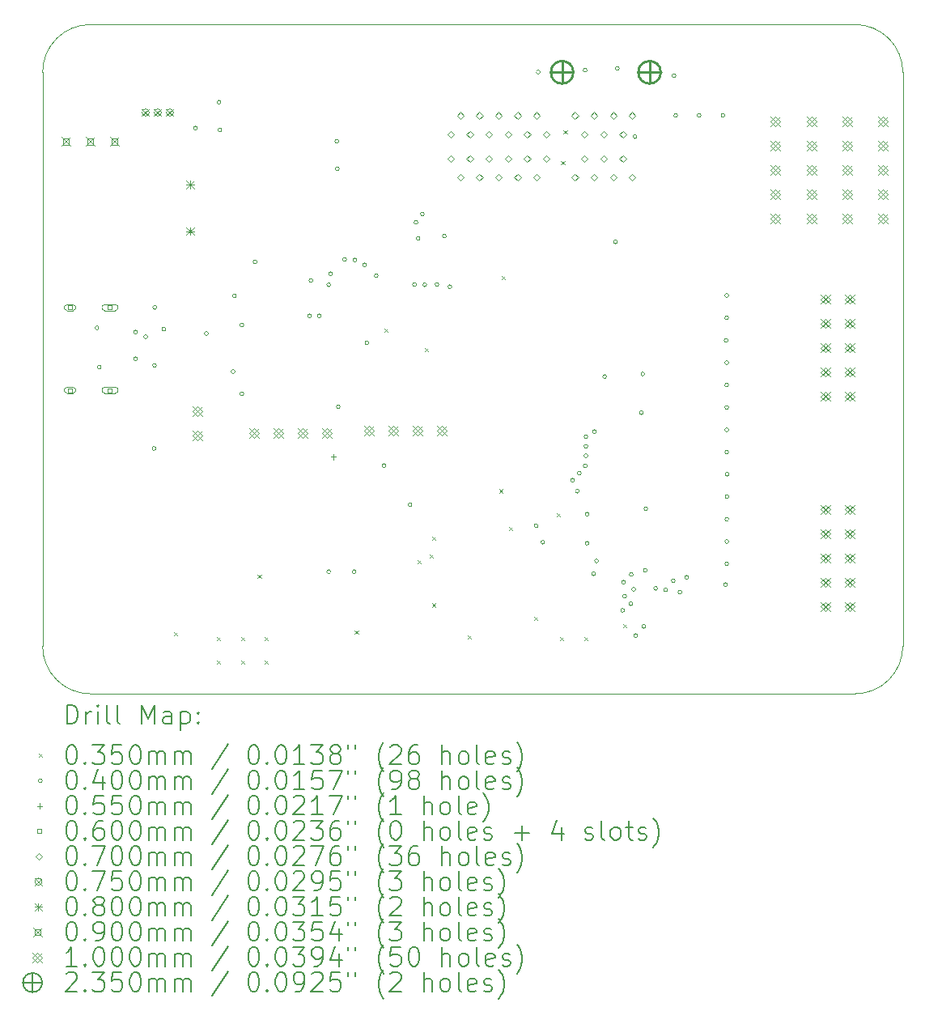
<source format=gbr>
%TF.GenerationSoftware,KiCad,Pcbnew,7.0.11-7.0.11~ubuntu22.04.1*%
%TF.CreationDate,2024-09-03T01:32:48+02:00*%
%TF.ProjectId,JTAGFinder,4a544147-4669-46e6-9465-722e6b696361,rev?*%
%TF.SameCoordinates,Original*%
%TF.FileFunction,Drillmap*%
%TF.FilePolarity,Positive*%
%FSLAX45Y45*%
G04 Gerber Fmt 4.5, Leading zero omitted, Abs format (unit mm)*
G04 Created by KiCad (PCBNEW 7.0.11-7.0.11~ubuntu22.04.1) date 2024-09-03 01:32:48*
%MOMM*%
%LPD*%
G01*
G04 APERTURE LIST*
%ADD10C,0.100000*%
%ADD11C,0.200000*%
%ADD12C,0.235000*%
G04 APERTURE END LIST*
D10*
X10406500Y-12327500D02*
X10406500Y-6327500D01*
X18906500Y-12827500D02*
G75*
G03*
X19406500Y-12327500I0J500000D01*
G01*
X19406500Y-6327500D02*
G75*
G03*
X18906500Y-5827500I-500000J0D01*
G01*
X10906500Y-5827500D02*
G75*
G03*
X10406500Y-6327500I0J-500000D01*
G01*
X10906500Y-5827500D02*
X18906500Y-5827500D01*
X19406500Y-6327500D02*
X19406500Y-12327500D01*
X18906500Y-12827500D02*
X10906500Y-12827500D01*
X10406500Y-12327500D02*
G75*
G03*
X10906500Y-12827500I500000J0D01*
G01*
D11*
D10*
X11782500Y-12182500D02*
X11817500Y-12217500D01*
X11817500Y-12182500D02*
X11782500Y-12217500D01*
X12232500Y-12232500D02*
X12267500Y-12267500D01*
X12267500Y-12232500D02*
X12232500Y-12267500D01*
X12232500Y-12482500D02*
X12267500Y-12517500D01*
X12267500Y-12482500D02*
X12232500Y-12517500D01*
X12482500Y-12232500D02*
X12517500Y-12267500D01*
X12517500Y-12232500D02*
X12482500Y-12267500D01*
X12482500Y-12482500D02*
X12517500Y-12517500D01*
X12517500Y-12482500D02*
X12482500Y-12517500D01*
X12657500Y-11582500D02*
X12692500Y-11617500D01*
X12692500Y-11582500D02*
X12657500Y-11617500D01*
X12732500Y-12232500D02*
X12767500Y-12267500D01*
X12767500Y-12232500D02*
X12732500Y-12267500D01*
X12732500Y-12482500D02*
X12767500Y-12517500D01*
X12767500Y-12482500D02*
X12732500Y-12517500D01*
X13672500Y-12167500D02*
X13707500Y-12202500D01*
X13707500Y-12167500D02*
X13672500Y-12202500D01*
X13982500Y-9007500D02*
X14017500Y-9042500D01*
X14017500Y-9007500D02*
X13982500Y-9042500D01*
X14332500Y-11432500D02*
X14367500Y-11467500D01*
X14367500Y-11432500D02*
X14332500Y-11467500D01*
X14407500Y-9207500D02*
X14442500Y-9242500D01*
X14442500Y-9207500D02*
X14407500Y-9242500D01*
X14455500Y-11372500D02*
X14490500Y-11407500D01*
X14490500Y-11372500D02*
X14455500Y-11407500D01*
X14482500Y-11182500D02*
X14517500Y-11217500D01*
X14517500Y-11182500D02*
X14482500Y-11217500D01*
X14482500Y-11882500D02*
X14517500Y-11917500D01*
X14517500Y-11882500D02*
X14482500Y-11917500D01*
X14856500Y-12214500D02*
X14891500Y-12249500D01*
X14891500Y-12214500D02*
X14856500Y-12249500D01*
X15183500Y-10688500D02*
X15218500Y-10723500D01*
X15218500Y-10688500D02*
X15183500Y-10723500D01*
X15207500Y-8457500D02*
X15242500Y-8492500D01*
X15242500Y-8457500D02*
X15207500Y-8492500D01*
X15282500Y-11082500D02*
X15317500Y-11117500D01*
X15317500Y-11082500D02*
X15282500Y-11117500D01*
X15549500Y-12024500D02*
X15584500Y-12059500D01*
X15584500Y-12024500D02*
X15549500Y-12059500D01*
X15782500Y-10935000D02*
X15817500Y-10970000D01*
X15817500Y-10935000D02*
X15782500Y-10970000D01*
X15819500Y-12236500D02*
X15854500Y-12271500D01*
X15854500Y-12236500D02*
X15819500Y-12271500D01*
X15832500Y-7257500D02*
X15867500Y-7292500D01*
X15867500Y-7257500D02*
X15832500Y-7292500D01*
X15857500Y-6932500D02*
X15892500Y-6967500D01*
X15892500Y-6932500D02*
X15857500Y-6967500D01*
X16075500Y-12232500D02*
X16110500Y-12267500D01*
X16110500Y-12232500D02*
X16075500Y-12267500D01*
X16476500Y-12101500D02*
X16511500Y-12136500D01*
X16511500Y-12101500D02*
X16476500Y-12136500D01*
X10995000Y-9000000D02*
G75*
G03*
X10955000Y-9000000I-20000J0D01*
G01*
X10955000Y-9000000D02*
G75*
G03*
X10995000Y-9000000I20000J0D01*
G01*
X11020000Y-9412269D02*
G75*
G03*
X10980000Y-9412269I-20000J0D01*
G01*
X10980000Y-9412269D02*
G75*
G03*
X11020000Y-9412269I20000J0D01*
G01*
X11399200Y-9042400D02*
G75*
G03*
X11359200Y-9042400I-20000J0D01*
G01*
X11359200Y-9042400D02*
G75*
G03*
X11399200Y-9042400I20000J0D01*
G01*
X11399200Y-9321800D02*
G75*
G03*
X11359200Y-9321800I-20000J0D01*
G01*
X11359200Y-9321800D02*
G75*
G03*
X11399200Y-9321800I20000J0D01*
G01*
X11505000Y-9093200D02*
G75*
G03*
X11465000Y-9093200I-20000J0D01*
G01*
X11465000Y-9093200D02*
G75*
G03*
X11505000Y-9093200I20000J0D01*
G01*
X11592240Y-10261960D02*
G75*
G03*
X11552240Y-10261960I-20000J0D01*
G01*
X11552240Y-10261960D02*
G75*
G03*
X11592240Y-10261960I20000J0D01*
G01*
X11597500Y-9392500D02*
G75*
G03*
X11557500Y-9392500I-20000J0D01*
G01*
X11557500Y-9392500D02*
G75*
G03*
X11597500Y-9392500I20000J0D01*
G01*
X11600000Y-8786250D02*
G75*
G03*
X11560000Y-8786250I-20000J0D01*
G01*
X11560000Y-8786250D02*
G75*
G03*
X11600000Y-8786250I20000J0D01*
G01*
X11695000Y-9013750D02*
G75*
G03*
X11655000Y-9013750I-20000J0D01*
G01*
X11655000Y-9013750D02*
G75*
G03*
X11695000Y-9013750I20000J0D01*
G01*
X12025000Y-6910000D02*
G75*
G03*
X11985000Y-6910000I-20000J0D01*
G01*
X11985000Y-6910000D02*
G75*
G03*
X12025000Y-6910000I20000J0D01*
G01*
X12140000Y-9060000D02*
G75*
G03*
X12100000Y-9060000I-20000J0D01*
G01*
X12100000Y-9060000D02*
G75*
G03*
X12140000Y-9060000I20000J0D01*
G01*
X12272960Y-6639560D02*
G75*
G03*
X12232960Y-6639560I-20000J0D01*
G01*
X12232960Y-6639560D02*
G75*
G03*
X12272960Y-6639560I20000J0D01*
G01*
X12280000Y-6930000D02*
G75*
G03*
X12240000Y-6930000I-20000J0D01*
G01*
X12240000Y-6930000D02*
G75*
G03*
X12280000Y-6930000I20000J0D01*
G01*
X12420000Y-9457500D02*
G75*
G03*
X12380000Y-9457500I-20000J0D01*
G01*
X12380000Y-9457500D02*
G75*
G03*
X12420000Y-9457500I20000J0D01*
G01*
X12432500Y-8665000D02*
G75*
G03*
X12392500Y-8665000I-20000J0D01*
G01*
X12392500Y-8665000D02*
G75*
G03*
X12432500Y-8665000I20000J0D01*
G01*
X12510000Y-8970000D02*
G75*
G03*
X12470000Y-8970000I-20000J0D01*
G01*
X12470000Y-8970000D02*
G75*
G03*
X12510000Y-8970000I20000J0D01*
G01*
X12510000Y-9690000D02*
G75*
G03*
X12470000Y-9690000I-20000J0D01*
G01*
X12470000Y-9690000D02*
G75*
G03*
X12510000Y-9690000I20000J0D01*
G01*
X12650000Y-8310000D02*
G75*
G03*
X12610000Y-8310000I-20000J0D01*
G01*
X12610000Y-8310000D02*
G75*
G03*
X12650000Y-8310000I20000J0D01*
G01*
X13220000Y-8875000D02*
G75*
G03*
X13180000Y-8875000I-20000J0D01*
G01*
X13180000Y-8875000D02*
G75*
G03*
X13220000Y-8875000I20000J0D01*
G01*
X13235000Y-8505000D02*
G75*
G03*
X13195000Y-8505000I-20000J0D01*
G01*
X13195000Y-8505000D02*
G75*
G03*
X13235000Y-8505000I20000J0D01*
G01*
X13320000Y-8875000D02*
G75*
G03*
X13280000Y-8875000I-20000J0D01*
G01*
X13280000Y-8875000D02*
G75*
G03*
X13320000Y-8875000I20000J0D01*
G01*
X13420000Y-8550000D02*
G75*
G03*
X13380000Y-8550000I-20000J0D01*
G01*
X13380000Y-8550000D02*
G75*
G03*
X13420000Y-8550000I20000J0D01*
G01*
X13420000Y-11550000D02*
G75*
G03*
X13380000Y-11550000I-20000J0D01*
G01*
X13380000Y-11550000D02*
G75*
G03*
X13420000Y-11550000I20000J0D01*
G01*
X13440000Y-8435000D02*
G75*
G03*
X13400000Y-8435000I-20000J0D01*
G01*
X13400000Y-8435000D02*
G75*
G03*
X13440000Y-8435000I20000J0D01*
G01*
X13505000Y-7047500D02*
G75*
G03*
X13465000Y-7047500I-20000J0D01*
G01*
X13465000Y-7047500D02*
G75*
G03*
X13505000Y-7047500I20000J0D01*
G01*
X13510000Y-7335000D02*
G75*
G03*
X13470000Y-7335000I-20000J0D01*
G01*
X13470000Y-7335000D02*
G75*
G03*
X13510000Y-7335000I20000J0D01*
G01*
X13520000Y-9825000D02*
G75*
G03*
X13480000Y-9825000I-20000J0D01*
G01*
X13480000Y-9825000D02*
G75*
G03*
X13520000Y-9825000I20000J0D01*
G01*
X13585000Y-8285000D02*
G75*
G03*
X13545000Y-8285000I-20000J0D01*
G01*
X13545000Y-8285000D02*
G75*
G03*
X13585000Y-8285000I20000J0D01*
G01*
X13686700Y-11550000D02*
G75*
G03*
X13646700Y-11550000I-20000J0D01*
G01*
X13646700Y-11550000D02*
G75*
G03*
X13686700Y-11550000I20000J0D01*
G01*
X13695000Y-8290000D02*
G75*
G03*
X13655000Y-8290000I-20000J0D01*
G01*
X13655000Y-8290000D02*
G75*
G03*
X13695000Y-8290000I20000J0D01*
G01*
X13795000Y-8340000D02*
G75*
G03*
X13755000Y-8340000I-20000J0D01*
G01*
X13755000Y-8340000D02*
G75*
G03*
X13795000Y-8340000I20000J0D01*
G01*
X13820000Y-9157500D02*
G75*
G03*
X13780000Y-9157500I-20000J0D01*
G01*
X13780000Y-9157500D02*
G75*
G03*
X13820000Y-9157500I20000J0D01*
G01*
X13917500Y-8455000D02*
G75*
G03*
X13877500Y-8455000I-20000J0D01*
G01*
X13877500Y-8455000D02*
G75*
G03*
X13917500Y-8455000I20000J0D01*
G01*
X14000000Y-10440000D02*
G75*
G03*
X13960000Y-10440000I-20000J0D01*
G01*
X13960000Y-10440000D02*
G75*
G03*
X14000000Y-10440000I20000J0D01*
G01*
X14270000Y-10850000D02*
G75*
G03*
X14230000Y-10850000I-20000J0D01*
G01*
X14230000Y-10850000D02*
G75*
G03*
X14270000Y-10850000I20000J0D01*
G01*
X14317500Y-8547500D02*
G75*
G03*
X14277500Y-8547500I-20000J0D01*
G01*
X14277500Y-8547500D02*
G75*
G03*
X14317500Y-8547500I20000J0D01*
G01*
X14332500Y-7897500D02*
G75*
G03*
X14292500Y-7897500I-20000J0D01*
G01*
X14292500Y-7897500D02*
G75*
G03*
X14332500Y-7897500I20000J0D01*
G01*
X14355000Y-8065000D02*
G75*
G03*
X14315000Y-8065000I-20000J0D01*
G01*
X14315000Y-8065000D02*
G75*
G03*
X14355000Y-8065000I20000J0D01*
G01*
X14400000Y-7810000D02*
G75*
G03*
X14360000Y-7810000I-20000J0D01*
G01*
X14360000Y-7810000D02*
G75*
G03*
X14400000Y-7810000I20000J0D01*
G01*
X14425000Y-8550000D02*
G75*
G03*
X14385000Y-8550000I-20000J0D01*
G01*
X14385000Y-8550000D02*
G75*
G03*
X14425000Y-8550000I20000J0D01*
G01*
X14552500Y-8545000D02*
G75*
G03*
X14512500Y-8545000I-20000J0D01*
G01*
X14512500Y-8545000D02*
G75*
G03*
X14552500Y-8545000I20000J0D01*
G01*
X14630000Y-8040000D02*
G75*
G03*
X14590000Y-8040000I-20000J0D01*
G01*
X14590000Y-8040000D02*
G75*
G03*
X14630000Y-8040000I20000J0D01*
G01*
X14687500Y-8570000D02*
G75*
G03*
X14647500Y-8570000I-20000J0D01*
G01*
X14647500Y-8570000D02*
G75*
G03*
X14687500Y-8570000I20000J0D01*
G01*
X15590200Y-11070200D02*
G75*
G03*
X15550200Y-11070200I-20000J0D01*
G01*
X15550200Y-11070200D02*
G75*
G03*
X15590200Y-11070200I20000J0D01*
G01*
X15612500Y-6325000D02*
G75*
G03*
X15572500Y-6325000I-20000J0D01*
G01*
X15572500Y-6325000D02*
G75*
G03*
X15612500Y-6325000I20000J0D01*
G01*
X15659700Y-11243000D02*
G75*
G03*
X15619700Y-11243000I-20000J0D01*
G01*
X15619700Y-11243000D02*
G75*
G03*
X15659700Y-11243000I20000J0D01*
G01*
X15971200Y-10591800D02*
G75*
G03*
X15931200Y-10591800I-20000J0D01*
G01*
X15931200Y-10591800D02*
G75*
G03*
X15971200Y-10591800I20000J0D01*
G01*
X16019691Y-10708860D02*
G75*
G03*
X15979691Y-10708860I-20000J0D01*
G01*
X15979691Y-10708860D02*
G75*
G03*
X16019691Y-10708860I20000J0D01*
G01*
X16041875Y-10521125D02*
G75*
G03*
X16001875Y-10521125I-20000J0D01*
G01*
X16001875Y-10521125D02*
G75*
G03*
X16041875Y-10521125I20000J0D01*
G01*
X16102500Y-6305000D02*
G75*
G03*
X16062500Y-6305000I-20000J0D01*
G01*
X16062500Y-6305000D02*
G75*
G03*
X16102500Y-6305000I20000J0D01*
G01*
X16105067Y-10443685D02*
G75*
G03*
X16065067Y-10443685I-20000J0D01*
G01*
X16065067Y-10443685D02*
G75*
G03*
X16105067Y-10443685I20000J0D01*
G01*
X16110900Y-10137899D02*
G75*
G03*
X16070900Y-10137899I-20000J0D01*
G01*
X16070900Y-10137899D02*
G75*
G03*
X16110900Y-10137899I20000J0D01*
G01*
X16110900Y-10237850D02*
G75*
G03*
X16070900Y-10237850I-20000J0D01*
G01*
X16070900Y-10237850D02*
G75*
G03*
X16110900Y-10237850I20000J0D01*
G01*
X16110900Y-10337800D02*
G75*
G03*
X16070900Y-10337800I-20000J0D01*
G01*
X16070900Y-10337800D02*
G75*
G03*
X16110900Y-10337800I20000J0D01*
G01*
X16122500Y-11252500D02*
G75*
G03*
X16082500Y-11252500I-20000J0D01*
G01*
X16082500Y-11252500D02*
G75*
G03*
X16122500Y-11252500I20000J0D01*
G01*
X16123600Y-10947400D02*
G75*
G03*
X16083600Y-10947400I-20000J0D01*
G01*
X16083600Y-10947400D02*
G75*
G03*
X16123600Y-10947400I20000J0D01*
G01*
X16192500Y-11572500D02*
G75*
G03*
X16152500Y-11572500I-20000J0D01*
G01*
X16152500Y-11572500D02*
G75*
G03*
X16192500Y-11572500I20000J0D01*
G01*
X16199800Y-10083800D02*
G75*
G03*
X16159800Y-10083800I-20000J0D01*
G01*
X16159800Y-10083800D02*
G75*
G03*
X16199800Y-10083800I20000J0D01*
G01*
X16222500Y-11437500D02*
G75*
G03*
X16182500Y-11437500I-20000J0D01*
G01*
X16182500Y-11437500D02*
G75*
G03*
X16222500Y-11437500I20000J0D01*
G01*
X16306480Y-9509760D02*
G75*
G03*
X16266480Y-9509760I-20000J0D01*
G01*
X16266480Y-9509760D02*
G75*
G03*
X16306480Y-9509760I20000J0D01*
G01*
X16420000Y-8100000D02*
G75*
G03*
X16380000Y-8100000I-20000J0D01*
G01*
X16380000Y-8100000D02*
G75*
G03*
X16420000Y-8100000I20000J0D01*
G01*
X16440000Y-6285000D02*
G75*
G03*
X16400000Y-6285000I-20000J0D01*
G01*
X16400000Y-6285000D02*
G75*
G03*
X16440000Y-6285000I20000J0D01*
G01*
X16495000Y-11955000D02*
G75*
G03*
X16455000Y-11955000I-20000J0D01*
G01*
X16455000Y-11955000D02*
G75*
G03*
X16495000Y-11955000I20000J0D01*
G01*
X16505000Y-11660000D02*
G75*
G03*
X16465000Y-11660000I-20000J0D01*
G01*
X16465000Y-11660000D02*
G75*
G03*
X16505000Y-11660000I20000J0D01*
G01*
X16515000Y-11805000D02*
G75*
G03*
X16475000Y-11805000I-20000J0D01*
G01*
X16475000Y-11805000D02*
G75*
G03*
X16515000Y-11805000I20000J0D01*
G01*
X16580000Y-11885000D02*
G75*
G03*
X16540000Y-11885000I-20000J0D01*
G01*
X16540000Y-11885000D02*
G75*
G03*
X16580000Y-11885000I20000J0D01*
G01*
X16585000Y-11580000D02*
G75*
G03*
X16545000Y-11580000I-20000J0D01*
G01*
X16545000Y-11580000D02*
G75*
G03*
X16585000Y-11580000I20000J0D01*
G01*
X16610000Y-11735000D02*
G75*
G03*
X16570000Y-11735000I-20000J0D01*
G01*
X16570000Y-11735000D02*
G75*
G03*
X16610000Y-11735000I20000J0D01*
G01*
X16624800Y-7000000D02*
G75*
G03*
X16584800Y-7000000I-20000J0D01*
G01*
X16584800Y-7000000D02*
G75*
G03*
X16624800Y-7000000I20000J0D01*
G01*
X16631600Y-12217400D02*
G75*
G03*
X16591600Y-12217400I-20000J0D01*
G01*
X16591600Y-12217400D02*
G75*
G03*
X16631600Y-12217400I20000J0D01*
G01*
X16690000Y-9887500D02*
G75*
G03*
X16650000Y-9887500I-20000J0D01*
G01*
X16650000Y-9887500D02*
G75*
G03*
X16690000Y-9887500I20000J0D01*
G01*
X16705000Y-9482500D02*
G75*
G03*
X16665000Y-9482500I-20000J0D01*
G01*
X16665000Y-9482500D02*
G75*
G03*
X16705000Y-9482500I20000J0D01*
G01*
X16717500Y-12122500D02*
G75*
G03*
X16677500Y-12122500I-20000J0D01*
G01*
X16677500Y-12122500D02*
G75*
G03*
X16717500Y-12122500I20000J0D01*
G01*
X16732500Y-11535000D02*
G75*
G03*
X16692500Y-11535000I-20000J0D01*
G01*
X16692500Y-11535000D02*
G75*
G03*
X16732500Y-11535000I20000J0D01*
G01*
X16737500Y-10892500D02*
G75*
G03*
X16697500Y-10892500I-20000J0D01*
G01*
X16697500Y-10892500D02*
G75*
G03*
X16737500Y-10892500I20000J0D01*
G01*
X16840000Y-11725000D02*
G75*
G03*
X16800000Y-11725000I-20000J0D01*
G01*
X16800000Y-11725000D02*
G75*
G03*
X16840000Y-11725000I20000J0D01*
G01*
X16945000Y-11740000D02*
G75*
G03*
X16905000Y-11740000I-20000J0D01*
G01*
X16905000Y-11740000D02*
G75*
G03*
X16945000Y-11740000I20000J0D01*
G01*
X17025000Y-11645000D02*
G75*
G03*
X16985000Y-11645000I-20000J0D01*
G01*
X16985000Y-11645000D02*
G75*
G03*
X17025000Y-11645000I20000J0D01*
G01*
X17032500Y-6362500D02*
G75*
G03*
X16992500Y-6362500I-20000J0D01*
G01*
X16992500Y-6362500D02*
G75*
G03*
X17032500Y-6362500I20000J0D01*
G01*
X17050155Y-6778750D02*
G75*
G03*
X17010155Y-6778750I-20000J0D01*
G01*
X17010155Y-6778750D02*
G75*
G03*
X17050155Y-6778750I20000J0D01*
G01*
X17095000Y-11765000D02*
G75*
G03*
X17055000Y-11765000I-20000J0D01*
G01*
X17055000Y-11765000D02*
G75*
G03*
X17095000Y-11765000I20000J0D01*
G01*
X17165000Y-11610000D02*
G75*
G03*
X17125000Y-11610000I-20000J0D01*
G01*
X17125000Y-11610000D02*
G75*
G03*
X17165000Y-11610000I20000J0D01*
G01*
X17295000Y-6778750D02*
G75*
G03*
X17255000Y-6778750I-20000J0D01*
G01*
X17255000Y-6778750D02*
G75*
G03*
X17295000Y-6778750I20000J0D01*
G01*
X17545000Y-6778750D02*
G75*
G03*
X17505000Y-6778750I-20000J0D01*
G01*
X17505000Y-6778750D02*
G75*
G03*
X17545000Y-6778750I20000J0D01*
G01*
X17571400Y-11684000D02*
G75*
G03*
X17531400Y-11684000I-20000J0D01*
G01*
X17531400Y-11684000D02*
G75*
G03*
X17571400Y-11684000I20000J0D01*
G01*
X17577550Y-9129486D02*
G75*
G03*
X17537550Y-9129486I-20000J0D01*
G01*
X17537550Y-9129486D02*
G75*
G03*
X17577550Y-9129486I20000J0D01*
G01*
X17583700Y-8895443D02*
G75*
G03*
X17543700Y-8895443I-20000J0D01*
G01*
X17543700Y-8895443D02*
G75*
G03*
X17583700Y-8895443I20000J0D01*
G01*
X17583700Y-9363528D02*
G75*
G03*
X17543700Y-9363528I-20000J0D01*
G01*
X17543700Y-9363528D02*
G75*
G03*
X17583700Y-9363528I20000J0D01*
G01*
X17583700Y-9597571D02*
G75*
G03*
X17543700Y-9597571I-20000J0D01*
G01*
X17543700Y-9597571D02*
G75*
G03*
X17583700Y-9597571I20000J0D01*
G01*
X17583700Y-9831614D02*
G75*
G03*
X17543700Y-9831614I-20000J0D01*
G01*
X17543700Y-9831614D02*
G75*
G03*
X17583700Y-9831614I20000J0D01*
G01*
X17583700Y-10065657D02*
G75*
G03*
X17543700Y-10065657I-20000J0D01*
G01*
X17543700Y-10065657D02*
G75*
G03*
X17583700Y-10065657I20000J0D01*
G01*
X17583700Y-10299700D02*
G75*
G03*
X17543700Y-10299700I-20000J0D01*
G01*
X17543700Y-10299700D02*
G75*
G03*
X17583700Y-10299700I20000J0D01*
G01*
X17583700Y-11468100D02*
G75*
G03*
X17543700Y-11468100I-20000J0D01*
G01*
X17543700Y-11468100D02*
G75*
G03*
X17583700Y-11468100I20000J0D01*
G01*
X17584100Y-8661400D02*
G75*
G03*
X17544100Y-8661400I-20000J0D01*
G01*
X17544100Y-8661400D02*
G75*
G03*
X17584100Y-8661400I20000J0D01*
G01*
X17585170Y-11000740D02*
G75*
G03*
X17545170Y-11000740I-20000J0D01*
G01*
X17545170Y-11000740D02*
G75*
G03*
X17585170Y-11000740I20000J0D01*
G01*
X17585170Y-11234420D02*
G75*
G03*
X17545170Y-11234420I-20000J0D01*
G01*
X17545170Y-11234420D02*
G75*
G03*
X17585170Y-11234420I20000J0D01*
G01*
X17587710Y-10764520D02*
G75*
G03*
X17547710Y-10764520I-20000J0D01*
G01*
X17547710Y-10764520D02*
G75*
G03*
X17587710Y-10764520I20000J0D01*
G01*
X17588780Y-10530840D02*
G75*
G03*
X17548780Y-10530840I-20000J0D01*
G01*
X17548780Y-10530840D02*
G75*
G03*
X17588780Y-10530840I20000J0D01*
G01*
X13450000Y-10322500D02*
X13450000Y-10377500D01*
X13422500Y-10350000D02*
X13477500Y-10350000D01*
X10714613Y-8809213D02*
X10714613Y-8766787D01*
X10672187Y-8766787D01*
X10672187Y-8809213D01*
X10714613Y-8809213D01*
X10723400Y-8758000D02*
X10663400Y-8758000D01*
X10663400Y-8758000D02*
G75*
G03*
X10663400Y-8818000I0J-30000D01*
G01*
X10663400Y-8818000D02*
X10723400Y-8818000D01*
X10723400Y-8818000D02*
G75*
G03*
X10723400Y-8758000I0J30000D01*
G01*
X10714613Y-9673213D02*
X10714613Y-9630787D01*
X10672187Y-9630787D01*
X10672187Y-9673213D01*
X10714613Y-9673213D01*
X10723400Y-9622000D02*
X10663400Y-9622000D01*
X10663400Y-9622000D02*
G75*
G03*
X10663400Y-9682000I0J-30000D01*
G01*
X10663400Y-9682000D02*
X10723400Y-9682000D01*
X10723400Y-9682000D02*
G75*
G03*
X10723400Y-9622000I0J30000D01*
G01*
X11132613Y-8809213D02*
X11132613Y-8766787D01*
X11090187Y-8766787D01*
X11090187Y-8809213D01*
X11132613Y-8809213D01*
X11166400Y-8758000D02*
X11056400Y-8758000D01*
X11056400Y-8758000D02*
G75*
G03*
X11056400Y-8818000I0J-30000D01*
G01*
X11056400Y-8818000D02*
X11166400Y-8818000D01*
X11166400Y-8818000D02*
G75*
G03*
X11166400Y-8758000I0J30000D01*
G01*
X11132613Y-9673213D02*
X11132613Y-9630787D01*
X11090187Y-9630787D01*
X11090187Y-9673213D01*
X11132613Y-9673213D01*
X11166400Y-9622000D02*
X11056400Y-9622000D01*
X11056400Y-9622000D02*
G75*
G03*
X11056400Y-9682000I0J-30000D01*
G01*
X11056400Y-9682000D02*
X11166400Y-9682000D01*
X11166400Y-9682000D02*
G75*
G03*
X11166400Y-9622000I0J30000D01*
G01*
X14676500Y-7012500D02*
X14711500Y-6977500D01*
X14676500Y-6942500D01*
X14641500Y-6977500D01*
X14676500Y-7012500D01*
X14676500Y-7262500D02*
X14711500Y-7227500D01*
X14676500Y-7192500D01*
X14641500Y-7227500D01*
X14676500Y-7262500D01*
X14776500Y-6812500D02*
X14811500Y-6777500D01*
X14776500Y-6742500D01*
X14741500Y-6777500D01*
X14776500Y-6812500D01*
X14776500Y-7462500D02*
X14811500Y-7427500D01*
X14776500Y-7392500D01*
X14741500Y-7427500D01*
X14776500Y-7462500D01*
X14876500Y-7012500D02*
X14911500Y-6977500D01*
X14876500Y-6942500D01*
X14841500Y-6977500D01*
X14876500Y-7012500D01*
X14876500Y-7262500D02*
X14911500Y-7227500D01*
X14876500Y-7192500D01*
X14841500Y-7227500D01*
X14876500Y-7262500D01*
X14976500Y-6812500D02*
X15011500Y-6777500D01*
X14976500Y-6742500D01*
X14941500Y-6777500D01*
X14976500Y-6812500D01*
X14976500Y-7462500D02*
X15011500Y-7427500D01*
X14976500Y-7392500D01*
X14941500Y-7427500D01*
X14976500Y-7462500D01*
X15076500Y-7012500D02*
X15111500Y-6977500D01*
X15076500Y-6942500D01*
X15041500Y-6977500D01*
X15076500Y-7012500D01*
X15076500Y-7262500D02*
X15111500Y-7227500D01*
X15076500Y-7192500D01*
X15041500Y-7227500D01*
X15076500Y-7262500D01*
X15176500Y-6812500D02*
X15211500Y-6777500D01*
X15176500Y-6742500D01*
X15141500Y-6777500D01*
X15176500Y-6812500D01*
X15176500Y-7462500D02*
X15211500Y-7427500D01*
X15176500Y-7392500D01*
X15141500Y-7427500D01*
X15176500Y-7462500D01*
X15276500Y-7012500D02*
X15311500Y-6977500D01*
X15276500Y-6942500D01*
X15241500Y-6977500D01*
X15276500Y-7012500D01*
X15276500Y-7262500D02*
X15311500Y-7227500D01*
X15276500Y-7192500D01*
X15241500Y-7227500D01*
X15276500Y-7262500D01*
X15376500Y-6812500D02*
X15411500Y-6777500D01*
X15376500Y-6742500D01*
X15341500Y-6777500D01*
X15376500Y-6812500D01*
X15376500Y-7462500D02*
X15411500Y-7427500D01*
X15376500Y-7392500D01*
X15341500Y-7427500D01*
X15376500Y-7462500D01*
X15476500Y-7012500D02*
X15511500Y-6977500D01*
X15476500Y-6942500D01*
X15441500Y-6977500D01*
X15476500Y-7012500D01*
X15476500Y-7262500D02*
X15511500Y-7227500D01*
X15476500Y-7192500D01*
X15441500Y-7227500D01*
X15476500Y-7262500D01*
X15576500Y-6812500D02*
X15611500Y-6777500D01*
X15576500Y-6742500D01*
X15541500Y-6777500D01*
X15576500Y-6812500D01*
X15576500Y-7462500D02*
X15611500Y-7427500D01*
X15576500Y-7392500D01*
X15541500Y-7427500D01*
X15576500Y-7462500D01*
X15676500Y-7012500D02*
X15711500Y-6977500D01*
X15676500Y-6942500D01*
X15641500Y-6977500D01*
X15676500Y-7012500D01*
X15676500Y-7262500D02*
X15711500Y-7227500D01*
X15676500Y-7192500D01*
X15641500Y-7227500D01*
X15676500Y-7262500D01*
X15976500Y-6812500D02*
X16011500Y-6777500D01*
X15976500Y-6742500D01*
X15941500Y-6777500D01*
X15976500Y-6812500D01*
X15976500Y-7462500D02*
X16011500Y-7427500D01*
X15976500Y-7392500D01*
X15941500Y-7427500D01*
X15976500Y-7462500D01*
X16076500Y-7012500D02*
X16111500Y-6977500D01*
X16076500Y-6942500D01*
X16041500Y-6977500D01*
X16076500Y-7012500D01*
X16076500Y-7262500D02*
X16111500Y-7227500D01*
X16076500Y-7192500D01*
X16041500Y-7227500D01*
X16076500Y-7262500D01*
X16176500Y-6812500D02*
X16211500Y-6777500D01*
X16176500Y-6742500D01*
X16141500Y-6777500D01*
X16176500Y-6812500D01*
X16176500Y-7462500D02*
X16211500Y-7427500D01*
X16176500Y-7392500D01*
X16141500Y-7427500D01*
X16176500Y-7462500D01*
X16276500Y-7012500D02*
X16311500Y-6977500D01*
X16276500Y-6942500D01*
X16241500Y-6977500D01*
X16276500Y-7012500D01*
X16276500Y-7262500D02*
X16311500Y-7227500D01*
X16276500Y-7192500D01*
X16241500Y-7227500D01*
X16276500Y-7262500D01*
X16376500Y-6812500D02*
X16411500Y-6777500D01*
X16376500Y-6742500D01*
X16341500Y-6777500D01*
X16376500Y-6812500D01*
X16376500Y-7462500D02*
X16411500Y-7427500D01*
X16376500Y-7392500D01*
X16341500Y-7427500D01*
X16376500Y-7462500D01*
X16476500Y-7012500D02*
X16511500Y-6977500D01*
X16476500Y-6942500D01*
X16441500Y-6977500D01*
X16476500Y-7012500D01*
X16476500Y-7262500D02*
X16511500Y-7227500D01*
X16476500Y-7192500D01*
X16441500Y-7227500D01*
X16476500Y-7262500D01*
X16576500Y-6812500D02*
X16611500Y-6777500D01*
X16576500Y-6742500D01*
X16541500Y-6777500D01*
X16576500Y-6812500D01*
X16576500Y-7462500D02*
X16611500Y-7427500D01*
X16576500Y-7392500D01*
X16541500Y-7427500D01*
X16576500Y-7462500D01*
X11446000Y-6710000D02*
X11521000Y-6785000D01*
X11521000Y-6710000D02*
X11446000Y-6785000D01*
X11521000Y-6747500D02*
G75*
G03*
X11446000Y-6747500I-37500J0D01*
G01*
X11446000Y-6747500D02*
G75*
G03*
X11521000Y-6747500I37500J0D01*
G01*
X11573000Y-6710000D02*
X11648000Y-6785000D01*
X11648000Y-6710000D02*
X11573000Y-6785000D01*
X11648000Y-6747500D02*
G75*
G03*
X11573000Y-6747500I-37500J0D01*
G01*
X11573000Y-6747500D02*
G75*
G03*
X11648000Y-6747500I37500J0D01*
G01*
X11700000Y-6710000D02*
X11775000Y-6785000D01*
X11775000Y-6710000D02*
X11700000Y-6785000D01*
X11775000Y-6747500D02*
G75*
G03*
X11700000Y-6747500I-37500J0D01*
G01*
X11700000Y-6747500D02*
G75*
G03*
X11775000Y-6747500I37500J0D01*
G01*
X11912200Y-7461500D02*
X11992200Y-7541500D01*
X11992200Y-7461500D02*
X11912200Y-7541500D01*
X11952200Y-7461500D02*
X11952200Y-7541500D01*
X11912200Y-7501500D02*
X11992200Y-7501500D01*
X11912200Y-7949500D02*
X11992200Y-8029500D01*
X11992200Y-7949500D02*
X11912200Y-8029500D01*
X11952200Y-7949500D02*
X11952200Y-8029500D01*
X11912200Y-7989500D02*
X11992200Y-7989500D01*
X10607760Y-7006040D02*
X10697760Y-7096040D01*
X10697760Y-7006040D02*
X10607760Y-7096040D01*
X10684580Y-7082860D02*
X10684580Y-7019220D01*
X10620940Y-7019220D01*
X10620940Y-7082860D01*
X10684580Y-7082860D01*
X10861760Y-7006040D02*
X10951760Y-7096040D01*
X10951760Y-7006040D02*
X10861760Y-7096040D01*
X10938580Y-7082860D02*
X10938580Y-7019220D01*
X10874940Y-7019220D01*
X10874940Y-7082860D01*
X10938580Y-7082860D01*
X11115760Y-7006040D02*
X11205760Y-7096040D01*
X11205760Y-7006040D02*
X11115760Y-7096040D01*
X11192580Y-7082860D02*
X11192580Y-7019220D01*
X11128940Y-7019220D01*
X11128940Y-7082860D01*
X11192580Y-7082860D01*
X11975000Y-9821000D02*
X12075000Y-9921000D01*
X12075000Y-9821000D02*
X11975000Y-9921000D01*
X12025000Y-9921000D02*
X12075000Y-9871000D01*
X12025000Y-9821000D01*
X11975000Y-9871000D01*
X12025000Y-9921000D01*
X11975000Y-10075000D02*
X12075000Y-10175000D01*
X12075000Y-10075000D02*
X11975000Y-10175000D01*
X12025000Y-10175000D02*
X12075000Y-10125000D01*
X12025000Y-10075000D01*
X11975000Y-10125000D01*
X12025000Y-10175000D01*
X12567000Y-10050000D02*
X12667000Y-10150000D01*
X12667000Y-10050000D02*
X12567000Y-10150000D01*
X12617000Y-10150000D02*
X12667000Y-10100000D01*
X12617000Y-10050000D01*
X12567000Y-10100000D01*
X12617000Y-10150000D01*
X12821000Y-10050000D02*
X12921000Y-10150000D01*
X12921000Y-10050000D02*
X12821000Y-10150000D01*
X12871000Y-10150000D02*
X12921000Y-10100000D01*
X12871000Y-10050000D01*
X12821000Y-10100000D01*
X12871000Y-10150000D01*
X13075000Y-10050000D02*
X13175000Y-10150000D01*
X13175000Y-10050000D02*
X13075000Y-10150000D01*
X13125000Y-10150000D02*
X13175000Y-10100000D01*
X13125000Y-10050000D01*
X13075000Y-10100000D01*
X13125000Y-10150000D01*
X13329000Y-10050000D02*
X13429000Y-10150000D01*
X13429000Y-10050000D02*
X13329000Y-10150000D01*
X13379000Y-10150000D02*
X13429000Y-10100000D01*
X13379000Y-10050000D01*
X13329000Y-10100000D01*
X13379000Y-10150000D01*
X13770000Y-10025000D02*
X13870000Y-10125000D01*
X13870000Y-10025000D02*
X13770000Y-10125000D01*
X13820000Y-10125000D02*
X13870000Y-10075000D01*
X13820000Y-10025000D01*
X13770000Y-10075000D01*
X13820000Y-10125000D01*
X14024000Y-10025000D02*
X14124000Y-10125000D01*
X14124000Y-10025000D02*
X14024000Y-10125000D01*
X14074000Y-10125000D02*
X14124000Y-10075000D01*
X14074000Y-10025000D01*
X14024000Y-10075000D01*
X14074000Y-10125000D01*
X14278000Y-10025000D02*
X14378000Y-10125000D01*
X14378000Y-10025000D02*
X14278000Y-10125000D01*
X14328000Y-10125000D02*
X14378000Y-10075000D01*
X14328000Y-10025000D01*
X14278000Y-10075000D01*
X14328000Y-10125000D01*
X14532000Y-10025000D02*
X14632000Y-10125000D01*
X14632000Y-10025000D02*
X14532000Y-10125000D01*
X14582000Y-10125000D02*
X14632000Y-10075000D01*
X14582000Y-10025000D01*
X14532000Y-10075000D01*
X14582000Y-10125000D01*
X18025000Y-6788000D02*
X18125000Y-6888000D01*
X18125000Y-6788000D02*
X18025000Y-6888000D01*
X18075000Y-6888000D02*
X18125000Y-6838000D01*
X18075000Y-6788000D01*
X18025000Y-6838000D01*
X18075000Y-6888000D01*
X18025000Y-7042000D02*
X18125000Y-7142000D01*
X18125000Y-7042000D02*
X18025000Y-7142000D01*
X18075000Y-7142000D02*
X18125000Y-7092000D01*
X18075000Y-7042000D01*
X18025000Y-7092000D01*
X18075000Y-7142000D01*
X18025000Y-7296000D02*
X18125000Y-7396000D01*
X18125000Y-7296000D02*
X18025000Y-7396000D01*
X18075000Y-7396000D02*
X18125000Y-7346000D01*
X18075000Y-7296000D01*
X18025000Y-7346000D01*
X18075000Y-7396000D01*
X18025000Y-7550000D02*
X18125000Y-7650000D01*
X18125000Y-7550000D02*
X18025000Y-7650000D01*
X18075000Y-7650000D02*
X18125000Y-7600000D01*
X18075000Y-7550000D01*
X18025000Y-7600000D01*
X18075000Y-7650000D01*
X18025000Y-7804000D02*
X18125000Y-7904000D01*
X18125000Y-7804000D02*
X18025000Y-7904000D01*
X18075000Y-7904000D02*
X18125000Y-7854000D01*
X18075000Y-7804000D01*
X18025000Y-7854000D01*
X18075000Y-7904000D01*
X18400000Y-6788000D02*
X18500000Y-6888000D01*
X18500000Y-6788000D02*
X18400000Y-6888000D01*
X18450000Y-6888000D02*
X18500000Y-6838000D01*
X18450000Y-6788000D01*
X18400000Y-6838000D01*
X18450000Y-6888000D01*
X18400000Y-7042000D02*
X18500000Y-7142000D01*
X18500000Y-7042000D02*
X18400000Y-7142000D01*
X18450000Y-7142000D02*
X18500000Y-7092000D01*
X18450000Y-7042000D01*
X18400000Y-7092000D01*
X18450000Y-7142000D01*
X18400000Y-7296000D02*
X18500000Y-7396000D01*
X18500000Y-7296000D02*
X18400000Y-7396000D01*
X18450000Y-7396000D02*
X18500000Y-7346000D01*
X18450000Y-7296000D01*
X18400000Y-7346000D01*
X18450000Y-7396000D01*
X18400000Y-7550000D02*
X18500000Y-7650000D01*
X18500000Y-7550000D02*
X18400000Y-7650000D01*
X18450000Y-7650000D02*
X18500000Y-7600000D01*
X18450000Y-7550000D01*
X18400000Y-7600000D01*
X18450000Y-7650000D01*
X18400000Y-7804000D02*
X18500000Y-7904000D01*
X18500000Y-7804000D02*
X18400000Y-7904000D01*
X18450000Y-7904000D02*
X18500000Y-7854000D01*
X18450000Y-7804000D01*
X18400000Y-7854000D01*
X18450000Y-7904000D01*
X18550000Y-8650000D02*
X18650000Y-8750000D01*
X18650000Y-8650000D02*
X18550000Y-8750000D01*
X18600000Y-8750000D02*
X18650000Y-8700000D01*
X18600000Y-8650000D01*
X18550000Y-8700000D01*
X18600000Y-8750000D01*
X18550000Y-8904000D02*
X18650000Y-9004000D01*
X18650000Y-8904000D02*
X18550000Y-9004000D01*
X18600000Y-9004000D02*
X18650000Y-8954000D01*
X18600000Y-8904000D01*
X18550000Y-8954000D01*
X18600000Y-9004000D01*
X18550000Y-9158000D02*
X18650000Y-9258000D01*
X18650000Y-9158000D02*
X18550000Y-9258000D01*
X18600000Y-9258000D02*
X18650000Y-9208000D01*
X18600000Y-9158000D01*
X18550000Y-9208000D01*
X18600000Y-9258000D01*
X18550000Y-9412000D02*
X18650000Y-9512000D01*
X18650000Y-9412000D02*
X18550000Y-9512000D01*
X18600000Y-9512000D02*
X18650000Y-9462000D01*
X18600000Y-9412000D01*
X18550000Y-9462000D01*
X18600000Y-9512000D01*
X18550000Y-9666000D02*
X18650000Y-9766000D01*
X18650000Y-9666000D02*
X18550000Y-9766000D01*
X18600000Y-9766000D02*
X18650000Y-9716000D01*
X18600000Y-9666000D01*
X18550000Y-9716000D01*
X18600000Y-9766000D01*
X18550000Y-10850000D02*
X18650000Y-10950000D01*
X18650000Y-10850000D02*
X18550000Y-10950000D01*
X18600000Y-10950000D02*
X18650000Y-10900000D01*
X18600000Y-10850000D01*
X18550000Y-10900000D01*
X18600000Y-10950000D01*
X18550000Y-11104000D02*
X18650000Y-11204000D01*
X18650000Y-11104000D02*
X18550000Y-11204000D01*
X18600000Y-11204000D02*
X18650000Y-11154000D01*
X18600000Y-11104000D01*
X18550000Y-11154000D01*
X18600000Y-11204000D01*
X18550000Y-11358000D02*
X18650000Y-11458000D01*
X18650000Y-11358000D02*
X18550000Y-11458000D01*
X18600000Y-11458000D02*
X18650000Y-11408000D01*
X18600000Y-11358000D01*
X18550000Y-11408000D01*
X18600000Y-11458000D01*
X18550000Y-11612000D02*
X18650000Y-11712000D01*
X18650000Y-11612000D02*
X18550000Y-11712000D01*
X18600000Y-11712000D02*
X18650000Y-11662000D01*
X18600000Y-11612000D01*
X18550000Y-11662000D01*
X18600000Y-11712000D01*
X18550000Y-11866000D02*
X18650000Y-11966000D01*
X18650000Y-11866000D02*
X18550000Y-11966000D01*
X18600000Y-11966000D02*
X18650000Y-11916000D01*
X18600000Y-11866000D01*
X18550000Y-11916000D01*
X18600000Y-11966000D01*
X18775000Y-6788000D02*
X18875000Y-6888000D01*
X18875000Y-6788000D02*
X18775000Y-6888000D01*
X18825000Y-6888000D02*
X18875000Y-6838000D01*
X18825000Y-6788000D01*
X18775000Y-6838000D01*
X18825000Y-6888000D01*
X18775000Y-7042000D02*
X18875000Y-7142000D01*
X18875000Y-7042000D02*
X18775000Y-7142000D01*
X18825000Y-7142000D02*
X18875000Y-7092000D01*
X18825000Y-7042000D01*
X18775000Y-7092000D01*
X18825000Y-7142000D01*
X18775000Y-7296000D02*
X18875000Y-7396000D01*
X18875000Y-7296000D02*
X18775000Y-7396000D01*
X18825000Y-7396000D02*
X18875000Y-7346000D01*
X18825000Y-7296000D01*
X18775000Y-7346000D01*
X18825000Y-7396000D01*
X18775000Y-7550000D02*
X18875000Y-7650000D01*
X18875000Y-7550000D02*
X18775000Y-7650000D01*
X18825000Y-7650000D02*
X18875000Y-7600000D01*
X18825000Y-7550000D01*
X18775000Y-7600000D01*
X18825000Y-7650000D01*
X18775000Y-7804000D02*
X18875000Y-7904000D01*
X18875000Y-7804000D02*
X18775000Y-7904000D01*
X18825000Y-7904000D02*
X18875000Y-7854000D01*
X18825000Y-7804000D01*
X18775000Y-7854000D01*
X18825000Y-7904000D01*
X18804000Y-8650000D02*
X18904000Y-8750000D01*
X18904000Y-8650000D02*
X18804000Y-8750000D01*
X18854000Y-8750000D02*
X18904000Y-8700000D01*
X18854000Y-8650000D01*
X18804000Y-8700000D01*
X18854000Y-8750000D01*
X18804000Y-8904000D02*
X18904000Y-9004000D01*
X18904000Y-8904000D02*
X18804000Y-9004000D01*
X18854000Y-9004000D02*
X18904000Y-8954000D01*
X18854000Y-8904000D01*
X18804000Y-8954000D01*
X18854000Y-9004000D01*
X18804000Y-9158000D02*
X18904000Y-9258000D01*
X18904000Y-9158000D02*
X18804000Y-9258000D01*
X18854000Y-9258000D02*
X18904000Y-9208000D01*
X18854000Y-9158000D01*
X18804000Y-9208000D01*
X18854000Y-9258000D01*
X18804000Y-9412000D02*
X18904000Y-9512000D01*
X18904000Y-9412000D02*
X18804000Y-9512000D01*
X18854000Y-9512000D02*
X18904000Y-9462000D01*
X18854000Y-9412000D01*
X18804000Y-9462000D01*
X18854000Y-9512000D01*
X18804000Y-9666000D02*
X18904000Y-9766000D01*
X18904000Y-9666000D02*
X18804000Y-9766000D01*
X18854000Y-9766000D02*
X18904000Y-9716000D01*
X18854000Y-9666000D01*
X18804000Y-9716000D01*
X18854000Y-9766000D01*
X18804000Y-10850000D02*
X18904000Y-10950000D01*
X18904000Y-10850000D02*
X18804000Y-10950000D01*
X18854000Y-10950000D02*
X18904000Y-10900000D01*
X18854000Y-10850000D01*
X18804000Y-10900000D01*
X18854000Y-10950000D01*
X18804000Y-11104000D02*
X18904000Y-11204000D01*
X18904000Y-11104000D02*
X18804000Y-11204000D01*
X18854000Y-11204000D02*
X18904000Y-11154000D01*
X18854000Y-11104000D01*
X18804000Y-11154000D01*
X18854000Y-11204000D01*
X18804000Y-11358000D02*
X18904000Y-11458000D01*
X18904000Y-11358000D02*
X18804000Y-11458000D01*
X18854000Y-11458000D02*
X18904000Y-11408000D01*
X18854000Y-11358000D01*
X18804000Y-11408000D01*
X18854000Y-11458000D01*
X18804000Y-11612000D02*
X18904000Y-11712000D01*
X18904000Y-11612000D02*
X18804000Y-11712000D01*
X18854000Y-11712000D02*
X18904000Y-11662000D01*
X18854000Y-11612000D01*
X18804000Y-11662000D01*
X18854000Y-11712000D01*
X18804000Y-11866000D02*
X18904000Y-11966000D01*
X18904000Y-11866000D02*
X18804000Y-11966000D01*
X18854000Y-11966000D02*
X18904000Y-11916000D01*
X18854000Y-11866000D01*
X18804000Y-11916000D01*
X18854000Y-11966000D01*
X19150000Y-6788000D02*
X19250000Y-6888000D01*
X19250000Y-6788000D02*
X19150000Y-6888000D01*
X19200000Y-6888000D02*
X19250000Y-6838000D01*
X19200000Y-6788000D01*
X19150000Y-6838000D01*
X19200000Y-6888000D01*
X19150000Y-7042000D02*
X19250000Y-7142000D01*
X19250000Y-7042000D02*
X19150000Y-7142000D01*
X19200000Y-7142000D02*
X19250000Y-7092000D01*
X19200000Y-7042000D01*
X19150000Y-7092000D01*
X19200000Y-7142000D01*
X19150000Y-7296000D02*
X19250000Y-7396000D01*
X19250000Y-7296000D02*
X19150000Y-7396000D01*
X19200000Y-7396000D02*
X19250000Y-7346000D01*
X19200000Y-7296000D01*
X19150000Y-7346000D01*
X19200000Y-7396000D01*
X19150000Y-7550000D02*
X19250000Y-7650000D01*
X19250000Y-7550000D02*
X19150000Y-7650000D01*
X19200000Y-7650000D02*
X19250000Y-7600000D01*
X19200000Y-7550000D01*
X19150000Y-7600000D01*
X19200000Y-7650000D01*
X19150000Y-7804000D02*
X19250000Y-7904000D01*
X19250000Y-7804000D02*
X19150000Y-7904000D01*
X19200000Y-7904000D02*
X19250000Y-7854000D01*
X19200000Y-7804000D01*
X19150000Y-7854000D01*
X19200000Y-7904000D01*
D12*
X15841500Y-6210000D02*
X15841500Y-6445000D01*
X15724000Y-6327500D02*
X15959000Y-6327500D01*
X15959000Y-6327500D02*
G75*
G03*
X15724000Y-6327500I-117500J0D01*
G01*
X15724000Y-6327500D02*
G75*
G03*
X15959000Y-6327500I117500J0D01*
G01*
X16756500Y-6210000D02*
X16756500Y-6445000D01*
X16639000Y-6327500D02*
X16874000Y-6327500D01*
X16874000Y-6327500D02*
G75*
G03*
X16639000Y-6327500I-117500J0D01*
G01*
X16639000Y-6327500D02*
G75*
G03*
X16874000Y-6327500I117500J0D01*
G01*
D11*
X10662277Y-13143984D02*
X10662277Y-12943984D01*
X10662277Y-12943984D02*
X10709896Y-12943984D01*
X10709896Y-12943984D02*
X10738467Y-12953508D01*
X10738467Y-12953508D02*
X10757515Y-12972555D01*
X10757515Y-12972555D02*
X10767039Y-12991603D01*
X10767039Y-12991603D02*
X10776563Y-13029698D01*
X10776563Y-13029698D02*
X10776563Y-13058269D01*
X10776563Y-13058269D02*
X10767039Y-13096365D01*
X10767039Y-13096365D02*
X10757515Y-13115412D01*
X10757515Y-13115412D02*
X10738467Y-13134460D01*
X10738467Y-13134460D02*
X10709896Y-13143984D01*
X10709896Y-13143984D02*
X10662277Y-13143984D01*
X10862277Y-13143984D02*
X10862277Y-13010650D01*
X10862277Y-13048746D02*
X10871801Y-13029698D01*
X10871801Y-13029698D02*
X10881324Y-13020174D01*
X10881324Y-13020174D02*
X10900372Y-13010650D01*
X10900372Y-13010650D02*
X10919420Y-13010650D01*
X10986086Y-13143984D02*
X10986086Y-13010650D01*
X10986086Y-12943984D02*
X10976563Y-12953508D01*
X10976563Y-12953508D02*
X10986086Y-12963031D01*
X10986086Y-12963031D02*
X10995610Y-12953508D01*
X10995610Y-12953508D02*
X10986086Y-12943984D01*
X10986086Y-12943984D02*
X10986086Y-12963031D01*
X11109896Y-13143984D02*
X11090848Y-13134460D01*
X11090848Y-13134460D02*
X11081324Y-13115412D01*
X11081324Y-13115412D02*
X11081324Y-12943984D01*
X11214658Y-13143984D02*
X11195610Y-13134460D01*
X11195610Y-13134460D02*
X11186086Y-13115412D01*
X11186086Y-13115412D02*
X11186086Y-12943984D01*
X11443229Y-13143984D02*
X11443229Y-12943984D01*
X11443229Y-12943984D02*
X11509896Y-13086841D01*
X11509896Y-13086841D02*
X11576562Y-12943984D01*
X11576562Y-12943984D02*
X11576562Y-13143984D01*
X11757515Y-13143984D02*
X11757515Y-13039222D01*
X11757515Y-13039222D02*
X11747991Y-13020174D01*
X11747991Y-13020174D02*
X11728943Y-13010650D01*
X11728943Y-13010650D02*
X11690848Y-13010650D01*
X11690848Y-13010650D02*
X11671801Y-13020174D01*
X11757515Y-13134460D02*
X11738467Y-13143984D01*
X11738467Y-13143984D02*
X11690848Y-13143984D01*
X11690848Y-13143984D02*
X11671801Y-13134460D01*
X11671801Y-13134460D02*
X11662277Y-13115412D01*
X11662277Y-13115412D02*
X11662277Y-13096365D01*
X11662277Y-13096365D02*
X11671801Y-13077317D01*
X11671801Y-13077317D02*
X11690848Y-13067793D01*
X11690848Y-13067793D02*
X11738467Y-13067793D01*
X11738467Y-13067793D02*
X11757515Y-13058269D01*
X11852753Y-13010650D02*
X11852753Y-13210650D01*
X11852753Y-13020174D02*
X11871801Y-13010650D01*
X11871801Y-13010650D02*
X11909896Y-13010650D01*
X11909896Y-13010650D02*
X11928943Y-13020174D01*
X11928943Y-13020174D02*
X11938467Y-13029698D01*
X11938467Y-13029698D02*
X11947991Y-13048746D01*
X11947991Y-13048746D02*
X11947991Y-13105888D01*
X11947991Y-13105888D02*
X11938467Y-13124936D01*
X11938467Y-13124936D02*
X11928943Y-13134460D01*
X11928943Y-13134460D02*
X11909896Y-13143984D01*
X11909896Y-13143984D02*
X11871801Y-13143984D01*
X11871801Y-13143984D02*
X11852753Y-13134460D01*
X12033705Y-13124936D02*
X12043229Y-13134460D01*
X12043229Y-13134460D02*
X12033705Y-13143984D01*
X12033705Y-13143984D02*
X12024182Y-13134460D01*
X12024182Y-13134460D02*
X12033705Y-13124936D01*
X12033705Y-13124936D02*
X12033705Y-13143984D01*
X12033705Y-13020174D02*
X12043229Y-13029698D01*
X12043229Y-13029698D02*
X12033705Y-13039222D01*
X12033705Y-13039222D02*
X12024182Y-13029698D01*
X12024182Y-13029698D02*
X12033705Y-13020174D01*
X12033705Y-13020174D02*
X12033705Y-13039222D01*
D10*
X10366500Y-13455000D02*
X10401500Y-13490000D01*
X10401500Y-13455000D02*
X10366500Y-13490000D01*
D11*
X10700372Y-13363984D02*
X10719420Y-13363984D01*
X10719420Y-13363984D02*
X10738467Y-13373508D01*
X10738467Y-13373508D02*
X10747991Y-13383031D01*
X10747991Y-13383031D02*
X10757515Y-13402079D01*
X10757515Y-13402079D02*
X10767039Y-13440174D01*
X10767039Y-13440174D02*
X10767039Y-13487793D01*
X10767039Y-13487793D02*
X10757515Y-13525888D01*
X10757515Y-13525888D02*
X10747991Y-13544936D01*
X10747991Y-13544936D02*
X10738467Y-13554460D01*
X10738467Y-13554460D02*
X10719420Y-13563984D01*
X10719420Y-13563984D02*
X10700372Y-13563984D01*
X10700372Y-13563984D02*
X10681324Y-13554460D01*
X10681324Y-13554460D02*
X10671801Y-13544936D01*
X10671801Y-13544936D02*
X10662277Y-13525888D01*
X10662277Y-13525888D02*
X10652753Y-13487793D01*
X10652753Y-13487793D02*
X10652753Y-13440174D01*
X10652753Y-13440174D02*
X10662277Y-13402079D01*
X10662277Y-13402079D02*
X10671801Y-13383031D01*
X10671801Y-13383031D02*
X10681324Y-13373508D01*
X10681324Y-13373508D02*
X10700372Y-13363984D01*
X10852753Y-13544936D02*
X10862277Y-13554460D01*
X10862277Y-13554460D02*
X10852753Y-13563984D01*
X10852753Y-13563984D02*
X10843229Y-13554460D01*
X10843229Y-13554460D02*
X10852753Y-13544936D01*
X10852753Y-13544936D02*
X10852753Y-13563984D01*
X10928944Y-13363984D02*
X11052753Y-13363984D01*
X11052753Y-13363984D02*
X10986086Y-13440174D01*
X10986086Y-13440174D02*
X11014658Y-13440174D01*
X11014658Y-13440174D02*
X11033705Y-13449698D01*
X11033705Y-13449698D02*
X11043229Y-13459222D01*
X11043229Y-13459222D02*
X11052753Y-13478269D01*
X11052753Y-13478269D02*
X11052753Y-13525888D01*
X11052753Y-13525888D02*
X11043229Y-13544936D01*
X11043229Y-13544936D02*
X11033705Y-13554460D01*
X11033705Y-13554460D02*
X11014658Y-13563984D01*
X11014658Y-13563984D02*
X10957515Y-13563984D01*
X10957515Y-13563984D02*
X10938467Y-13554460D01*
X10938467Y-13554460D02*
X10928944Y-13544936D01*
X11233705Y-13363984D02*
X11138467Y-13363984D01*
X11138467Y-13363984D02*
X11128944Y-13459222D01*
X11128944Y-13459222D02*
X11138467Y-13449698D01*
X11138467Y-13449698D02*
X11157515Y-13440174D01*
X11157515Y-13440174D02*
X11205134Y-13440174D01*
X11205134Y-13440174D02*
X11224182Y-13449698D01*
X11224182Y-13449698D02*
X11233705Y-13459222D01*
X11233705Y-13459222D02*
X11243229Y-13478269D01*
X11243229Y-13478269D02*
X11243229Y-13525888D01*
X11243229Y-13525888D02*
X11233705Y-13544936D01*
X11233705Y-13544936D02*
X11224182Y-13554460D01*
X11224182Y-13554460D02*
X11205134Y-13563984D01*
X11205134Y-13563984D02*
X11157515Y-13563984D01*
X11157515Y-13563984D02*
X11138467Y-13554460D01*
X11138467Y-13554460D02*
X11128944Y-13544936D01*
X11367039Y-13363984D02*
X11386086Y-13363984D01*
X11386086Y-13363984D02*
X11405134Y-13373508D01*
X11405134Y-13373508D02*
X11414658Y-13383031D01*
X11414658Y-13383031D02*
X11424182Y-13402079D01*
X11424182Y-13402079D02*
X11433705Y-13440174D01*
X11433705Y-13440174D02*
X11433705Y-13487793D01*
X11433705Y-13487793D02*
X11424182Y-13525888D01*
X11424182Y-13525888D02*
X11414658Y-13544936D01*
X11414658Y-13544936D02*
X11405134Y-13554460D01*
X11405134Y-13554460D02*
X11386086Y-13563984D01*
X11386086Y-13563984D02*
X11367039Y-13563984D01*
X11367039Y-13563984D02*
X11347991Y-13554460D01*
X11347991Y-13554460D02*
X11338467Y-13544936D01*
X11338467Y-13544936D02*
X11328943Y-13525888D01*
X11328943Y-13525888D02*
X11319420Y-13487793D01*
X11319420Y-13487793D02*
X11319420Y-13440174D01*
X11319420Y-13440174D02*
X11328943Y-13402079D01*
X11328943Y-13402079D02*
X11338467Y-13383031D01*
X11338467Y-13383031D02*
X11347991Y-13373508D01*
X11347991Y-13373508D02*
X11367039Y-13363984D01*
X11519420Y-13563984D02*
X11519420Y-13430650D01*
X11519420Y-13449698D02*
X11528943Y-13440174D01*
X11528943Y-13440174D02*
X11547991Y-13430650D01*
X11547991Y-13430650D02*
X11576563Y-13430650D01*
X11576563Y-13430650D02*
X11595610Y-13440174D01*
X11595610Y-13440174D02*
X11605134Y-13459222D01*
X11605134Y-13459222D02*
X11605134Y-13563984D01*
X11605134Y-13459222D02*
X11614658Y-13440174D01*
X11614658Y-13440174D02*
X11633705Y-13430650D01*
X11633705Y-13430650D02*
X11662277Y-13430650D01*
X11662277Y-13430650D02*
X11681324Y-13440174D01*
X11681324Y-13440174D02*
X11690848Y-13459222D01*
X11690848Y-13459222D02*
X11690848Y-13563984D01*
X11786086Y-13563984D02*
X11786086Y-13430650D01*
X11786086Y-13449698D02*
X11795610Y-13440174D01*
X11795610Y-13440174D02*
X11814658Y-13430650D01*
X11814658Y-13430650D02*
X11843229Y-13430650D01*
X11843229Y-13430650D02*
X11862277Y-13440174D01*
X11862277Y-13440174D02*
X11871801Y-13459222D01*
X11871801Y-13459222D02*
X11871801Y-13563984D01*
X11871801Y-13459222D02*
X11881324Y-13440174D01*
X11881324Y-13440174D02*
X11900372Y-13430650D01*
X11900372Y-13430650D02*
X11928943Y-13430650D01*
X11928943Y-13430650D02*
X11947991Y-13440174D01*
X11947991Y-13440174D02*
X11957515Y-13459222D01*
X11957515Y-13459222D02*
X11957515Y-13563984D01*
X12347991Y-13354460D02*
X12176563Y-13611603D01*
X12605134Y-13363984D02*
X12624182Y-13363984D01*
X12624182Y-13363984D02*
X12643229Y-13373508D01*
X12643229Y-13373508D02*
X12652753Y-13383031D01*
X12652753Y-13383031D02*
X12662277Y-13402079D01*
X12662277Y-13402079D02*
X12671801Y-13440174D01*
X12671801Y-13440174D02*
X12671801Y-13487793D01*
X12671801Y-13487793D02*
X12662277Y-13525888D01*
X12662277Y-13525888D02*
X12652753Y-13544936D01*
X12652753Y-13544936D02*
X12643229Y-13554460D01*
X12643229Y-13554460D02*
X12624182Y-13563984D01*
X12624182Y-13563984D02*
X12605134Y-13563984D01*
X12605134Y-13563984D02*
X12586086Y-13554460D01*
X12586086Y-13554460D02*
X12576563Y-13544936D01*
X12576563Y-13544936D02*
X12567039Y-13525888D01*
X12567039Y-13525888D02*
X12557515Y-13487793D01*
X12557515Y-13487793D02*
X12557515Y-13440174D01*
X12557515Y-13440174D02*
X12567039Y-13402079D01*
X12567039Y-13402079D02*
X12576563Y-13383031D01*
X12576563Y-13383031D02*
X12586086Y-13373508D01*
X12586086Y-13373508D02*
X12605134Y-13363984D01*
X12757515Y-13544936D02*
X12767039Y-13554460D01*
X12767039Y-13554460D02*
X12757515Y-13563984D01*
X12757515Y-13563984D02*
X12747991Y-13554460D01*
X12747991Y-13554460D02*
X12757515Y-13544936D01*
X12757515Y-13544936D02*
X12757515Y-13563984D01*
X12890848Y-13363984D02*
X12909896Y-13363984D01*
X12909896Y-13363984D02*
X12928944Y-13373508D01*
X12928944Y-13373508D02*
X12938467Y-13383031D01*
X12938467Y-13383031D02*
X12947991Y-13402079D01*
X12947991Y-13402079D02*
X12957515Y-13440174D01*
X12957515Y-13440174D02*
X12957515Y-13487793D01*
X12957515Y-13487793D02*
X12947991Y-13525888D01*
X12947991Y-13525888D02*
X12938467Y-13544936D01*
X12938467Y-13544936D02*
X12928944Y-13554460D01*
X12928944Y-13554460D02*
X12909896Y-13563984D01*
X12909896Y-13563984D02*
X12890848Y-13563984D01*
X12890848Y-13563984D02*
X12871801Y-13554460D01*
X12871801Y-13554460D02*
X12862277Y-13544936D01*
X12862277Y-13544936D02*
X12852753Y-13525888D01*
X12852753Y-13525888D02*
X12843229Y-13487793D01*
X12843229Y-13487793D02*
X12843229Y-13440174D01*
X12843229Y-13440174D02*
X12852753Y-13402079D01*
X12852753Y-13402079D02*
X12862277Y-13383031D01*
X12862277Y-13383031D02*
X12871801Y-13373508D01*
X12871801Y-13373508D02*
X12890848Y-13363984D01*
X13147991Y-13563984D02*
X13033706Y-13563984D01*
X13090848Y-13563984D02*
X13090848Y-13363984D01*
X13090848Y-13363984D02*
X13071801Y-13392555D01*
X13071801Y-13392555D02*
X13052753Y-13411603D01*
X13052753Y-13411603D02*
X13033706Y-13421127D01*
X13214658Y-13363984D02*
X13338467Y-13363984D01*
X13338467Y-13363984D02*
X13271801Y-13440174D01*
X13271801Y-13440174D02*
X13300372Y-13440174D01*
X13300372Y-13440174D02*
X13319420Y-13449698D01*
X13319420Y-13449698D02*
X13328944Y-13459222D01*
X13328944Y-13459222D02*
X13338467Y-13478269D01*
X13338467Y-13478269D02*
X13338467Y-13525888D01*
X13338467Y-13525888D02*
X13328944Y-13544936D01*
X13328944Y-13544936D02*
X13319420Y-13554460D01*
X13319420Y-13554460D02*
X13300372Y-13563984D01*
X13300372Y-13563984D02*
X13243229Y-13563984D01*
X13243229Y-13563984D02*
X13224182Y-13554460D01*
X13224182Y-13554460D02*
X13214658Y-13544936D01*
X13452753Y-13449698D02*
X13433706Y-13440174D01*
X13433706Y-13440174D02*
X13424182Y-13430650D01*
X13424182Y-13430650D02*
X13414658Y-13411603D01*
X13414658Y-13411603D02*
X13414658Y-13402079D01*
X13414658Y-13402079D02*
X13424182Y-13383031D01*
X13424182Y-13383031D02*
X13433706Y-13373508D01*
X13433706Y-13373508D02*
X13452753Y-13363984D01*
X13452753Y-13363984D02*
X13490848Y-13363984D01*
X13490848Y-13363984D02*
X13509896Y-13373508D01*
X13509896Y-13373508D02*
X13519420Y-13383031D01*
X13519420Y-13383031D02*
X13528944Y-13402079D01*
X13528944Y-13402079D02*
X13528944Y-13411603D01*
X13528944Y-13411603D02*
X13519420Y-13430650D01*
X13519420Y-13430650D02*
X13509896Y-13440174D01*
X13509896Y-13440174D02*
X13490848Y-13449698D01*
X13490848Y-13449698D02*
X13452753Y-13449698D01*
X13452753Y-13449698D02*
X13433706Y-13459222D01*
X13433706Y-13459222D02*
X13424182Y-13468746D01*
X13424182Y-13468746D02*
X13414658Y-13487793D01*
X13414658Y-13487793D02*
X13414658Y-13525888D01*
X13414658Y-13525888D02*
X13424182Y-13544936D01*
X13424182Y-13544936D02*
X13433706Y-13554460D01*
X13433706Y-13554460D02*
X13452753Y-13563984D01*
X13452753Y-13563984D02*
X13490848Y-13563984D01*
X13490848Y-13563984D02*
X13509896Y-13554460D01*
X13509896Y-13554460D02*
X13519420Y-13544936D01*
X13519420Y-13544936D02*
X13528944Y-13525888D01*
X13528944Y-13525888D02*
X13528944Y-13487793D01*
X13528944Y-13487793D02*
X13519420Y-13468746D01*
X13519420Y-13468746D02*
X13509896Y-13459222D01*
X13509896Y-13459222D02*
X13490848Y-13449698D01*
X13605134Y-13363984D02*
X13605134Y-13402079D01*
X13681325Y-13363984D02*
X13681325Y-13402079D01*
X13976563Y-13640174D02*
X13967039Y-13630650D01*
X13967039Y-13630650D02*
X13947991Y-13602079D01*
X13947991Y-13602079D02*
X13938468Y-13583031D01*
X13938468Y-13583031D02*
X13928944Y-13554460D01*
X13928944Y-13554460D02*
X13919420Y-13506841D01*
X13919420Y-13506841D02*
X13919420Y-13468746D01*
X13919420Y-13468746D02*
X13928944Y-13421127D01*
X13928944Y-13421127D02*
X13938468Y-13392555D01*
X13938468Y-13392555D02*
X13947991Y-13373508D01*
X13947991Y-13373508D02*
X13967039Y-13344936D01*
X13967039Y-13344936D02*
X13976563Y-13335412D01*
X14043229Y-13383031D02*
X14052753Y-13373508D01*
X14052753Y-13373508D02*
X14071801Y-13363984D01*
X14071801Y-13363984D02*
X14119420Y-13363984D01*
X14119420Y-13363984D02*
X14138468Y-13373508D01*
X14138468Y-13373508D02*
X14147991Y-13383031D01*
X14147991Y-13383031D02*
X14157515Y-13402079D01*
X14157515Y-13402079D02*
X14157515Y-13421127D01*
X14157515Y-13421127D02*
X14147991Y-13449698D01*
X14147991Y-13449698D02*
X14033706Y-13563984D01*
X14033706Y-13563984D02*
X14157515Y-13563984D01*
X14328944Y-13363984D02*
X14290848Y-13363984D01*
X14290848Y-13363984D02*
X14271801Y-13373508D01*
X14271801Y-13373508D02*
X14262277Y-13383031D01*
X14262277Y-13383031D02*
X14243229Y-13411603D01*
X14243229Y-13411603D02*
X14233706Y-13449698D01*
X14233706Y-13449698D02*
X14233706Y-13525888D01*
X14233706Y-13525888D02*
X14243229Y-13544936D01*
X14243229Y-13544936D02*
X14252753Y-13554460D01*
X14252753Y-13554460D02*
X14271801Y-13563984D01*
X14271801Y-13563984D02*
X14309896Y-13563984D01*
X14309896Y-13563984D02*
X14328944Y-13554460D01*
X14328944Y-13554460D02*
X14338468Y-13544936D01*
X14338468Y-13544936D02*
X14347991Y-13525888D01*
X14347991Y-13525888D02*
X14347991Y-13478269D01*
X14347991Y-13478269D02*
X14338468Y-13459222D01*
X14338468Y-13459222D02*
X14328944Y-13449698D01*
X14328944Y-13449698D02*
X14309896Y-13440174D01*
X14309896Y-13440174D02*
X14271801Y-13440174D01*
X14271801Y-13440174D02*
X14252753Y-13449698D01*
X14252753Y-13449698D02*
X14243229Y-13459222D01*
X14243229Y-13459222D02*
X14233706Y-13478269D01*
X14586087Y-13563984D02*
X14586087Y-13363984D01*
X14671801Y-13563984D02*
X14671801Y-13459222D01*
X14671801Y-13459222D02*
X14662277Y-13440174D01*
X14662277Y-13440174D02*
X14643230Y-13430650D01*
X14643230Y-13430650D02*
X14614658Y-13430650D01*
X14614658Y-13430650D02*
X14595610Y-13440174D01*
X14595610Y-13440174D02*
X14586087Y-13449698D01*
X14795610Y-13563984D02*
X14776563Y-13554460D01*
X14776563Y-13554460D02*
X14767039Y-13544936D01*
X14767039Y-13544936D02*
X14757515Y-13525888D01*
X14757515Y-13525888D02*
X14757515Y-13468746D01*
X14757515Y-13468746D02*
X14767039Y-13449698D01*
X14767039Y-13449698D02*
X14776563Y-13440174D01*
X14776563Y-13440174D02*
X14795610Y-13430650D01*
X14795610Y-13430650D02*
X14824182Y-13430650D01*
X14824182Y-13430650D02*
X14843230Y-13440174D01*
X14843230Y-13440174D02*
X14852753Y-13449698D01*
X14852753Y-13449698D02*
X14862277Y-13468746D01*
X14862277Y-13468746D02*
X14862277Y-13525888D01*
X14862277Y-13525888D02*
X14852753Y-13544936D01*
X14852753Y-13544936D02*
X14843230Y-13554460D01*
X14843230Y-13554460D02*
X14824182Y-13563984D01*
X14824182Y-13563984D02*
X14795610Y-13563984D01*
X14976563Y-13563984D02*
X14957515Y-13554460D01*
X14957515Y-13554460D02*
X14947991Y-13535412D01*
X14947991Y-13535412D02*
X14947991Y-13363984D01*
X15128944Y-13554460D02*
X15109896Y-13563984D01*
X15109896Y-13563984D02*
X15071801Y-13563984D01*
X15071801Y-13563984D02*
X15052753Y-13554460D01*
X15052753Y-13554460D02*
X15043230Y-13535412D01*
X15043230Y-13535412D02*
X15043230Y-13459222D01*
X15043230Y-13459222D02*
X15052753Y-13440174D01*
X15052753Y-13440174D02*
X15071801Y-13430650D01*
X15071801Y-13430650D02*
X15109896Y-13430650D01*
X15109896Y-13430650D02*
X15128944Y-13440174D01*
X15128944Y-13440174D02*
X15138468Y-13459222D01*
X15138468Y-13459222D02*
X15138468Y-13478269D01*
X15138468Y-13478269D02*
X15043230Y-13497317D01*
X15214658Y-13554460D02*
X15233706Y-13563984D01*
X15233706Y-13563984D02*
X15271801Y-13563984D01*
X15271801Y-13563984D02*
X15290849Y-13554460D01*
X15290849Y-13554460D02*
X15300372Y-13535412D01*
X15300372Y-13535412D02*
X15300372Y-13525888D01*
X15300372Y-13525888D02*
X15290849Y-13506841D01*
X15290849Y-13506841D02*
X15271801Y-13497317D01*
X15271801Y-13497317D02*
X15243230Y-13497317D01*
X15243230Y-13497317D02*
X15224182Y-13487793D01*
X15224182Y-13487793D02*
X15214658Y-13468746D01*
X15214658Y-13468746D02*
X15214658Y-13459222D01*
X15214658Y-13459222D02*
X15224182Y-13440174D01*
X15224182Y-13440174D02*
X15243230Y-13430650D01*
X15243230Y-13430650D02*
X15271801Y-13430650D01*
X15271801Y-13430650D02*
X15290849Y-13440174D01*
X15367039Y-13640174D02*
X15376563Y-13630650D01*
X15376563Y-13630650D02*
X15395611Y-13602079D01*
X15395611Y-13602079D02*
X15405134Y-13583031D01*
X15405134Y-13583031D02*
X15414658Y-13554460D01*
X15414658Y-13554460D02*
X15424182Y-13506841D01*
X15424182Y-13506841D02*
X15424182Y-13468746D01*
X15424182Y-13468746D02*
X15414658Y-13421127D01*
X15414658Y-13421127D02*
X15405134Y-13392555D01*
X15405134Y-13392555D02*
X15395611Y-13373508D01*
X15395611Y-13373508D02*
X15376563Y-13344936D01*
X15376563Y-13344936D02*
X15367039Y-13335412D01*
D10*
X10401500Y-13736500D02*
G75*
G03*
X10361500Y-13736500I-20000J0D01*
G01*
X10361500Y-13736500D02*
G75*
G03*
X10401500Y-13736500I20000J0D01*
G01*
D11*
X10700372Y-13627984D02*
X10719420Y-13627984D01*
X10719420Y-13627984D02*
X10738467Y-13637508D01*
X10738467Y-13637508D02*
X10747991Y-13647031D01*
X10747991Y-13647031D02*
X10757515Y-13666079D01*
X10757515Y-13666079D02*
X10767039Y-13704174D01*
X10767039Y-13704174D02*
X10767039Y-13751793D01*
X10767039Y-13751793D02*
X10757515Y-13789888D01*
X10757515Y-13789888D02*
X10747991Y-13808936D01*
X10747991Y-13808936D02*
X10738467Y-13818460D01*
X10738467Y-13818460D02*
X10719420Y-13827984D01*
X10719420Y-13827984D02*
X10700372Y-13827984D01*
X10700372Y-13827984D02*
X10681324Y-13818460D01*
X10681324Y-13818460D02*
X10671801Y-13808936D01*
X10671801Y-13808936D02*
X10662277Y-13789888D01*
X10662277Y-13789888D02*
X10652753Y-13751793D01*
X10652753Y-13751793D02*
X10652753Y-13704174D01*
X10652753Y-13704174D02*
X10662277Y-13666079D01*
X10662277Y-13666079D02*
X10671801Y-13647031D01*
X10671801Y-13647031D02*
X10681324Y-13637508D01*
X10681324Y-13637508D02*
X10700372Y-13627984D01*
X10852753Y-13808936D02*
X10862277Y-13818460D01*
X10862277Y-13818460D02*
X10852753Y-13827984D01*
X10852753Y-13827984D02*
X10843229Y-13818460D01*
X10843229Y-13818460D02*
X10852753Y-13808936D01*
X10852753Y-13808936D02*
X10852753Y-13827984D01*
X11033705Y-13694650D02*
X11033705Y-13827984D01*
X10986086Y-13618460D02*
X10938467Y-13761317D01*
X10938467Y-13761317D02*
X11062277Y-13761317D01*
X11176563Y-13627984D02*
X11195610Y-13627984D01*
X11195610Y-13627984D02*
X11214658Y-13637508D01*
X11214658Y-13637508D02*
X11224182Y-13647031D01*
X11224182Y-13647031D02*
X11233705Y-13666079D01*
X11233705Y-13666079D02*
X11243229Y-13704174D01*
X11243229Y-13704174D02*
X11243229Y-13751793D01*
X11243229Y-13751793D02*
X11233705Y-13789888D01*
X11233705Y-13789888D02*
X11224182Y-13808936D01*
X11224182Y-13808936D02*
X11214658Y-13818460D01*
X11214658Y-13818460D02*
X11195610Y-13827984D01*
X11195610Y-13827984D02*
X11176563Y-13827984D01*
X11176563Y-13827984D02*
X11157515Y-13818460D01*
X11157515Y-13818460D02*
X11147991Y-13808936D01*
X11147991Y-13808936D02*
X11138467Y-13789888D01*
X11138467Y-13789888D02*
X11128944Y-13751793D01*
X11128944Y-13751793D02*
X11128944Y-13704174D01*
X11128944Y-13704174D02*
X11138467Y-13666079D01*
X11138467Y-13666079D02*
X11147991Y-13647031D01*
X11147991Y-13647031D02*
X11157515Y-13637508D01*
X11157515Y-13637508D02*
X11176563Y-13627984D01*
X11367039Y-13627984D02*
X11386086Y-13627984D01*
X11386086Y-13627984D02*
X11405134Y-13637508D01*
X11405134Y-13637508D02*
X11414658Y-13647031D01*
X11414658Y-13647031D02*
X11424182Y-13666079D01*
X11424182Y-13666079D02*
X11433705Y-13704174D01*
X11433705Y-13704174D02*
X11433705Y-13751793D01*
X11433705Y-13751793D02*
X11424182Y-13789888D01*
X11424182Y-13789888D02*
X11414658Y-13808936D01*
X11414658Y-13808936D02*
X11405134Y-13818460D01*
X11405134Y-13818460D02*
X11386086Y-13827984D01*
X11386086Y-13827984D02*
X11367039Y-13827984D01*
X11367039Y-13827984D02*
X11347991Y-13818460D01*
X11347991Y-13818460D02*
X11338467Y-13808936D01*
X11338467Y-13808936D02*
X11328943Y-13789888D01*
X11328943Y-13789888D02*
X11319420Y-13751793D01*
X11319420Y-13751793D02*
X11319420Y-13704174D01*
X11319420Y-13704174D02*
X11328943Y-13666079D01*
X11328943Y-13666079D02*
X11338467Y-13647031D01*
X11338467Y-13647031D02*
X11347991Y-13637508D01*
X11347991Y-13637508D02*
X11367039Y-13627984D01*
X11519420Y-13827984D02*
X11519420Y-13694650D01*
X11519420Y-13713698D02*
X11528943Y-13704174D01*
X11528943Y-13704174D02*
X11547991Y-13694650D01*
X11547991Y-13694650D02*
X11576563Y-13694650D01*
X11576563Y-13694650D02*
X11595610Y-13704174D01*
X11595610Y-13704174D02*
X11605134Y-13723222D01*
X11605134Y-13723222D02*
X11605134Y-13827984D01*
X11605134Y-13723222D02*
X11614658Y-13704174D01*
X11614658Y-13704174D02*
X11633705Y-13694650D01*
X11633705Y-13694650D02*
X11662277Y-13694650D01*
X11662277Y-13694650D02*
X11681324Y-13704174D01*
X11681324Y-13704174D02*
X11690848Y-13723222D01*
X11690848Y-13723222D02*
X11690848Y-13827984D01*
X11786086Y-13827984D02*
X11786086Y-13694650D01*
X11786086Y-13713698D02*
X11795610Y-13704174D01*
X11795610Y-13704174D02*
X11814658Y-13694650D01*
X11814658Y-13694650D02*
X11843229Y-13694650D01*
X11843229Y-13694650D02*
X11862277Y-13704174D01*
X11862277Y-13704174D02*
X11871801Y-13723222D01*
X11871801Y-13723222D02*
X11871801Y-13827984D01*
X11871801Y-13723222D02*
X11881324Y-13704174D01*
X11881324Y-13704174D02*
X11900372Y-13694650D01*
X11900372Y-13694650D02*
X11928943Y-13694650D01*
X11928943Y-13694650D02*
X11947991Y-13704174D01*
X11947991Y-13704174D02*
X11957515Y-13723222D01*
X11957515Y-13723222D02*
X11957515Y-13827984D01*
X12347991Y-13618460D02*
X12176563Y-13875603D01*
X12605134Y-13627984D02*
X12624182Y-13627984D01*
X12624182Y-13627984D02*
X12643229Y-13637508D01*
X12643229Y-13637508D02*
X12652753Y-13647031D01*
X12652753Y-13647031D02*
X12662277Y-13666079D01*
X12662277Y-13666079D02*
X12671801Y-13704174D01*
X12671801Y-13704174D02*
X12671801Y-13751793D01*
X12671801Y-13751793D02*
X12662277Y-13789888D01*
X12662277Y-13789888D02*
X12652753Y-13808936D01*
X12652753Y-13808936D02*
X12643229Y-13818460D01*
X12643229Y-13818460D02*
X12624182Y-13827984D01*
X12624182Y-13827984D02*
X12605134Y-13827984D01*
X12605134Y-13827984D02*
X12586086Y-13818460D01*
X12586086Y-13818460D02*
X12576563Y-13808936D01*
X12576563Y-13808936D02*
X12567039Y-13789888D01*
X12567039Y-13789888D02*
X12557515Y-13751793D01*
X12557515Y-13751793D02*
X12557515Y-13704174D01*
X12557515Y-13704174D02*
X12567039Y-13666079D01*
X12567039Y-13666079D02*
X12576563Y-13647031D01*
X12576563Y-13647031D02*
X12586086Y-13637508D01*
X12586086Y-13637508D02*
X12605134Y-13627984D01*
X12757515Y-13808936D02*
X12767039Y-13818460D01*
X12767039Y-13818460D02*
X12757515Y-13827984D01*
X12757515Y-13827984D02*
X12747991Y-13818460D01*
X12747991Y-13818460D02*
X12757515Y-13808936D01*
X12757515Y-13808936D02*
X12757515Y-13827984D01*
X12890848Y-13627984D02*
X12909896Y-13627984D01*
X12909896Y-13627984D02*
X12928944Y-13637508D01*
X12928944Y-13637508D02*
X12938467Y-13647031D01*
X12938467Y-13647031D02*
X12947991Y-13666079D01*
X12947991Y-13666079D02*
X12957515Y-13704174D01*
X12957515Y-13704174D02*
X12957515Y-13751793D01*
X12957515Y-13751793D02*
X12947991Y-13789888D01*
X12947991Y-13789888D02*
X12938467Y-13808936D01*
X12938467Y-13808936D02*
X12928944Y-13818460D01*
X12928944Y-13818460D02*
X12909896Y-13827984D01*
X12909896Y-13827984D02*
X12890848Y-13827984D01*
X12890848Y-13827984D02*
X12871801Y-13818460D01*
X12871801Y-13818460D02*
X12862277Y-13808936D01*
X12862277Y-13808936D02*
X12852753Y-13789888D01*
X12852753Y-13789888D02*
X12843229Y-13751793D01*
X12843229Y-13751793D02*
X12843229Y-13704174D01*
X12843229Y-13704174D02*
X12852753Y-13666079D01*
X12852753Y-13666079D02*
X12862277Y-13647031D01*
X12862277Y-13647031D02*
X12871801Y-13637508D01*
X12871801Y-13637508D02*
X12890848Y-13627984D01*
X13147991Y-13827984D02*
X13033706Y-13827984D01*
X13090848Y-13827984D02*
X13090848Y-13627984D01*
X13090848Y-13627984D02*
X13071801Y-13656555D01*
X13071801Y-13656555D02*
X13052753Y-13675603D01*
X13052753Y-13675603D02*
X13033706Y-13685127D01*
X13328944Y-13627984D02*
X13233706Y-13627984D01*
X13233706Y-13627984D02*
X13224182Y-13723222D01*
X13224182Y-13723222D02*
X13233706Y-13713698D01*
X13233706Y-13713698D02*
X13252753Y-13704174D01*
X13252753Y-13704174D02*
X13300372Y-13704174D01*
X13300372Y-13704174D02*
X13319420Y-13713698D01*
X13319420Y-13713698D02*
X13328944Y-13723222D01*
X13328944Y-13723222D02*
X13338467Y-13742269D01*
X13338467Y-13742269D02*
X13338467Y-13789888D01*
X13338467Y-13789888D02*
X13328944Y-13808936D01*
X13328944Y-13808936D02*
X13319420Y-13818460D01*
X13319420Y-13818460D02*
X13300372Y-13827984D01*
X13300372Y-13827984D02*
X13252753Y-13827984D01*
X13252753Y-13827984D02*
X13233706Y-13818460D01*
X13233706Y-13818460D02*
X13224182Y-13808936D01*
X13405134Y-13627984D02*
X13538467Y-13627984D01*
X13538467Y-13627984D02*
X13452753Y-13827984D01*
X13605134Y-13627984D02*
X13605134Y-13666079D01*
X13681325Y-13627984D02*
X13681325Y-13666079D01*
X13976563Y-13904174D02*
X13967039Y-13894650D01*
X13967039Y-13894650D02*
X13947991Y-13866079D01*
X13947991Y-13866079D02*
X13938468Y-13847031D01*
X13938468Y-13847031D02*
X13928944Y-13818460D01*
X13928944Y-13818460D02*
X13919420Y-13770841D01*
X13919420Y-13770841D02*
X13919420Y-13732746D01*
X13919420Y-13732746D02*
X13928944Y-13685127D01*
X13928944Y-13685127D02*
X13938468Y-13656555D01*
X13938468Y-13656555D02*
X13947991Y-13637508D01*
X13947991Y-13637508D02*
X13967039Y-13608936D01*
X13967039Y-13608936D02*
X13976563Y-13599412D01*
X14062277Y-13827984D02*
X14100372Y-13827984D01*
X14100372Y-13827984D02*
X14119420Y-13818460D01*
X14119420Y-13818460D02*
X14128944Y-13808936D01*
X14128944Y-13808936D02*
X14147991Y-13780365D01*
X14147991Y-13780365D02*
X14157515Y-13742269D01*
X14157515Y-13742269D02*
X14157515Y-13666079D01*
X14157515Y-13666079D02*
X14147991Y-13647031D01*
X14147991Y-13647031D02*
X14138468Y-13637508D01*
X14138468Y-13637508D02*
X14119420Y-13627984D01*
X14119420Y-13627984D02*
X14081325Y-13627984D01*
X14081325Y-13627984D02*
X14062277Y-13637508D01*
X14062277Y-13637508D02*
X14052753Y-13647031D01*
X14052753Y-13647031D02*
X14043229Y-13666079D01*
X14043229Y-13666079D02*
X14043229Y-13713698D01*
X14043229Y-13713698D02*
X14052753Y-13732746D01*
X14052753Y-13732746D02*
X14062277Y-13742269D01*
X14062277Y-13742269D02*
X14081325Y-13751793D01*
X14081325Y-13751793D02*
X14119420Y-13751793D01*
X14119420Y-13751793D02*
X14138468Y-13742269D01*
X14138468Y-13742269D02*
X14147991Y-13732746D01*
X14147991Y-13732746D02*
X14157515Y-13713698D01*
X14271801Y-13713698D02*
X14252753Y-13704174D01*
X14252753Y-13704174D02*
X14243229Y-13694650D01*
X14243229Y-13694650D02*
X14233706Y-13675603D01*
X14233706Y-13675603D02*
X14233706Y-13666079D01*
X14233706Y-13666079D02*
X14243229Y-13647031D01*
X14243229Y-13647031D02*
X14252753Y-13637508D01*
X14252753Y-13637508D02*
X14271801Y-13627984D01*
X14271801Y-13627984D02*
X14309896Y-13627984D01*
X14309896Y-13627984D02*
X14328944Y-13637508D01*
X14328944Y-13637508D02*
X14338468Y-13647031D01*
X14338468Y-13647031D02*
X14347991Y-13666079D01*
X14347991Y-13666079D02*
X14347991Y-13675603D01*
X14347991Y-13675603D02*
X14338468Y-13694650D01*
X14338468Y-13694650D02*
X14328944Y-13704174D01*
X14328944Y-13704174D02*
X14309896Y-13713698D01*
X14309896Y-13713698D02*
X14271801Y-13713698D01*
X14271801Y-13713698D02*
X14252753Y-13723222D01*
X14252753Y-13723222D02*
X14243229Y-13732746D01*
X14243229Y-13732746D02*
X14233706Y-13751793D01*
X14233706Y-13751793D02*
X14233706Y-13789888D01*
X14233706Y-13789888D02*
X14243229Y-13808936D01*
X14243229Y-13808936D02*
X14252753Y-13818460D01*
X14252753Y-13818460D02*
X14271801Y-13827984D01*
X14271801Y-13827984D02*
X14309896Y-13827984D01*
X14309896Y-13827984D02*
X14328944Y-13818460D01*
X14328944Y-13818460D02*
X14338468Y-13808936D01*
X14338468Y-13808936D02*
X14347991Y-13789888D01*
X14347991Y-13789888D02*
X14347991Y-13751793D01*
X14347991Y-13751793D02*
X14338468Y-13732746D01*
X14338468Y-13732746D02*
X14328944Y-13723222D01*
X14328944Y-13723222D02*
X14309896Y-13713698D01*
X14586087Y-13827984D02*
X14586087Y-13627984D01*
X14671801Y-13827984D02*
X14671801Y-13723222D01*
X14671801Y-13723222D02*
X14662277Y-13704174D01*
X14662277Y-13704174D02*
X14643230Y-13694650D01*
X14643230Y-13694650D02*
X14614658Y-13694650D01*
X14614658Y-13694650D02*
X14595610Y-13704174D01*
X14595610Y-13704174D02*
X14586087Y-13713698D01*
X14795610Y-13827984D02*
X14776563Y-13818460D01*
X14776563Y-13818460D02*
X14767039Y-13808936D01*
X14767039Y-13808936D02*
X14757515Y-13789888D01*
X14757515Y-13789888D02*
X14757515Y-13732746D01*
X14757515Y-13732746D02*
X14767039Y-13713698D01*
X14767039Y-13713698D02*
X14776563Y-13704174D01*
X14776563Y-13704174D02*
X14795610Y-13694650D01*
X14795610Y-13694650D02*
X14824182Y-13694650D01*
X14824182Y-13694650D02*
X14843230Y-13704174D01*
X14843230Y-13704174D02*
X14852753Y-13713698D01*
X14852753Y-13713698D02*
X14862277Y-13732746D01*
X14862277Y-13732746D02*
X14862277Y-13789888D01*
X14862277Y-13789888D02*
X14852753Y-13808936D01*
X14852753Y-13808936D02*
X14843230Y-13818460D01*
X14843230Y-13818460D02*
X14824182Y-13827984D01*
X14824182Y-13827984D02*
X14795610Y-13827984D01*
X14976563Y-13827984D02*
X14957515Y-13818460D01*
X14957515Y-13818460D02*
X14947991Y-13799412D01*
X14947991Y-13799412D02*
X14947991Y-13627984D01*
X15128944Y-13818460D02*
X15109896Y-13827984D01*
X15109896Y-13827984D02*
X15071801Y-13827984D01*
X15071801Y-13827984D02*
X15052753Y-13818460D01*
X15052753Y-13818460D02*
X15043230Y-13799412D01*
X15043230Y-13799412D02*
X15043230Y-13723222D01*
X15043230Y-13723222D02*
X15052753Y-13704174D01*
X15052753Y-13704174D02*
X15071801Y-13694650D01*
X15071801Y-13694650D02*
X15109896Y-13694650D01*
X15109896Y-13694650D02*
X15128944Y-13704174D01*
X15128944Y-13704174D02*
X15138468Y-13723222D01*
X15138468Y-13723222D02*
X15138468Y-13742269D01*
X15138468Y-13742269D02*
X15043230Y-13761317D01*
X15214658Y-13818460D02*
X15233706Y-13827984D01*
X15233706Y-13827984D02*
X15271801Y-13827984D01*
X15271801Y-13827984D02*
X15290849Y-13818460D01*
X15290849Y-13818460D02*
X15300372Y-13799412D01*
X15300372Y-13799412D02*
X15300372Y-13789888D01*
X15300372Y-13789888D02*
X15290849Y-13770841D01*
X15290849Y-13770841D02*
X15271801Y-13761317D01*
X15271801Y-13761317D02*
X15243230Y-13761317D01*
X15243230Y-13761317D02*
X15224182Y-13751793D01*
X15224182Y-13751793D02*
X15214658Y-13732746D01*
X15214658Y-13732746D02*
X15214658Y-13723222D01*
X15214658Y-13723222D02*
X15224182Y-13704174D01*
X15224182Y-13704174D02*
X15243230Y-13694650D01*
X15243230Y-13694650D02*
X15271801Y-13694650D01*
X15271801Y-13694650D02*
X15290849Y-13704174D01*
X15367039Y-13904174D02*
X15376563Y-13894650D01*
X15376563Y-13894650D02*
X15395611Y-13866079D01*
X15395611Y-13866079D02*
X15405134Y-13847031D01*
X15405134Y-13847031D02*
X15414658Y-13818460D01*
X15414658Y-13818460D02*
X15424182Y-13770841D01*
X15424182Y-13770841D02*
X15424182Y-13732746D01*
X15424182Y-13732746D02*
X15414658Y-13685127D01*
X15414658Y-13685127D02*
X15405134Y-13656555D01*
X15405134Y-13656555D02*
X15395611Y-13637508D01*
X15395611Y-13637508D02*
X15376563Y-13608936D01*
X15376563Y-13608936D02*
X15367039Y-13599412D01*
D10*
X10374000Y-13973000D02*
X10374000Y-14028000D01*
X10346500Y-14000500D02*
X10401500Y-14000500D01*
D11*
X10700372Y-13891984D02*
X10719420Y-13891984D01*
X10719420Y-13891984D02*
X10738467Y-13901508D01*
X10738467Y-13901508D02*
X10747991Y-13911031D01*
X10747991Y-13911031D02*
X10757515Y-13930079D01*
X10757515Y-13930079D02*
X10767039Y-13968174D01*
X10767039Y-13968174D02*
X10767039Y-14015793D01*
X10767039Y-14015793D02*
X10757515Y-14053888D01*
X10757515Y-14053888D02*
X10747991Y-14072936D01*
X10747991Y-14072936D02*
X10738467Y-14082460D01*
X10738467Y-14082460D02*
X10719420Y-14091984D01*
X10719420Y-14091984D02*
X10700372Y-14091984D01*
X10700372Y-14091984D02*
X10681324Y-14082460D01*
X10681324Y-14082460D02*
X10671801Y-14072936D01*
X10671801Y-14072936D02*
X10662277Y-14053888D01*
X10662277Y-14053888D02*
X10652753Y-14015793D01*
X10652753Y-14015793D02*
X10652753Y-13968174D01*
X10652753Y-13968174D02*
X10662277Y-13930079D01*
X10662277Y-13930079D02*
X10671801Y-13911031D01*
X10671801Y-13911031D02*
X10681324Y-13901508D01*
X10681324Y-13901508D02*
X10700372Y-13891984D01*
X10852753Y-14072936D02*
X10862277Y-14082460D01*
X10862277Y-14082460D02*
X10852753Y-14091984D01*
X10852753Y-14091984D02*
X10843229Y-14082460D01*
X10843229Y-14082460D02*
X10852753Y-14072936D01*
X10852753Y-14072936D02*
X10852753Y-14091984D01*
X11043229Y-13891984D02*
X10947991Y-13891984D01*
X10947991Y-13891984D02*
X10938467Y-13987222D01*
X10938467Y-13987222D02*
X10947991Y-13977698D01*
X10947991Y-13977698D02*
X10967039Y-13968174D01*
X10967039Y-13968174D02*
X11014658Y-13968174D01*
X11014658Y-13968174D02*
X11033705Y-13977698D01*
X11033705Y-13977698D02*
X11043229Y-13987222D01*
X11043229Y-13987222D02*
X11052753Y-14006269D01*
X11052753Y-14006269D02*
X11052753Y-14053888D01*
X11052753Y-14053888D02*
X11043229Y-14072936D01*
X11043229Y-14072936D02*
X11033705Y-14082460D01*
X11033705Y-14082460D02*
X11014658Y-14091984D01*
X11014658Y-14091984D02*
X10967039Y-14091984D01*
X10967039Y-14091984D02*
X10947991Y-14082460D01*
X10947991Y-14082460D02*
X10938467Y-14072936D01*
X11233705Y-13891984D02*
X11138467Y-13891984D01*
X11138467Y-13891984D02*
X11128944Y-13987222D01*
X11128944Y-13987222D02*
X11138467Y-13977698D01*
X11138467Y-13977698D02*
X11157515Y-13968174D01*
X11157515Y-13968174D02*
X11205134Y-13968174D01*
X11205134Y-13968174D02*
X11224182Y-13977698D01*
X11224182Y-13977698D02*
X11233705Y-13987222D01*
X11233705Y-13987222D02*
X11243229Y-14006269D01*
X11243229Y-14006269D02*
X11243229Y-14053888D01*
X11243229Y-14053888D02*
X11233705Y-14072936D01*
X11233705Y-14072936D02*
X11224182Y-14082460D01*
X11224182Y-14082460D02*
X11205134Y-14091984D01*
X11205134Y-14091984D02*
X11157515Y-14091984D01*
X11157515Y-14091984D02*
X11138467Y-14082460D01*
X11138467Y-14082460D02*
X11128944Y-14072936D01*
X11367039Y-13891984D02*
X11386086Y-13891984D01*
X11386086Y-13891984D02*
X11405134Y-13901508D01*
X11405134Y-13901508D02*
X11414658Y-13911031D01*
X11414658Y-13911031D02*
X11424182Y-13930079D01*
X11424182Y-13930079D02*
X11433705Y-13968174D01*
X11433705Y-13968174D02*
X11433705Y-14015793D01*
X11433705Y-14015793D02*
X11424182Y-14053888D01*
X11424182Y-14053888D02*
X11414658Y-14072936D01*
X11414658Y-14072936D02*
X11405134Y-14082460D01*
X11405134Y-14082460D02*
X11386086Y-14091984D01*
X11386086Y-14091984D02*
X11367039Y-14091984D01*
X11367039Y-14091984D02*
X11347991Y-14082460D01*
X11347991Y-14082460D02*
X11338467Y-14072936D01*
X11338467Y-14072936D02*
X11328943Y-14053888D01*
X11328943Y-14053888D02*
X11319420Y-14015793D01*
X11319420Y-14015793D02*
X11319420Y-13968174D01*
X11319420Y-13968174D02*
X11328943Y-13930079D01*
X11328943Y-13930079D02*
X11338467Y-13911031D01*
X11338467Y-13911031D02*
X11347991Y-13901508D01*
X11347991Y-13901508D02*
X11367039Y-13891984D01*
X11519420Y-14091984D02*
X11519420Y-13958650D01*
X11519420Y-13977698D02*
X11528943Y-13968174D01*
X11528943Y-13968174D02*
X11547991Y-13958650D01*
X11547991Y-13958650D02*
X11576563Y-13958650D01*
X11576563Y-13958650D02*
X11595610Y-13968174D01*
X11595610Y-13968174D02*
X11605134Y-13987222D01*
X11605134Y-13987222D02*
X11605134Y-14091984D01*
X11605134Y-13987222D02*
X11614658Y-13968174D01*
X11614658Y-13968174D02*
X11633705Y-13958650D01*
X11633705Y-13958650D02*
X11662277Y-13958650D01*
X11662277Y-13958650D02*
X11681324Y-13968174D01*
X11681324Y-13968174D02*
X11690848Y-13987222D01*
X11690848Y-13987222D02*
X11690848Y-14091984D01*
X11786086Y-14091984D02*
X11786086Y-13958650D01*
X11786086Y-13977698D02*
X11795610Y-13968174D01*
X11795610Y-13968174D02*
X11814658Y-13958650D01*
X11814658Y-13958650D02*
X11843229Y-13958650D01*
X11843229Y-13958650D02*
X11862277Y-13968174D01*
X11862277Y-13968174D02*
X11871801Y-13987222D01*
X11871801Y-13987222D02*
X11871801Y-14091984D01*
X11871801Y-13987222D02*
X11881324Y-13968174D01*
X11881324Y-13968174D02*
X11900372Y-13958650D01*
X11900372Y-13958650D02*
X11928943Y-13958650D01*
X11928943Y-13958650D02*
X11947991Y-13968174D01*
X11947991Y-13968174D02*
X11957515Y-13987222D01*
X11957515Y-13987222D02*
X11957515Y-14091984D01*
X12347991Y-13882460D02*
X12176563Y-14139603D01*
X12605134Y-13891984D02*
X12624182Y-13891984D01*
X12624182Y-13891984D02*
X12643229Y-13901508D01*
X12643229Y-13901508D02*
X12652753Y-13911031D01*
X12652753Y-13911031D02*
X12662277Y-13930079D01*
X12662277Y-13930079D02*
X12671801Y-13968174D01*
X12671801Y-13968174D02*
X12671801Y-14015793D01*
X12671801Y-14015793D02*
X12662277Y-14053888D01*
X12662277Y-14053888D02*
X12652753Y-14072936D01*
X12652753Y-14072936D02*
X12643229Y-14082460D01*
X12643229Y-14082460D02*
X12624182Y-14091984D01*
X12624182Y-14091984D02*
X12605134Y-14091984D01*
X12605134Y-14091984D02*
X12586086Y-14082460D01*
X12586086Y-14082460D02*
X12576563Y-14072936D01*
X12576563Y-14072936D02*
X12567039Y-14053888D01*
X12567039Y-14053888D02*
X12557515Y-14015793D01*
X12557515Y-14015793D02*
X12557515Y-13968174D01*
X12557515Y-13968174D02*
X12567039Y-13930079D01*
X12567039Y-13930079D02*
X12576563Y-13911031D01*
X12576563Y-13911031D02*
X12586086Y-13901508D01*
X12586086Y-13901508D02*
X12605134Y-13891984D01*
X12757515Y-14072936D02*
X12767039Y-14082460D01*
X12767039Y-14082460D02*
X12757515Y-14091984D01*
X12757515Y-14091984D02*
X12747991Y-14082460D01*
X12747991Y-14082460D02*
X12757515Y-14072936D01*
X12757515Y-14072936D02*
X12757515Y-14091984D01*
X12890848Y-13891984D02*
X12909896Y-13891984D01*
X12909896Y-13891984D02*
X12928944Y-13901508D01*
X12928944Y-13901508D02*
X12938467Y-13911031D01*
X12938467Y-13911031D02*
X12947991Y-13930079D01*
X12947991Y-13930079D02*
X12957515Y-13968174D01*
X12957515Y-13968174D02*
X12957515Y-14015793D01*
X12957515Y-14015793D02*
X12947991Y-14053888D01*
X12947991Y-14053888D02*
X12938467Y-14072936D01*
X12938467Y-14072936D02*
X12928944Y-14082460D01*
X12928944Y-14082460D02*
X12909896Y-14091984D01*
X12909896Y-14091984D02*
X12890848Y-14091984D01*
X12890848Y-14091984D02*
X12871801Y-14082460D01*
X12871801Y-14082460D02*
X12862277Y-14072936D01*
X12862277Y-14072936D02*
X12852753Y-14053888D01*
X12852753Y-14053888D02*
X12843229Y-14015793D01*
X12843229Y-14015793D02*
X12843229Y-13968174D01*
X12843229Y-13968174D02*
X12852753Y-13930079D01*
X12852753Y-13930079D02*
X12862277Y-13911031D01*
X12862277Y-13911031D02*
X12871801Y-13901508D01*
X12871801Y-13901508D02*
X12890848Y-13891984D01*
X13033706Y-13911031D02*
X13043229Y-13901508D01*
X13043229Y-13901508D02*
X13062277Y-13891984D01*
X13062277Y-13891984D02*
X13109896Y-13891984D01*
X13109896Y-13891984D02*
X13128944Y-13901508D01*
X13128944Y-13901508D02*
X13138467Y-13911031D01*
X13138467Y-13911031D02*
X13147991Y-13930079D01*
X13147991Y-13930079D02*
X13147991Y-13949127D01*
X13147991Y-13949127D02*
X13138467Y-13977698D01*
X13138467Y-13977698D02*
X13024182Y-14091984D01*
X13024182Y-14091984D02*
X13147991Y-14091984D01*
X13338467Y-14091984D02*
X13224182Y-14091984D01*
X13281325Y-14091984D02*
X13281325Y-13891984D01*
X13281325Y-13891984D02*
X13262277Y-13920555D01*
X13262277Y-13920555D02*
X13243229Y-13939603D01*
X13243229Y-13939603D02*
X13224182Y-13949127D01*
X13405134Y-13891984D02*
X13538467Y-13891984D01*
X13538467Y-13891984D02*
X13452753Y-14091984D01*
X13605134Y-13891984D02*
X13605134Y-13930079D01*
X13681325Y-13891984D02*
X13681325Y-13930079D01*
X13976563Y-14168174D02*
X13967039Y-14158650D01*
X13967039Y-14158650D02*
X13947991Y-14130079D01*
X13947991Y-14130079D02*
X13938468Y-14111031D01*
X13938468Y-14111031D02*
X13928944Y-14082460D01*
X13928944Y-14082460D02*
X13919420Y-14034841D01*
X13919420Y-14034841D02*
X13919420Y-13996746D01*
X13919420Y-13996746D02*
X13928944Y-13949127D01*
X13928944Y-13949127D02*
X13938468Y-13920555D01*
X13938468Y-13920555D02*
X13947991Y-13901508D01*
X13947991Y-13901508D02*
X13967039Y-13872936D01*
X13967039Y-13872936D02*
X13976563Y-13863412D01*
X14157515Y-14091984D02*
X14043229Y-14091984D01*
X14100372Y-14091984D02*
X14100372Y-13891984D01*
X14100372Y-13891984D02*
X14081325Y-13920555D01*
X14081325Y-13920555D02*
X14062277Y-13939603D01*
X14062277Y-13939603D02*
X14043229Y-13949127D01*
X14395610Y-14091984D02*
X14395610Y-13891984D01*
X14481325Y-14091984D02*
X14481325Y-13987222D01*
X14481325Y-13987222D02*
X14471801Y-13968174D01*
X14471801Y-13968174D02*
X14452753Y-13958650D01*
X14452753Y-13958650D02*
X14424182Y-13958650D01*
X14424182Y-13958650D02*
X14405134Y-13968174D01*
X14405134Y-13968174D02*
X14395610Y-13977698D01*
X14605134Y-14091984D02*
X14586087Y-14082460D01*
X14586087Y-14082460D02*
X14576563Y-14072936D01*
X14576563Y-14072936D02*
X14567039Y-14053888D01*
X14567039Y-14053888D02*
X14567039Y-13996746D01*
X14567039Y-13996746D02*
X14576563Y-13977698D01*
X14576563Y-13977698D02*
X14586087Y-13968174D01*
X14586087Y-13968174D02*
X14605134Y-13958650D01*
X14605134Y-13958650D02*
X14633706Y-13958650D01*
X14633706Y-13958650D02*
X14652753Y-13968174D01*
X14652753Y-13968174D02*
X14662277Y-13977698D01*
X14662277Y-13977698D02*
X14671801Y-13996746D01*
X14671801Y-13996746D02*
X14671801Y-14053888D01*
X14671801Y-14053888D02*
X14662277Y-14072936D01*
X14662277Y-14072936D02*
X14652753Y-14082460D01*
X14652753Y-14082460D02*
X14633706Y-14091984D01*
X14633706Y-14091984D02*
X14605134Y-14091984D01*
X14786087Y-14091984D02*
X14767039Y-14082460D01*
X14767039Y-14082460D02*
X14757515Y-14063412D01*
X14757515Y-14063412D02*
X14757515Y-13891984D01*
X14938468Y-14082460D02*
X14919420Y-14091984D01*
X14919420Y-14091984D02*
X14881325Y-14091984D01*
X14881325Y-14091984D02*
X14862277Y-14082460D01*
X14862277Y-14082460D02*
X14852753Y-14063412D01*
X14852753Y-14063412D02*
X14852753Y-13987222D01*
X14852753Y-13987222D02*
X14862277Y-13968174D01*
X14862277Y-13968174D02*
X14881325Y-13958650D01*
X14881325Y-13958650D02*
X14919420Y-13958650D01*
X14919420Y-13958650D02*
X14938468Y-13968174D01*
X14938468Y-13968174D02*
X14947991Y-13987222D01*
X14947991Y-13987222D02*
X14947991Y-14006269D01*
X14947991Y-14006269D02*
X14852753Y-14025317D01*
X15014658Y-14168174D02*
X15024182Y-14158650D01*
X15024182Y-14158650D02*
X15043230Y-14130079D01*
X15043230Y-14130079D02*
X15052753Y-14111031D01*
X15052753Y-14111031D02*
X15062277Y-14082460D01*
X15062277Y-14082460D02*
X15071801Y-14034841D01*
X15071801Y-14034841D02*
X15071801Y-13996746D01*
X15071801Y-13996746D02*
X15062277Y-13949127D01*
X15062277Y-13949127D02*
X15052753Y-13920555D01*
X15052753Y-13920555D02*
X15043230Y-13901508D01*
X15043230Y-13901508D02*
X15024182Y-13872936D01*
X15024182Y-13872936D02*
X15014658Y-13863412D01*
D10*
X10392713Y-14285713D02*
X10392713Y-14243287D01*
X10350287Y-14243287D01*
X10350287Y-14285713D01*
X10392713Y-14285713D01*
D11*
X10700372Y-14155984D02*
X10719420Y-14155984D01*
X10719420Y-14155984D02*
X10738467Y-14165508D01*
X10738467Y-14165508D02*
X10747991Y-14175031D01*
X10747991Y-14175031D02*
X10757515Y-14194079D01*
X10757515Y-14194079D02*
X10767039Y-14232174D01*
X10767039Y-14232174D02*
X10767039Y-14279793D01*
X10767039Y-14279793D02*
X10757515Y-14317888D01*
X10757515Y-14317888D02*
X10747991Y-14336936D01*
X10747991Y-14336936D02*
X10738467Y-14346460D01*
X10738467Y-14346460D02*
X10719420Y-14355984D01*
X10719420Y-14355984D02*
X10700372Y-14355984D01*
X10700372Y-14355984D02*
X10681324Y-14346460D01*
X10681324Y-14346460D02*
X10671801Y-14336936D01*
X10671801Y-14336936D02*
X10662277Y-14317888D01*
X10662277Y-14317888D02*
X10652753Y-14279793D01*
X10652753Y-14279793D02*
X10652753Y-14232174D01*
X10652753Y-14232174D02*
X10662277Y-14194079D01*
X10662277Y-14194079D02*
X10671801Y-14175031D01*
X10671801Y-14175031D02*
X10681324Y-14165508D01*
X10681324Y-14165508D02*
X10700372Y-14155984D01*
X10852753Y-14336936D02*
X10862277Y-14346460D01*
X10862277Y-14346460D02*
X10852753Y-14355984D01*
X10852753Y-14355984D02*
X10843229Y-14346460D01*
X10843229Y-14346460D02*
X10852753Y-14336936D01*
X10852753Y-14336936D02*
X10852753Y-14355984D01*
X11033705Y-14155984D02*
X10995610Y-14155984D01*
X10995610Y-14155984D02*
X10976563Y-14165508D01*
X10976563Y-14165508D02*
X10967039Y-14175031D01*
X10967039Y-14175031D02*
X10947991Y-14203603D01*
X10947991Y-14203603D02*
X10938467Y-14241698D01*
X10938467Y-14241698D02*
X10938467Y-14317888D01*
X10938467Y-14317888D02*
X10947991Y-14336936D01*
X10947991Y-14336936D02*
X10957515Y-14346460D01*
X10957515Y-14346460D02*
X10976563Y-14355984D01*
X10976563Y-14355984D02*
X11014658Y-14355984D01*
X11014658Y-14355984D02*
X11033705Y-14346460D01*
X11033705Y-14346460D02*
X11043229Y-14336936D01*
X11043229Y-14336936D02*
X11052753Y-14317888D01*
X11052753Y-14317888D02*
X11052753Y-14270269D01*
X11052753Y-14270269D02*
X11043229Y-14251222D01*
X11043229Y-14251222D02*
X11033705Y-14241698D01*
X11033705Y-14241698D02*
X11014658Y-14232174D01*
X11014658Y-14232174D02*
X10976563Y-14232174D01*
X10976563Y-14232174D02*
X10957515Y-14241698D01*
X10957515Y-14241698D02*
X10947991Y-14251222D01*
X10947991Y-14251222D02*
X10938467Y-14270269D01*
X11176563Y-14155984D02*
X11195610Y-14155984D01*
X11195610Y-14155984D02*
X11214658Y-14165508D01*
X11214658Y-14165508D02*
X11224182Y-14175031D01*
X11224182Y-14175031D02*
X11233705Y-14194079D01*
X11233705Y-14194079D02*
X11243229Y-14232174D01*
X11243229Y-14232174D02*
X11243229Y-14279793D01*
X11243229Y-14279793D02*
X11233705Y-14317888D01*
X11233705Y-14317888D02*
X11224182Y-14336936D01*
X11224182Y-14336936D02*
X11214658Y-14346460D01*
X11214658Y-14346460D02*
X11195610Y-14355984D01*
X11195610Y-14355984D02*
X11176563Y-14355984D01*
X11176563Y-14355984D02*
X11157515Y-14346460D01*
X11157515Y-14346460D02*
X11147991Y-14336936D01*
X11147991Y-14336936D02*
X11138467Y-14317888D01*
X11138467Y-14317888D02*
X11128944Y-14279793D01*
X11128944Y-14279793D02*
X11128944Y-14232174D01*
X11128944Y-14232174D02*
X11138467Y-14194079D01*
X11138467Y-14194079D02*
X11147991Y-14175031D01*
X11147991Y-14175031D02*
X11157515Y-14165508D01*
X11157515Y-14165508D02*
X11176563Y-14155984D01*
X11367039Y-14155984D02*
X11386086Y-14155984D01*
X11386086Y-14155984D02*
X11405134Y-14165508D01*
X11405134Y-14165508D02*
X11414658Y-14175031D01*
X11414658Y-14175031D02*
X11424182Y-14194079D01*
X11424182Y-14194079D02*
X11433705Y-14232174D01*
X11433705Y-14232174D02*
X11433705Y-14279793D01*
X11433705Y-14279793D02*
X11424182Y-14317888D01*
X11424182Y-14317888D02*
X11414658Y-14336936D01*
X11414658Y-14336936D02*
X11405134Y-14346460D01*
X11405134Y-14346460D02*
X11386086Y-14355984D01*
X11386086Y-14355984D02*
X11367039Y-14355984D01*
X11367039Y-14355984D02*
X11347991Y-14346460D01*
X11347991Y-14346460D02*
X11338467Y-14336936D01*
X11338467Y-14336936D02*
X11328943Y-14317888D01*
X11328943Y-14317888D02*
X11319420Y-14279793D01*
X11319420Y-14279793D02*
X11319420Y-14232174D01*
X11319420Y-14232174D02*
X11328943Y-14194079D01*
X11328943Y-14194079D02*
X11338467Y-14175031D01*
X11338467Y-14175031D02*
X11347991Y-14165508D01*
X11347991Y-14165508D02*
X11367039Y-14155984D01*
X11519420Y-14355984D02*
X11519420Y-14222650D01*
X11519420Y-14241698D02*
X11528943Y-14232174D01*
X11528943Y-14232174D02*
X11547991Y-14222650D01*
X11547991Y-14222650D02*
X11576563Y-14222650D01*
X11576563Y-14222650D02*
X11595610Y-14232174D01*
X11595610Y-14232174D02*
X11605134Y-14251222D01*
X11605134Y-14251222D02*
X11605134Y-14355984D01*
X11605134Y-14251222D02*
X11614658Y-14232174D01*
X11614658Y-14232174D02*
X11633705Y-14222650D01*
X11633705Y-14222650D02*
X11662277Y-14222650D01*
X11662277Y-14222650D02*
X11681324Y-14232174D01*
X11681324Y-14232174D02*
X11690848Y-14251222D01*
X11690848Y-14251222D02*
X11690848Y-14355984D01*
X11786086Y-14355984D02*
X11786086Y-14222650D01*
X11786086Y-14241698D02*
X11795610Y-14232174D01*
X11795610Y-14232174D02*
X11814658Y-14222650D01*
X11814658Y-14222650D02*
X11843229Y-14222650D01*
X11843229Y-14222650D02*
X11862277Y-14232174D01*
X11862277Y-14232174D02*
X11871801Y-14251222D01*
X11871801Y-14251222D02*
X11871801Y-14355984D01*
X11871801Y-14251222D02*
X11881324Y-14232174D01*
X11881324Y-14232174D02*
X11900372Y-14222650D01*
X11900372Y-14222650D02*
X11928943Y-14222650D01*
X11928943Y-14222650D02*
X11947991Y-14232174D01*
X11947991Y-14232174D02*
X11957515Y-14251222D01*
X11957515Y-14251222D02*
X11957515Y-14355984D01*
X12347991Y-14146460D02*
X12176563Y-14403603D01*
X12605134Y-14155984D02*
X12624182Y-14155984D01*
X12624182Y-14155984D02*
X12643229Y-14165508D01*
X12643229Y-14165508D02*
X12652753Y-14175031D01*
X12652753Y-14175031D02*
X12662277Y-14194079D01*
X12662277Y-14194079D02*
X12671801Y-14232174D01*
X12671801Y-14232174D02*
X12671801Y-14279793D01*
X12671801Y-14279793D02*
X12662277Y-14317888D01*
X12662277Y-14317888D02*
X12652753Y-14336936D01*
X12652753Y-14336936D02*
X12643229Y-14346460D01*
X12643229Y-14346460D02*
X12624182Y-14355984D01*
X12624182Y-14355984D02*
X12605134Y-14355984D01*
X12605134Y-14355984D02*
X12586086Y-14346460D01*
X12586086Y-14346460D02*
X12576563Y-14336936D01*
X12576563Y-14336936D02*
X12567039Y-14317888D01*
X12567039Y-14317888D02*
X12557515Y-14279793D01*
X12557515Y-14279793D02*
X12557515Y-14232174D01*
X12557515Y-14232174D02*
X12567039Y-14194079D01*
X12567039Y-14194079D02*
X12576563Y-14175031D01*
X12576563Y-14175031D02*
X12586086Y-14165508D01*
X12586086Y-14165508D02*
X12605134Y-14155984D01*
X12757515Y-14336936D02*
X12767039Y-14346460D01*
X12767039Y-14346460D02*
X12757515Y-14355984D01*
X12757515Y-14355984D02*
X12747991Y-14346460D01*
X12747991Y-14346460D02*
X12757515Y-14336936D01*
X12757515Y-14336936D02*
X12757515Y-14355984D01*
X12890848Y-14155984D02*
X12909896Y-14155984D01*
X12909896Y-14155984D02*
X12928944Y-14165508D01*
X12928944Y-14165508D02*
X12938467Y-14175031D01*
X12938467Y-14175031D02*
X12947991Y-14194079D01*
X12947991Y-14194079D02*
X12957515Y-14232174D01*
X12957515Y-14232174D02*
X12957515Y-14279793D01*
X12957515Y-14279793D02*
X12947991Y-14317888D01*
X12947991Y-14317888D02*
X12938467Y-14336936D01*
X12938467Y-14336936D02*
X12928944Y-14346460D01*
X12928944Y-14346460D02*
X12909896Y-14355984D01*
X12909896Y-14355984D02*
X12890848Y-14355984D01*
X12890848Y-14355984D02*
X12871801Y-14346460D01*
X12871801Y-14346460D02*
X12862277Y-14336936D01*
X12862277Y-14336936D02*
X12852753Y-14317888D01*
X12852753Y-14317888D02*
X12843229Y-14279793D01*
X12843229Y-14279793D02*
X12843229Y-14232174D01*
X12843229Y-14232174D02*
X12852753Y-14194079D01*
X12852753Y-14194079D02*
X12862277Y-14175031D01*
X12862277Y-14175031D02*
X12871801Y-14165508D01*
X12871801Y-14165508D02*
X12890848Y-14155984D01*
X13033706Y-14175031D02*
X13043229Y-14165508D01*
X13043229Y-14165508D02*
X13062277Y-14155984D01*
X13062277Y-14155984D02*
X13109896Y-14155984D01*
X13109896Y-14155984D02*
X13128944Y-14165508D01*
X13128944Y-14165508D02*
X13138467Y-14175031D01*
X13138467Y-14175031D02*
X13147991Y-14194079D01*
X13147991Y-14194079D02*
X13147991Y-14213127D01*
X13147991Y-14213127D02*
X13138467Y-14241698D01*
X13138467Y-14241698D02*
X13024182Y-14355984D01*
X13024182Y-14355984D02*
X13147991Y-14355984D01*
X13214658Y-14155984D02*
X13338467Y-14155984D01*
X13338467Y-14155984D02*
X13271801Y-14232174D01*
X13271801Y-14232174D02*
X13300372Y-14232174D01*
X13300372Y-14232174D02*
X13319420Y-14241698D01*
X13319420Y-14241698D02*
X13328944Y-14251222D01*
X13328944Y-14251222D02*
X13338467Y-14270269D01*
X13338467Y-14270269D02*
X13338467Y-14317888D01*
X13338467Y-14317888D02*
X13328944Y-14336936D01*
X13328944Y-14336936D02*
X13319420Y-14346460D01*
X13319420Y-14346460D02*
X13300372Y-14355984D01*
X13300372Y-14355984D02*
X13243229Y-14355984D01*
X13243229Y-14355984D02*
X13224182Y-14346460D01*
X13224182Y-14346460D02*
X13214658Y-14336936D01*
X13509896Y-14155984D02*
X13471801Y-14155984D01*
X13471801Y-14155984D02*
X13452753Y-14165508D01*
X13452753Y-14165508D02*
X13443229Y-14175031D01*
X13443229Y-14175031D02*
X13424182Y-14203603D01*
X13424182Y-14203603D02*
X13414658Y-14241698D01*
X13414658Y-14241698D02*
X13414658Y-14317888D01*
X13414658Y-14317888D02*
X13424182Y-14336936D01*
X13424182Y-14336936D02*
X13433706Y-14346460D01*
X13433706Y-14346460D02*
X13452753Y-14355984D01*
X13452753Y-14355984D02*
X13490848Y-14355984D01*
X13490848Y-14355984D02*
X13509896Y-14346460D01*
X13509896Y-14346460D02*
X13519420Y-14336936D01*
X13519420Y-14336936D02*
X13528944Y-14317888D01*
X13528944Y-14317888D02*
X13528944Y-14270269D01*
X13528944Y-14270269D02*
X13519420Y-14251222D01*
X13519420Y-14251222D02*
X13509896Y-14241698D01*
X13509896Y-14241698D02*
X13490848Y-14232174D01*
X13490848Y-14232174D02*
X13452753Y-14232174D01*
X13452753Y-14232174D02*
X13433706Y-14241698D01*
X13433706Y-14241698D02*
X13424182Y-14251222D01*
X13424182Y-14251222D02*
X13414658Y-14270269D01*
X13605134Y-14155984D02*
X13605134Y-14194079D01*
X13681325Y-14155984D02*
X13681325Y-14194079D01*
X13976563Y-14432174D02*
X13967039Y-14422650D01*
X13967039Y-14422650D02*
X13947991Y-14394079D01*
X13947991Y-14394079D02*
X13938468Y-14375031D01*
X13938468Y-14375031D02*
X13928944Y-14346460D01*
X13928944Y-14346460D02*
X13919420Y-14298841D01*
X13919420Y-14298841D02*
X13919420Y-14260746D01*
X13919420Y-14260746D02*
X13928944Y-14213127D01*
X13928944Y-14213127D02*
X13938468Y-14184555D01*
X13938468Y-14184555D02*
X13947991Y-14165508D01*
X13947991Y-14165508D02*
X13967039Y-14136936D01*
X13967039Y-14136936D02*
X13976563Y-14127412D01*
X14090848Y-14155984D02*
X14109896Y-14155984D01*
X14109896Y-14155984D02*
X14128944Y-14165508D01*
X14128944Y-14165508D02*
X14138468Y-14175031D01*
X14138468Y-14175031D02*
X14147991Y-14194079D01*
X14147991Y-14194079D02*
X14157515Y-14232174D01*
X14157515Y-14232174D02*
X14157515Y-14279793D01*
X14157515Y-14279793D02*
X14147991Y-14317888D01*
X14147991Y-14317888D02*
X14138468Y-14336936D01*
X14138468Y-14336936D02*
X14128944Y-14346460D01*
X14128944Y-14346460D02*
X14109896Y-14355984D01*
X14109896Y-14355984D02*
X14090848Y-14355984D01*
X14090848Y-14355984D02*
X14071801Y-14346460D01*
X14071801Y-14346460D02*
X14062277Y-14336936D01*
X14062277Y-14336936D02*
X14052753Y-14317888D01*
X14052753Y-14317888D02*
X14043229Y-14279793D01*
X14043229Y-14279793D02*
X14043229Y-14232174D01*
X14043229Y-14232174D02*
X14052753Y-14194079D01*
X14052753Y-14194079D02*
X14062277Y-14175031D01*
X14062277Y-14175031D02*
X14071801Y-14165508D01*
X14071801Y-14165508D02*
X14090848Y-14155984D01*
X14395610Y-14355984D02*
X14395610Y-14155984D01*
X14481325Y-14355984D02*
X14481325Y-14251222D01*
X14481325Y-14251222D02*
X14471801Y-14232174D01*
X14471801Y-14232174D02*
X14452753Y-14222650D01*
X14452753Y-14222650D02*
X14424182Y-14222650D01*
X14424182Y-14222650D02*
X14405134Y-14232174D01*
X14405134Y-14232174D02*
X14395610Y-14241698D01*
X14605134Y-14355984D02*
X14586087Y-14346460D01*
X14586087Y-14346460D02*
X14576563Y-14336936D01*
X14576563Y-14336936D02*
X14567039Y-14317888D01*
X14567039Y-14317888D02*
X14567039Y-14260746D01*
X14567039Y-14260746D02*
X14576563Y-14241698D01*
X14576563Y-14241698D02*
X14586087Y-14232174D01*
X14586087Y-14232174D02*
X14605134Y-14222650D01*
X14605134Y-14222650D02*
X14633706Y-14222650D01*
X14633706Y-14222650D02*
X14652753Y-14232174D01*
X14652753Y-14232174D02*
X14662277Y-14241698D01*
X14662277Y-14241698D02*
X14671801Y-14260746D01*
X14671801Y-14260746D02*
X14671801Y-14317888D01*
X14671801Y-14317888D02*
X14662277Y-14336936D01*
X14662277Y-14336936D02*
X14652753Y-14346460D01*
X14652753Y-14346460D02*
X14633706Y-14355984D01*
X14633706Y-14355984D02*
X14605134Y-14355984D01*
X14786087Y-14355984D02*
X14767039Y-14346460D01*
X14767039Y-14346460D02*
X14757515Y-14327412D01*
X14757515Y-14327412D02*
X14757515Y-14155984D01*
X14938468Y-14346460D02*
X14919420Y-14355984D01*
X14919420Y-14355984D02*
X14881325Y-14355984D01*
X14881325Y-14355984D02*
X14862277Y-14346460D01*
X14862277Y-14346460D02*
X14852753Y-14327412D01*
X14852753Y-14327412D02*
X14852753Y-14251222D01*
X14852753Y-14251222D02*
X14862277Y-14232174D01*
X14862277Y-14232174D02*
X14881325Y-14222650D01*
X14881325Y-14222650D02*
X14919420Y-14222650D01*
X14919420Y-14222650D02*
X14938468Y-14232174D01*
X14938468Y-14232174D02*
X14947991Y-14251222D01*
X14947991Y-14251222D02*
X14947991Y-14270269D01*
X14947991Y-14270269D02*
X14852753Y-14289317D01*
X15024182Y-14346460D02*
X15043230Y-14355984D01*
X15043230Y-14355984D02*
X15081325Y-14355984D01*
X15081325Y-14355984D02*
X15100372Y-14346460D01*
X15100372Y-14346460D02*
X15109896Y-14327412D01*
X15109896Y-14327412D02*
X15109896Y-14317888D01*
X15109896Y-14317888D02*
X15100372Y-14298841D01*
X15100372Y-14298841D02*
X15081325Y-14289317D01*
X15081325Y-14289317D02*
X15052753Y-14289317D01*
X15052753Y-14289317D02*
X15033706Y-14279793D01*
X15033706Y-14279793D02*
X15024182Y-14260746D01*
X15024182Y-14260746D02*
X15024182Y-14251222D01*
X15024182Y-14251222D02*
X15033706Y-14232174D01*
X15033706Y-14232174D02*
X15052753Y-14222650D01*
X15052753Y-14222650D02*
X15081325Y-14222650D01*
X15081325Y-14222650D02*
X15100372Y-14232174D01*
X15347992Y-14279793D02*
X15500373Y-14279793D01*
X15424182Y-14355984D02*
X15424182Y-14203603D01*
X15833706Y-14222650D02*
X15833706Y-14355984D01*
X15786087Y-14146460D02*
X15738468Y-14289317D01*
X15738468Y-14289317D02*
X15862277Y-14289317D01*
X16081325Y-14346460D02*
X16100373Y-14355984D01*
X16100373Y-14355984D02*
X16138468Y-14355984D01*
X16138468Y-14355984D02*
X16157515Y-14346460D01*
X16157515Y-14346460D02*
X16167039Y-14327412D01*
X16167039Y-14327412D02*
X16167039Y-14317888D01*
X16167039Y-14317888D02*
X16157515Y-14298841D01*
X16157515Y-14298841D02*
X16138468Y-14289317D01*
X16138468Y-14289317D02*
X16109896Y-14289317D01*
X16109896Y-14289317D02*
X16090849Y-14279793D01*
X16090849Y-14279793D02*
X16081325Y-14260746D01*
X16081325Y-14260746D02*
X16081325Y-14251222D01*
X16081325Y-14251222D02*
X16090849Y-14232174D01*
X16090849Y-14232174D02*
X16109896Y-14222650D01*
X16109896Y-14222650D02*
X16138468Y-14222650D01*
X16138468Y-14222650D02*
X16157515Y-14232174D01*
X16281325Y-14355984D02*
X16262277Y-14346460D01*
X16262277Y-14346460D02*
X16252754Y-14327412D01*
X16252754Y-14327412D02*
X16252754Y-14155984D01*
X16386087Y-14355984D02*
X16367039Y-14346460D01*
X16367039Y-14346460D02*
X16357515Y-14336936D01*
X16357515Y-14336936D02*
X16347992Y-14317888D01*
X16347992Y-14317888D02*
X16347992Y-14260746D01*
X16347992Y-14260746D02*
X16357515Y-14241698D01*
X16357515Y-14241698D02*
X16367039Y-14232174D01*
X16367039Y-14232174D02*
X16386087Y-14222650D01*
X16386087Y-14222650D02*
X16414658Y-14222650D01*
X16414658Y-14222650D02*
X16433706Y-14232174D01*
X16433706Y-14232174D02*
X16443230Y-14241698D01*
X16443230Y-14241698D02*
X16452754Y-14260746D01*
X16452754Y-14260746D02*
X16452754Y-14317888D01*
X16452754Y-14317888D02*
X16443230Y-14336936D01*
X16443230Y-14336936D02*
X16433706Y-14346460D01*
X16433706Y-14346460D02*
X16414658Y-14355984D01*
X16414658Y-14355984D02*
X16386087Y-14355984D01*
X16509896Y-14222650D02*
X16586087Y-14222650D01*
X16538468Y-14155984D02*
X16538468Y-14327412D01*
X16538468Y-14327412D02*
X16547992Y-14346460D01*
X16547992Y-14346460D02*
X16567039Y-14355984D01*
X16567039Y-14355984D02*
X16586087Y-14355984D01*
X16643230Y-14346460D02*
X16662277Y-14355984D01*
X16662277Y-14355984D02*
X16700373Y-14355984D01*
X16700373Y-14355984D02*
X16719420Y-14346460D01*
X16719420Y-14346460D02*
X16728944Y-14327412D01*
X16728944Y-14327412D02*
X16728944Y-14317888D01*
X16728944Y-14317888D02*
X16719420Y-14298841D01*
X16719420Y-14298841D02*
X16700373Y-14289317D01*
X16700373Y-14289317D02*
X16671801Y-14289317D01*
X16671801Y-14289317D02*
X16652754Y-14279793D01*
X16652754Y-14279793D02*
X16643230Y-14260746D01*
X16643230Y-14260746D02*
X16643230Y-14251222D01*
X16643230Y-14251222D02*
X16652754Y-14232174D01*
X16652754Y-14232174D02*
X16671801Y-14222650D01*
X16671801Y-14222650D02*
X16700373Y-14222650D01*
X16700373Y-14222650D02*
X16719420Y-14232174D01*
X16795611Y-14432174D02*
X16805135Y-14422650D01*
X16805135Y-14422650D02*
X16824182Y-14394079D01*
X16824182Y-14394079D02*
X16833706Y-14375031D01*
X16833706Y-14375031D02*
X16843230Y-14346460D01*
X16843230Y-14346460D02*
X16852754Y-14298841D01*
X16852754Y-14298841D02*
X16852754Y-14260746D01*
X16852754Y-14260746D02*
X16843230Y-14213127D01*
X16843230Y-14213127D02*
X16833706Y-14184555D01*
X16833706Y-14184555D02*
X16824182Y-14165508D01*
X16824182Y-14165508D02*
X16805135Y-14136936D01*
X16805135Y-14136936D02*
X16795611Y-14127412D01*
D10*
X10366500Y-14563500D02*
X10401500Y-14528500D01*
X10366500Y-14493500D01*
X10331500Y-14528500D01*
X10366500Y-14563500D01*
D11*
X10700372Y-14419984D02*
X10719420Y-14419984D01*
X10719420Y-14419984D02*
X10738467Y-14429508D01*
X10738467Y-14429508D02*
X10747991Y-14439031D01*
X10747991Y-14439031D02*
X10757515Y-14458079D01*
X10757515Y-14458079D02*
X10767039Y-14496174D01*
X10767039Y-14496174D02*
X10767039Y-14543793D01*
X10767039Y-14543793D02*
X10757515Y-14581888D01*
X10757515Y-14581888D02*
X10747991Y-14600936D01*
X10747991Y-14600936D02*
X10738467Y-14610460D01*
X10738467Y-14610460D02*
X10719420Y-14619984D01*
X10719420Y-14619984D02*
X10700372Y-14619984D01*
X10700372Y-14619984D02*
X10681324Y-14610460D01*
X10681324Y-14610460D02*
X10671801Y-14600936D01*
X10671801Y-14600936D02*
X10662277Y-14581888D01*
X10662277Y-14581888D02*
X10652753Y-14543793D01*
X10652753Y-14543793D02*
X10652753Y-14496174D01*
X10652753Y-14496174D02*
X10662277Y-14458079D01*
X10662277Y-14458079D02*
X10671801Y-14439031D01*
X10671801Y-14439031D02*
X10681324Y-14429508D01*
X10681324Y-14429508D02*
X10700372Y-14419984D01*
X10852753Y-14600936D02*
X10862277Y-14610460D01*
X10862277Y-14610460D02*
X10852753Y-14619984D01*
X10852753Y-14619984D02*
X10843229Y-14610460D01*
X10843229Y-14610460D02*
X10852753Y-14600936D01*
X10852753Y-14600936D02*
X10852753Y-14619984D01*
X10928944Y-14419984D02*
X11062277Y-14419984D01*
X11062277Y-14419984D02*
X10976563Y-14619984D01*
X11176563Y-14419984D02*
X11195610Y-14419984D01*
X11195610Y-14419984D02*
X11214658Y-14429508D01*
X11214658Y-14429508D02*
X11224182Y-14439031D01*
X11224182Y-14439031D02*
X11233705Y-14458079D01*
X11233705Y-14458079D02*
X11243229Y-14496174D01*
X11243229Y-14496174D02*
X11243229Y-14543793D01*
X11243229Y-14543793D02*
X11233705Y-14581888D01*
X11233705Y-14581888D02*
X11224182Y-14600936D01*
X11224182Y-14600936D02*
X11214658Y-14610460D01*
X11214658Y-14610460D02*
X11195610Y-14619984D01*
X11195610Y-14619984D02*
X11176563Y-14619984D01*
X11176563Y-14619984D02*
X11157515Y-14610460D01*
X11157515Y-14610460D02*
X11147991Y-14600936D01*
X11147991Y-14600936D02*
X11138467Y-14581888D01*
X11138467Y-14581888D02*
X11128944Y-14543793D01*
X11128944Y-14543793D02*
X11128944Y-14496174D01*
X11128944Y-14496174D02*
X11138467Y-14458079D01*
X11138467Y-14458079D02*
X11147991Y-14439031D01*
X11147991Y-14439031D02*
X11157515Y-14429508D01*
X11157515Y-14429508D02*
X11176563Y-14419984D01*
X11367039Y-14419984D02*
X11386086Y-14419984D01*
X11386086Y-14419984D02*
X11405134Y-14429508D01*
X11405134Y-14429508D02*
X11414658Y-14439031D01*
X11414658Y-14439031D02*
X11424182Y-14458079D01*
X11424182Y-14458079D02*
X11433705Y-14496174D01*
X11433705Y-14496174D02*
X11433705Y-14543793D01*
X11433705Y-14543793D02*
X11424182Y-14581888D01*
X11424182Y-14581888D02*
X11414658Y-14600936D01*
X11414658Y-14600936D02*
X11405134Y-14610460D01*
X11405134Y-14610460D02*
X11386086Y-14619984D01*
X11386086Y-14619984D02*
X11367039Y-14619984D01*
X11367039Y-14619984D02*
X11347991Y-14610460D01*
X11347991Y-14610460D02*
X11338467Y-14600936D01*
X11338467Y-14600936D02*
X11328943Y-14581888D01*
X11328943Y-14581888D02*
X11319420Y-14543793D01*
X11319420Y-14543793D02*
X11319420Y-14496174D01*
X11319420Y-14496174D02*
X11328943Y-14458079D01*
X11328943Y-14458079D02*
X11338467Y-14439031D01*
X11338467Y-14439031D02*
X11347991Y-14429508D01*
X11347991Y-14429508D02*
X11367039Y-14419984D01*
X11519420Y-14619984D02*
X11519420Y-14486650D01*
X11519420Y-14505698D02*
X11528943Y-14496174D01*
X11528943Y-14496174D02*
X11547991Y-14486650D01*
X11547991Y-14486650D02*
X11576563Y-14486650D01*
X11576563Y-14486650D02*
X11595610Y-14496174D01*
X11595610Y-14496174D02*
X11605134Y-14515222D01*
X11605134Y-14515222D02*
X11605134Y-14619984D01*
X11605134Y-14515222D02*
X11614658Y-14496174D01*
X11614658Y-14496174D02*
X11633705Y-14486650D01*
X11633705Y-14486650D02*
X11662277Y-14486650D01*
X11662277Y-14486650D02*
X11681324Y-14496174D01*
X11681324Y-14496174D02*
X11690848Y-14515222D01*
X11690848Y-14515222D02*
X11690848Y-14619984D01*
X11786086Y-14619984D02*
X11786086Y-14486650D01*
X11786086Y-14505698D02*
X11795610Y-14496174D01*
X11795610Y-14496174D02*
X11814658Y-14486650D01*
X11814658Y-14486650D02*
X11843229Y-14486650D01*
X11843229Y-14486650D02*
X11862277Y-14496174D01*
X11862277Y-14496174D02*
X11871801Y-14515222D01*
X11871801Y-14515222D02*
X11871801Y-14619984D01*
X11871801Y-14515222D02*
X11881324Y-14496174D01*
X11881324Y-14496174D02*
X11900372Y-14486650D01*
X11900372Y-14486650D02*
X11928943Y-14486650D01*
X11928943Y-14486650D02*
X11947991Y-14496174D01*
X11947991Y-14496174D02*
X11957515Y-14515222D01*
X11957515Y-14515222D02*
X11957515Y-14619984D01*
X12347991Y-14410460D02*
X12176563Y-14667603D01*
X12605134Y-14419984D02*
X12624182Y-14419984D01*
X12624182Y-14419984D02*
X12643229Y-14429508D01*
X12643229Y-14429508D02*
X12652753Y-14439031D01*
X12652753Y-14439031D02*
X12662277Y-14458079D01*
X12662277Y-14458079D02*
X12671801Y-14496174D01*
X12671801Y-14496174D02*
X12671801Y-14543793D01*
X12671801Y-14543793D02*
X12662277Y-14581888D01*
X12662277Y-14581888D02*
X12652753Y-14600936D01*
X12652753Y-14600936D02*
X12643229Y-14610460D01*
X12643229Y-14610460D02*
X12624182Y-14619984D01*
X12624182Y-14619984D02*
X12605134Y-14619984D01*
X12605134Y-14619984D02*
X12586086Y-14610460D01*
X12586086Y-14610460D02*
X12576563Y-14600936D01*
X12576563Y-14600936D02*
X12567039Y-14581888D01*
X12567039Y-14581888D02*
X12557515Y-14543793D01*
X12557515Y-14543793D02*
X12557515Y-14496174D01*
X12557515Y-14496174D02*
X12567039Y-14458079D01*
X12567039Y-14458079D02*
X12576563Y-14439031D01*
X12576563Y-14439031D02*
X12586086Y-14429508D01*
X12586086Y-14429508D02*
X12605134Y-14419984D01*
X12757515Y-14600936D02*
X12767039Y-14610460D01*
X12767039Y-14610460D02*
X12757515Y-14619984D01*
X12757515Y-14619984D02*
X12747991Y-14610460D01*
X12747991Y-14610460D02*
X12757515Y-14600936D01*
X12757515Y-14600936D02*
X12757515Y-14619984D01*
X12890848Y-14419984D02*
X12909896Y-14419984D01*
X12909896Y-14419984D02*
X12928944Y-14429508D01*
X12928944Y-14429508D02*
X12938467Y-14439031D01*
X12938467Y-14439031D02*
X12947991Y-14458079D01*
X12947991Y-14458079D02*
X12957515Y-14496174D01*
X12957515Y-14496174D02*
X12957515Y-14543793D01*
X12957515Y-14543793D02*
X12947991Y-14581888D01*
X12947991Y-14581888D02*
X12938467Y-14600936D01*
X12938467Y-14600936D02*
X12928944Y-14610460D01*
X12928944Y-14610460D02*
X12909896Y-14619984D01*
X12909896Y-14619984D02*
X12890848Y-14619984D01*
X12890848Y-14619984D02*
X12871801Y-14610460D01*
X12871801Y-14610460D02*
X12862277Y-14600936D01*
X12862277Y-14600936D02*
X12852753Y-14581888D01*
X12852753Y-14581888D02*
X12843229Y-14543793D01*
X12843229Y-14543793D02*
X12843229Y-14496174D01*
X12843229Y-14496174D02*
X12852753Y-14458079D01*
X12852753Y-14458079D02*
X12862277Y-14439031D01*
X12862277Y-14439031D02*
X12871801Y-14429508D01*
X12871801Y-14429508D02*
X12890848Y-14419984D01*
X13033706Y-14439031D02*
X13043229Y-14429508D01*
X13043229Y-14429508D02*
X13062277Y-14419984D01*
X13062277Y-14419984D02*
X13109896Y-14419984D01*
X13109896Y-14419984D02*
X13128944Y-14429508D01*
X13128944Y-14429508D02*
X13138467Y-14439031D01*
X13138467Y-14439031D02*
X13147991Y-14458079D01*
X13147991Y-14458079D02*
X13147991Y-14477127D01*
X13147991Y-14477127D02*
X13138467Y-14505698D01*
X13138467Y-14505698D02*
X13024182Y-14619984D01*
X13024182Y-14619984D02*
X13147991Y-14619984D01*
X13214658Y-14419984D02*
X13347991Y-14419984D01*
X13347991Y-14419984D02*
X13262277Y-14619984D01*
X13509896Y-14419984D02*
X13471801Y-14419984D01*
X13471801Y-14419984D02*
X13452753Y-14429508D01*
X13452753Y-14429508D02*
X13443229Y-14439031D01*
X13443229Y-14439031D02*
X13424182Y-14467603D01*
X13424182Y-14467603D02*
X13414658Y-14505698D01*
X13414658Y-14505698D02*
X13414658Y-14581888D01*
X13414658Y-14581888D02*
X13424182Y-14600936D01*
X13424182Y-14600936D02*
X13433706Y-14610460D01*
X13433706Y-14610460D02*
X13452753Y-14619984D01*
X13452753Y-14619984D02*
X13490848Y-14619984D01*
X13490848Y-14619984D02*
X13509896Y-14610460D01*
X13509896Y-14610460D02*
X13519420Y-14600936D01*
X13519420Y-14600936D02*
X13528944Y-14581888D01*
X13528944Y-14581888D02*
X13528944Y-14534269D01*
X13528944Y-14534269D02*
X13519420Y-14515222D01*
X13519420Y-14515222D02*
X13509896Y-14505698D01*
X13509896Y-14505698D02*
X13490848Y-14496174D01*
X13490848Y-14496174D02*
X13452753Y-14496174D01*
X13452753Y-14496174D02*
X13433706Y-14505698D01*
X13433706Y-14505698D02*
X13424182Y-14515222D01*
X13424182Y-14515222D02*
X13414658Y-14534269D01*
X13605134Y-14419984D02*
X13605134Y-14458079D01*
X13681325Y-14419984D02*
X13681325Y-14458079D01*
X13976563Y-14696174D02*
X13967039Y-14686650D01*
X13967039Y-14686650D02*
X13947991Y-14658079D01*
X13947991Y-14658079D02*
X13938468Y-14639031D01*
X13938468Y-14639031D02*
X13928944Y-14610460D01*
X13928944Y-14610460D02*
X13919420Y-14562841D01*
X13919420Y-14562841D02*
X13919420Y-14524746D01*
X13919420Y-14524746D02*
X13928944Y-14477127D01*
X13928944Y-14477127D02*
X13938468Y-14448555D01*
X13938468Y-14448555D02*
X13947991Y-14429508D01*
X13947991Y-14429508D02*
X13967039Y-14400936D01*
X13967039Y-14400936D02*
X13976563Y-14391412D01*
X14033706Y-14419984D02*
X14157515Y-14419984D01*
X14157515Y-14419984D02*
X14090848Y-14496174D01*
X14090848Y-14496174D02*
X14119420Y-14496174D01*
X14119420Y-14496174D02*
X14138468Y-14505698D01*
X14138468Y-14505698D02*
X14147991Y-14515222D01*
X14147991Y-14515222D02*
X14157515Y-14534269D01*
X14157515Y-14534269D02*
X14157515Y-14581888D01*
X14157515Y-14581888D02*
X14147991Y-14600936D01*
X14147991Y-14600936D02*
X14138468Y-14610460D01*
X14138468Y-14610460D02*
X14119420Y-14619984D01*
X14119420Y-14619984D02*
X14062277Y-14619984D01*
X14062277Y-14619984D02*
X14043229Y-14610460D01*
X14043229Y-14610460D02*
X14033706Y-14600936D01*
X14328944Y-14419984D02*
X14290848Y-14419984D01*
X14290848Y-14419984D02*
X14271801Y-14429508D01*
X14271801Y-14429508D02*
X14262277Y-14439031D01*
X14262277Y-14439031D02*
X14243229Y-14467603D01*
X14243229Y-14467603D02*
X14233706Y-14505698D01*
X14233706Y-14505698D02*
X14233706Y-14581888D01*
X14233706Y-14581888D02*
X14243229Y-14600936D01*
X14243229Y-14600936D02*
X14252753Y-14610460D01*
X14252753Y-14610460D02*
X14271801Y-14619984D01*
X14271801Y-14619984D02*
X14309896Y-14619984D01*
X14309896Y-14619984D02*
X14328944Y-14610460D01*
X14328944Y-14610460D02*
X14338468Y-14600936D01*
X14338468Y-14600936D02*
X14347991Y-14581888D01*
X14347991Y-14581888D02*
X14347991Y-14534269D01*
X14347991Y-14534269D02*
X14338468Y-14515222D01*
X14338468Y-14515222D02*
X14328944Y-14505698D01*
X14328944Y-14505698D02*
X14309896Y-14496174D01*
X14309896Y-14496174D02*
X14271801Y-14496174D01*
X14271801Y-14496174D02*
X14252753Y-14505698D01*
X14252753Y-14505698D02*
X14243229Y-14515222D01*
X14243229Y-14515222D02*
X14233706Y-14534269D01*
X14586087Y-14619984D02*
X14586087Y-14419984D01*
X14671801Y-14619984D02*
X14671801Y-14515222D01*
X14671801Y-14515222D02*
X14662277Y-14496174D01*
X14662277Y-14496174D02*
X14643230Y-14486650D01*
X14643230Y-14486650D02*
X14614658Y-14486650D01*
X14614658Y-14486650D02*
X14595610Y-14496174D01*
X14595610Y-14496174D02*
X14586087Y-14505698D01*
X14795610Y-14619984D02*
X14776563Y-14610460D01*
X14776563Y-14610460D02*
X14767039Y-14600936D01*
X14767039Y-14600936D02*
X14757515Y-14581888D01*
X14757515Y-14581888D02*
X14757515Y-14524746D01*
X14757515Y-14524746D02*
X14767039Y-14505698D01*
X14767039Y-14505698D02*
X14776563Y-14496174D01*
X14776563Y-14496174D02*
X14795610Y-14486650D01*
X14795610Y-14486650D02*
X14824182Y-14486650D01*
X14824182Y-14486650D02*
X14843230Y-14496174D01*
X14843230Y-14496174D02*
X14852753Y-14505698D01*
X14852753Y-14505698D02*
X14862277Y-14524746D01*
X14862277Y-14524746D02*
X14862277Y-14581888D01*
X14862277Y-14581888D02*
X14852753Y-14600936D01*
X14852753Y-14600936D02*
X14843230Y-14610460D01*
X14843230Y-14610460D02*
X14824182Y-14619984D01*
X14824182Y-14619984D02*
X14795610Y-14619984D01*
X14976563Y-14619984D02*
X14957515Y-14610460D01*
X14957515Y-14610460D02*
X14947991Y-14591412D01*
X14947991Y-14591412D02*
X14947991Y-14419984D01*
X15128944Y-14610460D02*
X15109896Y-14619984D01*
X15109896Y-14619984D02*
X15071801Y-14619984D01*
X15071801Y-14619984D02*
X15052753Y-14610460D01*
X15052753Y-14610460D02*
X15043230Y-14591412D01*
X15043230Y-14591412D02*
X15043230Y-14515222D01*
X15043230Y-14515222D02*
X15052753Y-14496174D01*
X15052753Y-14496174D02*
X15071801Y-14486650D01*
X15071801Y-14486650D02*
X15109896Y-14486650D01*
X15109896Y-14486650D02*
X15128944Y-14496174D01*
X15128944Y-14496174D02*
X15138468Y-14515222D01*
X15138468Y-14515222D02*
X15138468Y-14534269D01*
X15138468Y-14534269D02*
X15043230Y-14553317D01*
X15214658Y-14610460D02*
X15233706Y-14619984D01*
X15233706Y-14619984D02*
X15271801Y-14619984D01*
X15271801Y-14619984D02*
X15290849Y-14610460D01*
X15290849Y-14610460D02*
X15300372Y-14591412D01*
X15300372Y-14591412D02*
X15300372Y-14581888D01*
X15300372Y-14581888D02*
X15290849Y-14562841D01*
X15290849Y-14562841D02*
X15271801Y-14553317D01*
X15271801Y-14553317D02*
X15243230Y-14553317D01*
X15243230Y-14553317D02*
X15224182Y-14543793D01*
X15224182Y-14543793D02*
X15214658Y-14524746D01*
X15214658Y-14524746D02*
X15214658Y-14515222D01*
X15214658Y-14515222D02*
X15224182Y-14496174D01*
X15224182Y-14496174D02*
X15243230Y-14486650D01*
X15243230Y-14486650D02*
X15271801Y-14486650D01*
X15271801Y-14486650D02*
X15290849Y-14496174D01*
X15367039Y-14696174D02*
X15376563Y-14686650D01*
X15376563Y-14686650D02*
X15395611Y-14658079D01*
X15395611Y-14658079D02*
X15405134Y-14639031D01*
X15405134Y-14639031D02*
X15414658Y-14610460D01*
X15414658Y-14610460D02*
X15424182Y-14562841D01*
X15424182Y-14562841D02*
X15424182Y-14524746D01*
X15424182Y-14524746D02*
X15414658Y-14477127D01*
X15414658Y-14477127D02*
X15405134Y-14448555D01*
X15405134Y-14448555D02*
X15395611Y-14429508D01*
X15395611Y-14429508D02*
X15376563Y-14400936D01*
X15376563Y-14400936D02*
X15367039Y-14391412D01*
D10*
X10326500Y-14755000D02*
X10401500Y-14830000D01*
X10401500Y-14755000D02*
X10326500Y-14830000D01*
X10401500Y-14792500D02*
G75*
G03*
X10326500Y-14792500I-37500J0D01*
G01*
X10326500Y-14792500D02*
G75*
G03*
X10401500Y-14792500I37500J0D01*
G01*
D11*
X10700372Y-14683984D02*
X10719420Y-14683984D01*
X10719420Y-14683984D02*
X10738467Y-14693508D01*
X10738467Y-14693508D02*
X10747991Y-14703031D01*
X10747991Y-14703031D02*
X10757515Y-14722079D01*
X10757515Y-14722079D02*
X10767039Y-14760174D01*
X10767039Y-14760174D02*
X10767039Y-14807793D01*
X10767039Y-14807793D02*
X10757515Y-14845888D01*
X10757515Y-14845888D02*
X10747991Y-14864936D01*
X10747991Y-14864936D02*
X10738467Y-14874460D01*
X10738467Y-14874460D02*
X10719420Y-14883984D01*
X10719420Y-14883984D02*
X10700372Y-14883984D01*
X10700372Y-14883984D02*
X10681324Y-14874460D01*
X10681324Y-14874460D02*
X10671801Y-14864936D01*
X10671801Y-14864936D02*
X10662277Y-14845888D01*
X10662277Y-14845888D02*
X10652753Y-14807793D01*
X10652753Y-14807793D02*
X10652753Y-14760174D01*
X10652753Y-14760174D02*
X10662277Y-14722079D01*
X10662277Y-14722079D02*
X10671801Y-14703031D01*
X10671801Y-14703031D02*
X10681324Y-14693508D01*
X10681324Y-14693508D02*
X10700372Y-14683984D01*
X10852753Y-14864936D02*
X10862277Y-14874460D01*
X10862277Y-14874460D02*
X10852753Y-14883984D01*
X10852753Y-14883984D02*
X10843229Y-14874460D01*
X10843229Y-14874460D02*
X10852753Y-14864936D01*
X10852753Y-14864936D02*
X10852753Y-14883984D01*
X10928944Y-14683984D02*
X11062277Y-14683984D01*
X11062277Y-14683984D02*
X10976563Y-14883984D01*
X11233705Y-14683984D02*
X11138467Y-14683984D01*
X11138467Y-14683984D02*
X11128944Y-14779222D01*
X11128944Y-14779222D02*
X11138467Y-14769698D01*
X11138467Y-14769698D02*
X11157515Y-14760174D01*
X11157515Y-14760174D02*
X11205134Y-14760174D01*
X11205134Y-14760174D02*
X11224182Y-14769698D01*
X11224182Y-14769698D02*
X11233705Y-14779222D01*
X11233705Y-14779222D02*
X11243229Y-14798269D01*
X11243229Y-14798269D02*
X11243229Y-14845888D01*
X11243229Y-14845888D02*
X11233705Y-14864936D01*
X11233705Y-14864936D02*
X11224182Y-14874460D01*
X11224182Y-14874460D02*
X11205134Y-14883984D01*
X11205134Y-14883984D02*
X11157515Y-14883984D01*
X11157515Y-14883984D02*
X11138467Y-14874460D01*
X11138467Y-14874460D02*
X11128944Y-14864936D01*
X11367039Y-14683984D02*
X11386086Y-14683984D01*
X11386086Y-14683984D02*
X11405134Y-14693508D01*
X11405134Y-14693508D02*
X11414658Y-14703031D01*
X11414658Y-14703031D02*
X11424182Y-14722079D01*
X11424182Y-14722079D02*
X11433705Y-14760174D01*
X11433705Y-14760174D02*
X11433705Y-14807793D01*
X11433705Y-14807793D02*
X11424182Y-14845888D01*
X11424182Y-14845888D02*
X11414658Y-14864936D01*
X11414658Y-14864936D02*
X11405134Y-14874460D01*
X11405134Y-14874460D02*
X11386086Y-14883984D01*
X11386086Y-14883984D02*
X11367039Y-14883984D01*
X11367039Y-14883984D02*
X11347991Y-14874460D01*
X11347991Y-14874460D02*
X11338467Y-14864936D01*
X11338467Y-14864936D02*
X11328943Y-14845888D01*
X11328943Y-14845888D02*
X11319420Y-14807793D01*
X11319420Y-14807793D02*
X11319420Y-14760174D01*
X11319420Y-14760174D02*
X11328943Y-14722079D01*
X11328943Y-14722079D02*
X11338467Y-14703031D01*
X11338467Y-14703031D02*
X11347991Y-14693508D01*
X11347991Y-14693508D02*
X11367039Y-14683984D01*
X11519420Y-14883984D02*
X11519420Y-14750650D01*
X11519420Y-14769698D02*
X11528943Y-14760174D01*
X11528943Y-14760174D02*
X11547991Y-14750650D01*
X11547991Y-14750650D02*
X11576563Y-14750650D01*
X11576563Y-14750650D02*
X11595610Y-14760174D01*
X11595610Y-14760174D02*
X11605134Y-14779222D01*
X11605134Y-14779222D02*
X11605134Y-14883984D01*
X11605134Y-14779222D02*
X11614658Y-14760174D01*
X11614658Y-14760174D02*
X11633705Y-14750650D01*
X11633705Y-14750650D02*
X11662277Y-14750650D01*
X11662277Y-14750650D02*
X11681324Y-14760174D01*
X11681324Y-14760174D02*
X11690848Y-14779222D01*
X11690848Y-14779222D02*
X11690848Y-14883984D01*
X11786086Y-14883984D02*
X11786086Y-14750650D01*
X11786086Y-14769698D02*
X11795610Y-14760174D01*
X11795610Y-14760174D02*
X11814658Y-14750650D01*
X11814658Y-14750650D02*
X11843229Y-14750650D01*
X11843229Y-14750650D02*
X11862277Y-14760174D01*
X11862277Y-14760174D02*
X11871801Y-14779222D01*
X11871801Y-14779222D02*
X11871801Y-14883984D01*
X11871801Y-14779222D02*
X11881324Y-14760174D01*
X11881324Y-14760174D02*
X11900372Y-14750650D01*
X11900372Y-14750650D02*
X11928943Y-14750650D01*
X11928943Y-14750650D02*
X11947991Y-14760174D01*
X11947991Y-14760174D02*
X11957515Y-14779222D01*
X11957515Y-14779222D02*
X11957515Y-14883984D01*
X12347991Y-14674460D02*
X12176563Y-14931603D01*
X12605134Y-14683984D02*
X12624182Y-14683984D01*
X12624182Y-14683984D02*
X12643229Y-14693508D01*
X12643229Y-14693508D02*
X12652753Y-14703031D01*
X12652753Y-14703031D02*
X12662277Y-14722079D01*
X12662277Y-14722079D02*
X12671801Y-14760174D01*
X12671801Y-14760174D02*
X12671801Y-14807793D01*
X12671801Y-14807793D02*
X12662277Y-14845888D01*
X12662277Y-14845888D02*
X12652753Y-14864936D01*
X12652753Y-14864936D02*
X12643229Y-14874460D01*
X12643229Y-14874460D02*
X12624182Y-14883984D01*
X12624182Y-14883984D02*
X12605134Y-14883984D01*
X12605134Y-14883984D02*
X12586086Y-14874460D01*
X12586086Y-14874460D02*
X12576563Y-14864936D01*
X12576563Y-14864936D02*
X12567039Y-14845888D01*
X12567039Y-14845888D02*
X12557515Y-14807793D01*
X12557515Y-14807793D02*
X12557515Y-14760174D01*
X12557515Y-14760174D02*
X12567039Y-14722079D01*
X12567039Y-14722079D02*
X12576563Y-14703031D01*
X12576563Y-14703031D02*
X12586086Y-14693508D01*
X12586086Y-14693508D02*
X12605134Y-14683984D01*
X12757515Y-14864936D02*
X12767039Y-14874460D01*
X12767039Y-14874460D02*
X12757515Y-14883984D01*
X12757515Y-14883984D02*
X12747991Y-14874460D01*
X12747991Y-14874460D02*
X12757515Y-14864936D01*
X12757515Y-14864936D02*
X12757515Y-14883984D01*
X12890848Y-14683984D02*
X12909896Y-14683984D01*
X12909896Y-14683984D02*
X12928944Y-14693508D01*
X12928944Y-14693508D02*
X12938467Y-14703031D01*
X12938467Y-14703031D02*
X12947991Y-14722079D01*
X12947991Y-14722079D02*
X12957515Y-14760174D01*
X12957515Y-14760174D02*
X12957515Y-14807793D01*
X12957515Y-14807793D02*
X12947991Y-14845888D01*
X12947991Y-14845888D02*
X12938467Y-14864936D01*
X12938467Y-14864936D02*
X12928944Y-14874460D01*
X12928944Y-14874460D02*
X12909896Y-14883984D01*
X12909896Y-14883984D02*
X12890848Y-14883984D01*
X12890848Y-14883984D02*
X12871801Y-14874460D01*
X12871801Y-14874460D02*
X12862277Y-14864936D01*
X12862277Y-14864936D02*
X12852753Y-14845888D01*
X12852753Y-14845888D02*
X12843229Y-14807793D01*
X12843229Y-14807793D02*
X12843229Y-14760174D01*
X12843229Y-14760174D02*
X12852753Y-14722079D01*
X12852753Y-14722079D02*
X12862277Y-14703031D01*
X12862277Y-14703031D02*
X12871801Y-14693508D01*
X12871801Y-14693508D02*
X12890848Y-14683984D01*
X13033706Y-14703031D02*
X13043229Y-14693508D01*
X13043229Y-14693508D02*
X13062277Y-14683984D01*
X13062277Y-14683984D02*
X13109896Y-14683984D01*
X13109896Y-14683984D02*
X13128944Y-14693508D01*
X13128944Y-14693508D02*
X13138467Y-14703031D01*
X13138467Y-14703031D02*
X13147991Y-14722079D01*
X13147991Y-14722079D02*
X13147991Y-14741127D01*
X13147991Y-14741127D02*
X13138467Y-14769698D01*
X13138467Y-14769698D02*
X13024182Y-14883984D01*
X13024182Y-14883984D02*
X13147991Y-14883984D01*
X13243229Y-14883984D02*
X13281325Y-14883984D01*
X13281325Y-14883984D02*
X13300372Y-14874460D01*
X13300372Y-14874460D02*
X13309896Y-14864936D01*
X13309896Y-14864936D02*
X13328944Y-14836365D01*
X13328944Y-14836365D02*
X13338467Y-14798269D01*
X13338467Y-14798269D02*
X13338467Y-14722079D01*
X13338467Y-14722079D02*
X13328944Y-14703031D01*
X13328944Y-14703031D02*
X13319420Y-14693508D01*
X13319420Y-14693508D02*
X13300372Y-14683984D01*
X13300372Y-14683984D02*
X13262277Y-14683984D01*
X13262277Y-14683984D02*
X13243229Y-14693508D01*
X13243229Y-14693508D02*
X13233706Y-14703031D01*
X13233706Y-14703031D02*
X13224182Y-14722079D01*
X13224182Y-14722079D02*
X13224182Y-14769698D01*
X13224182Y-14769698D02*
X13233706Y-14788746D01*
X13233706Y-14788746D02*
X13243229Y-14798269D01*
X13243229Y-14798269D02*
X13262277Y-14807793D01*
X13262277Y-14807793D02*
X13300372Y-14807793D01*
X13300372Y-14807793D02*
X13319420Y-14798269D01*
X13319420Y-14798269D02*
X13328944Y-14788746D01*
X13328944Y-14788746D02*
X13338467Y-14769698D01*
X13519420Y-14683984D02*
X13424182Y-14683984D01*
X13424182Y-14683984D02*
X13414658Y-14779222D01*
X13414658Y-14779222D02*
X13424182Y-14769698D01*
X13424182Y-14769698D02*
X13443229Y-14760174D01*
X13443229Y-14760174D02*
X13490848Y-14760174D01*
X13490848Y-14760174D02*
X13509896Y-14769698D01*
X13509896Y-14769698D02*
X13519420Y-14779222D01*
X13519420Y-14779222D02*
X13528944Y-14798269D01*
X13528944Y-14798269D02*
X13528944Y-14845888D01*
X13528944Y-14845888D02*
X13519420Y-14864936D01*
X13519420Y-14864936D02*
X13509896Y-14874460D01*
X13509896Y-14874460D02*
X13490848Y-14883984D01*
X13490848Y-14883984D02*
X13443229Y-14883984D01*
X13443229Y-14883984D02*
X13424182Y-14874460D01*
X13424182Y-14874460D02*
X13414658Y-14864936D01*
X13605134Y-14683984D02*
X13605134Y-14722079D01*
X13681325Y-14683984D02*
X13681325Y-14722079D01*
X13976563Y-14960174D02*
X13967039Y-14950650D01*
X13967039Y-14950650D02*
X13947991Y-14922079D01*
X13947991Y-14922079D02*
X13938468Y-14903031D01*
X13938468Y-14903031D02*
X13928944Y-14874460D01*
X13928944Y-14874460D02*
X13919420Y-14826841D01*
X13919420Y-14826841D02*
X13919420Y-14788746D01*
X13919420Y-14788746D02*
X13928944Y-14741127D01*
X13928944Y-14741127D02*
X13938468Y-14712555D01*
X13938468Y-14712555D02*
X13947991Y-14693508D01*
X13947991Y-14693508D02*
X13967039Y-14664936D01*
X13967039Y-14664936D02*
X13976563Y-14655412D01*
X14033706Y-14683984D02*
X14157515Y-14683984D01*
X14157515Y-14683984D02*
X14090848Y-14760174D01*
X14090848Y-14760174D02*
X14119420Y-14760174D01*
X14119420Y-14760174D02*
X14138468Y-14769698D01*
X14138468Y-14769698D02*
X14147991Y-14779222D01*
X14147991Y-14779222D02*
X14157515Y-14798269D01*
X14157515Y-14798269D02*
X14157515Y-14845888D01*
X14157515Y-14845888D02*
X14147991Y-14864936D01*
X14147991Y-14864936D02*
X14138468Y-14874460D01*
X14138468Y-14874460D02*
X14119420Y-14883984D01*
X14119420Y-14883984D02*
X14062277Y-14883984D01*
X14062277Y-14883984D02*
X14043229Y-14874460D01*
X14043229Y-14874460D02*
X14033706Y-14864936D01*
X14395610Y-14883984D02*
X14395610Y-14683984D01*
X14481325Y-14883984D02*
X14481325Y-14779222D01*
X14481325Y-14779222D02*
X14471801Y-14760174D01*
X14471801Y-14760174D02*
X14452753Y-14750650D01*
X14452753Y-14750650D02*
X14424182Y-14750650D01*
X14424182Y-14750650D02*
X14405134Y-14760174D01*
X14405134Y-14760174D02*
X14395610Y-14769698D01*
X14605134Y-14883984D02*
X14586087Y-14874460D01*
X14586087Y-14874460D02*
X14576563Y-14864936D01*
X14576563Y-14864936D02*
X14567039Y-14845888D01*
X14567039Y-14845888D02*
X14567039Y-14788746D01*
X14567039Y-14788746D02*
X14576563Y-14769698D01*
X14576563Y-14769698D02*
X14586087Y-14760174D01*
X14586087Y-14760174D02*
X14605134Y-14750650D01*
X14605134Y-14750650D02*
X14633706Y-14750650D01*
X14633706Y-14750650D02*
X14652753Y-14760174D01*
X14652753Y-14760174D02*
X14662277Y-14769698D01*
X14662277Y-14769698D02*
X14671801Y-14788746D01*
X14671801Y-14788746D02*
X14671801Y-14845888D01*
X14671801Y-14845888D02*
X14662277Y-14864936D01*
X14662277Y-14864936D02*
X14652753Y-14874460D01*
X14652753Y-14874460D02*
X14633706Y-14883984D01*
X14633706Y-14883984D02*
X14605134Y-14883984D01*
X14786087Y-14883984D02*
X14767039Y-14874460D01*
X14767039Y-14874460D02*
X14757515Y-14855412D01*
X14757515Y-14855412D02*
X14757515Y-14683984D01*
X14938468Y-14874460D02*
X14919420Y-14883984D01*
X14919420Y-14883984D02*
X14881325Y-14883984D01*
X14881325Y-14883984D02*
X14862277Y-14874460D01*
X14862277Y-14874460D02*
X14852753Y-14855412D01*
X14852753Y-14855412D02*
X14852753Y-14779222D01*
X14852753Y-14779222D02*
X14862277Y-14760174D01*
X14862277Y-14760174D02*
X14881325Y-14750650D01*
X14881325Y-14750650D02*
X14919420Y-14750650D01*
X14919420Y-14750650D02*
X14938468Y-14760174D01*
X14938468Y-14760174D02*
X14947991Y-14779222D01*
X14947991Y-14779222D02*
X14947991Y-14798269D01*
X14947991Y-14798269D02*
X14852753Y-14817317D01*
X15024182Y-14874460D02*
X15043230Y-14883984D01*
X15043230Y-14883984D02*
X15081325Y-14883984D01*
X15081325Y-14883984D02*
X15100372Y-14874460D01*
X15100372Y-14874460D02*
X15109896Y-14855412D01*
X15109896Y-14855412D02*
X15109896Y-14845888D01*
X15109896Y-14845888D02*
X15100372Y-14826841D01*
X15100372Y-14826841D02*
X15081325Y-14817317D01*
X15081325Y-14817317D02*
X15052753Y-14817317D01*
X15052753Y-14817317D02*
X15033706Y-14807793D01*
X15033706Y-14807793D02*
X15024182Y-14788746D01*
X15024182Y-14788746D02*
X15024182Y-14779222D01*
X15024182Y-14779222D02*
X15033706Y-14760174D01*
X15033706Y-14760174D02*
X15052753Y-14750650D01*
X15052753Y-14750650D02*
X15081325Y-14750650D01*
X15081325Y-14750650D02*
X15100372Y-14760174D01*
X15176563Y-14960174D02*
X15186087Y-14950650D01*
X15186087Y-14950650D02*
X15205134Y-14922079D01*
X15205134Y-14922079D02*
X15214658Y-14903031D01*
X15214658Y-14903031D02*
X15224182Y-14874460D01*
X15224182Y-14874460D02*
X15233706Y-14826841D01*
X15233706Y-14826841D02*
X15233706Y-14788746D01*
X15233706Y-14788746D02*
X15224182Y-14741127D01*
X15224182Y-14741127D02*
X15214658Y-14712555D01*
X15214658Y-14712555D02*
X15205134Y-14693508D01*
X15205134Y-14693508D02*
X15186087Y-14664936D01*
X15186087Y-14664936D02*
X15176563Y-14655412D01*
D10*
X10321500Y-15016500D02*
X10401500Y-15096500D01*
X10401500Y-15016500D02*
X10321500Y-15096500D01*
X10361500Y-15016500D02*
X10361500Y-15096500D01*
X10321500Y-15056500D02*
X10401500Y-15056500D01*
D11*
X10700372Y-14947984D02*
X10719420Y-14947984D01*
X10719420Y-14947984D02*
X10738467Y-14957508D01*
X10738467Y-14957508D02*
X10747991Y-14967031D01*
X10747991Y-14967031D02*
X10757515Y-14986079D01*
X10757515Y-14986079D02*
X10767039Y-15024174D01*
X10767039Y-15024174D02*
X10767039Y-15071793D01*
X10767039Y-15071793D02*
X10757515Y-15109888D01*
X10757515Y-15109888D02*
X10747991Y-15128936D01*
X10747991Y-15128936D02*
X10738467Y-15138460D01*
X10738467Y-15138460D02*
X10719420Y-15147984D01*
X10719420Y-15147984D02*
X10700372Y-15147984D01*
X10700372Y-15147984D02*
X10681324Y-15138460D01*
X10681324Y-15138460D02*
X10671801Y-15128936D01*
X10671801Y-15128936D02*
X10662277Y-15109888D01*
X10662277Y-15109888D02*
X10652753Y-15071793D01*
X10652753Y-15071793D02*
X10652753Y-15024174D01*
X10652753Y-15024174D02*
X10662277Y-14986079D01*
X10662277Y-14986079D02*
X10671801Y-14967031D01*
X10671801Y-14967031D02*
X10681324Y-14957508D01*
X10681324Y-14957508D02*
X10700372Y-14947984D01*
X10852753Y-15128936D02*
X10862277Y-15138460D01*
X10862277Y-15138460D02*
X10852753Y-15147984D01*
X10852753Y-15147984D02*
X10843229Y-15138460D01*
X10843229Y-15138460D02*
X10852753Y-15128936D01*
X10852753Y-15128936D02*
X10852753Y-15147984D01*
X10976563Y-15033698D02*
X10957515Y-15024174D01*
X10957515Y-15024174D02*
X10947991Y-15014650D01*
X10947991Y-15014650D02*
X10938467Y-14995603D01*
X10938467Y-14995603D02*
X10938467Y-14986079D01*
X10938467Y-14986079D02*
X10947991Y-14967031D01*
X10947991Y-14967031D02*
X10957515Y-14957508D01*
X10957515Y-14957508D02*
X10976563Y-14947984D01*
X10976563Y-14947984D02*
X11014658Y-14947984D01*
X11014658Y-14947984D02*
X11033705Y-14957508D01*
X11033705Y-14957508D02*
X11043229Y-14967031D01*
X11043229Y-14967031D02*
X11052753Y-14986079D01*
X11052753Y-14986079D02*
X11052753Y-14995603D01*
X11052753Y-14995603D02*
X11043229Y-15014650D01*
X11043229Y-15014650D02*
X11033705Y-15024174D01*
X11033705Y-15024174D02*
X11014658Y-15033698D01*
X11014658Y-15033698D02*
X10976563Y-15033698D01*
X10976563Y-15033698D02*
X10957515Y-15043222D01*
X10957515Y-15043222D02*
X10947991Y-15052746D01*
X10947991Y-15052746D02*
X10938467Y-15071793D01*
X10938467Y-15071793D02*
X10938467Y-15109888D01*
X10938467Y-15109888D02*
X10947991Y-15128936D01*
X10947991Y-15128936D02*
X10957515Y-15138460D01*
X10957515Y-15138460D02*
X10976563Y-15147984D01*
X10976563Y-15147984D02*
X11014658Y-15147984D01*
X11014658Y-15147984D02*
X11033705Y-15138460D01*
X11033705Y-15138460D02*
X11043229Y-15128936D01*
X11043229Y-15128936D02*
X11052753Y-15109888D01*
X11052753Y-15109888D02*
X11052753Y-15071793D01*
X11052753Y-15071793D02*
X11043229Y-15052746D01*
X11043229Y-15052746D02*
X11033705Y-15043222D01*
X11033705Y-15043222D02*
X11014658Y-15033698D01*
X11176563Y-14947984D02*
X11195610Y-14947984D01*
X11195610Y-14947984D02*
X11214658Y-14957508D01*
X11214658Y-14957508D02*
X11224182Y-14967031D01*
X11224182Y-14967031D02*
X11233705Y-14986079D01*
X11233705Y-14986079D02*
X11243229Y-15024174D01*
X11243229Y-15024174D02*
X11243229Y-15071793D01*
X11243229Y-15071793D02*
X11233705Y-15109888D01*
X11233705Y-15109888D02*
X11224182Y-15128936D01*
X11224182Y-15128936D02*
X11214658Y-15138460D01*
X11214658Y-15138460D02*
X11195610Y-15147984D01*
X11195610Y-15147984D02*
X11176563Y-15147984D01*
X11176563Y-15147984D02*
X11157515Y-15138460D01*
X11157515Y-15138460D02*
X11147991Y-15128936D01*
X11147991Y-15128936D02*
X11138467Y-15109888D01*
X11138467Y-15109888D02*
X11128944Y-15071793D01*
X11128944Y-15071793D02*
X11128944Y-15024174D01*
X11128944Y-15024174D02*
X11138467Y-14986079D01*
X11138467Y-14986079D02*
X11147991Y-14967031D01*
X11147991Y-14967031D02*
X11157515Y-14957508D01*
X11157515Y-14957508D02*
X11176563Y-14947984D01*
X11367039Y-14947984D02*
X11386086Y-14947984D01*
X11386086Y-14947984D02*
X11405134Y-14957508D01*
X11405134Y-14957508D02*
X11414658Y-14967031D01*
X11414658Y-14967031D02*
X11424182Y-14986079D01*
X11424182Y-14986079D02*
X11433705Y-15024174D01*
X11433705Y-15024174D02*
X11433705Y-15071793D01*
X11433705Y-15071793D02*
X11424182Y-15109888D01*
X11424182Y-15109888D02*
X11414658Y-15128936D01*
X11414658Y-15128936D02*
X11405134Y-15138460D01*
X11405134Y-15138460D02*
X11386086Y-15147984D01*
X11386086Y-15147984D02*
X11367039Y-15147984D01*
X11367039Y-15147984D02*
X11347991Y-15138460D01*
X11347991Y-15138460D02*
X11338467Y-15128936D01*
X11338467Y-15128936D02*
X11328943Y-15109888D01*
X11328943Y-15109888D02*
X11319420Y-15071793D01*
X11319420Y-15071793D02*
X11319420Y-15024174D01*
X11319420Y-15024174D02*
X11328943Y-14986079D01*
X11328943Y-14986079D02*
X11338467Y-14967031D01*
X11338467Y-14967031D02*
X11347991Y-14957508D01*
X11347991Y-14957508D02*
X11367039Y-14947984D01*
X11519420Y-15147984D02*
X11519420Y-15014650D01*
X11519420Y-15033698D02*
X11528943Y-15024174D01*
X11528943Y-15024174D02*
X11547991Y-15014650D01*
X11547991Y-15014650D02*
X11576563Y-15014650D01*
X11576563Y-15014650D02*
X11595610Y-15024174D01*
X11595610Y-15024174D02*
X11605134Y-15043222D01*
X11605134Y-15043222D02*
X11605134Y-15147984D01*
X11605134Y-15043222D02*
X11614658Y-15024174D01*
X11614658Y-15024174D02*
X11633705Y-15014650D01*
X11633705Y-15014650D02*
X11662277Y-15014650D01*
X11662277Y-15014650D02*
X11681324Y-15024174D01*
X11681324Y-15024174D02*
X11690848Y-15043222D01*
X11690848Y-15043222D02*
X11690848Y-15147984D01*
X11786086Y-15147984D02*
X11786086Y-15014650D01*
X11786086Y-15033698D02*
X11795610Y-15024174D01*
X11795610Y-15024174D02*
X11814658Y-15014650D01*
X11814658Y-15014650D02*
X11843229Y-15014650D01*
X11843229Y-15014650D02*
X11862277Y-15024174D01*
X11862277Y-15024174D02*
X11871801Y-15043222D01*
X11871801Y-15043222D02*
X11871801Y-15147984D01*
X11871801Y-15043222D02*
X11881324Y-15024174D01*
X11881324Y-15024174D02*
X11900372Y-15014650D01*
X11900372Y-15014650D02*
X11928943Y-15014650D01*
X11928943Y-15014650D02*
X11947991Y-15024174D01*
X11947991Y-15024174D02*
X11957515Y-15043222D01*
X11957515Y-15043222D02*
X11957515Y-15147984D01*
X12347991Y-14938460D02*
X12176563Y-15195603D01*
X12605134Y-14947984D02*
X12624182Y-14947984D01*
X12624182Y-14947984D02*
X12643229Y-14957508D01*
X12643229Y-14957508D02*
X12652753Y-14967031D01*
X12652753Y-14967031D02*
X12662277Y-14986079D01*
X12662277Y-14986079D02*
X12671801Y-15024174D01*
X12671801Y-15024174D02*
X12671801Y-15071793D01*
X12671801Y-15071793D02*
X12662277Y-15109888D01*
X12662277Y-15109888D02*
X12652753Y-15128936D01*
X12652753Y-15128936D02*
X12643229Y-15138460D01*
X12643229Y-15138460D02*
X12624182Y-15147984D01*
X12624182Y-15147984D02*
X12605134Y-15147984D01*
X12605134Y-15147984D02*
X12586086Y-15138460D01*
X12586086Y-15138460D02*
X12576563Y-15128936D01*
X12576563Y-15128936D02*
X12567039Y-15109888D01*
X12567039Y-15109888D02*
X12557515Y-15071793D01*
X12557515Y-15071793D02*
X12557515Y-15024174D01*
X12557515Y-15024174D02*
X12567039Y-14986079D01*
X12567039Y-14986079D02*
X12576563Y-14967031D01*
X12576563Y-14967031D02*
X12586086Y-14957508D01*
X12586086Y-14957508D02*
X12605134Y-14947984D01*
X12757515Y-15128936D02*
X12767039Y-15138460D01*
X12767039Y-15138460D02*
X12757515Y-15147984D01*
X12757515Y-15147984D02*
X12747991Y-15138460D01*
X12747991Y-15138460D02*
X12757515Y-15128936D01*
X12757515Y-15128936D02*
X12757515Y-15147984D01*
X12890848Y-14947984D02*
X12909896Y-14947984D01*
X12909896Y-14947984D02*
X12928944Y-14957508D01*
X12928944Y-14957508D02*
X12938467Y-14967031D01*
X12938467Y-14967031D02*
X12947991Y-14986079D01*
X12947991Y-14986079D02*
X12957515Y-15024174D01*
X12957515Y-15024174D02*
X12957515Y-15071793D01*
X12957515Y-15071793D02*
X12947991Y-15109888D01*
X12947991Y-15109888D02*
X12938467Y-15128936D01*
X12938467Y-15128936D02*
X12928944Y-15138460D01*
X12928944Y-15138460D02*
X12909896Y-15147984D01*
X12909896Y-15147984D02*
X12890848Y-15147984D01*
X12890848Y-15147984D02*
X12871801Y-15138460D01*
X12871801Y-15138460D02*
X12862277Y-15128936D01*
X12862277Y-15128936D02*
X12852753Y-15109888D01*
X12852753Y-15109888D02*
X12843229Y-15071793D01*
X12843229Y-15071793D02*
X12843229Y-15024174D01*
X12843229Y-15024174D02*
X12852753Y-14986079D01*
X12852753Y-14986079D02*
X12862277Y-14967031D01*
X12862277Y-14967031D02*
X12871801Y-14957508D01*
X12871801Y-14957508D02*
X12890848Y-14947984D01*
X13024182Y-14947984D02*
X13147991Y-14947984D01*
X13147991Y-14947984D02*
X13081325Y-15024174D01*
X13081325Y-15024174D02*
X13109896Y-15024174D01*
X13109896Y-15024174D02*
X13128944Y-15033698D01*
X13128944Y-15033698D02*
X13138467Y-15043222D01*
X13138467Y-15043222D02*
X13147991Y-15062269D01*
X13147991Y-15062269D02*
X13147991Y-15109888D01*
X13147991Y-15109888D02*
X13138467Y-15128936D01*
X13138467Y-15128936D02*
X13128944Y-15138460D01*
X13128944Y-15138460D02*
X13109896Y-15147984D01*
X13109896Y-15147984D02*
X13052753Y-15147984D01*
X13052753Y-15147984D02*
X13033706Y-15138460D01*
X13033706Y-15138460D02*
X13024182Y-15128936D01*
X13338467Y-15147984D02*
X13224182Y-15147984D01*
X13281325Y-15147984D02*
X13281325Y-14947984D01*
X13281325Y-14947984D02*
X13262277Y-14976555D01*
X13262277Y-14976555D02*
X13243229Y-14995603D01*
X13243229Y-14995603D02*
X13224182Y-15005127D01*
X13519420Y-14947984D02*
X13424182Y-14947984D01*
X13424182Y-14947984D02*
X13414658Y-15043222D01*
X13414658Y-15043222D02*
X13424182Y-15033698D01*
X13424182Y-15033698D02*
X13443229Y-15024174D01*
X13443229Y-15024174D02*
X13490848Y-15024174D01*
X13490848Y-15024174D02*
X13509896Y-15033698D01*
X13509896Y-15033698D02*
X13519420Y-15043222D01*
X13519420Y-15043222D02*
X13528944Y-15062269D01*
X13528944Y-15062269D02*
X13528944Y-15109888D01*
X13528944Y-15109888D02*
X13519420Y-15128936D01*
X13519420Y-15128936D02*
X13509896Y-15138460D01*
X13509896Y-15138460D02*
X13490848Y-15147984D01*
X13490848Y-15147984D02*
X13443229Y-15147984D01*
X13443229Y-15147984D02*
X13424182Y-15138460D01*
X13424182Y-15138460D02*
X13414658Y-15128936D01*
X13605134Y-14947984D02*
X13605134Y-14986079D01*
X13681325Y-14947984D02*
X13681325Y-14986079D01*
X13976563Y-15224174D02*
X13967039Y-15214650D01*
X13967039Y-15214650D02*
X13947991Y-15186079D01*
X13947991Y-15186079D02*
X13938468Y-15167031D01*
X13938468Y-15167031D02*
X13928944Y-15138460D01*
X13928944Y-15138460D02*
X13919420Y-15090841D01*
X13919420Y-15090841D02*
X13919420Y-15052746D01*
X13919420Y-15052746D02*
X13928944Y-15005127D01*
X13928944Y-15005127D02*
X13938468Y-14976555D01*
X13938468Y-14976555D02*
X13947991Y-14957508D01*
X13947991Y-14957508D02*
X13967039Y-14928936D01*
X13967039Y-14928936D02*
X13976563Y-14919412D01*
X14043229Y-14967031D02*
X14052753Y-14957508D01*
X14052753Y-14957508D02*
X14071801Y-14947984D01*
X14071801Y-14947984D02*
X14119420Y-14947984D01*
X14119420Y-14947984D02*
X14138468Y-14957508D01*
X14138468Y-14957508D02*
X14147991Y-14967031D01*
X14147991Y-14967031D02*
X14157515Y-14986079D01*
X14157515Y-14986079D02*
X14157515Y-15005127D01*
X14157515Y-15005127D02*
X14147991Y-15033698D01*
X14147991Y-15033698D02*
X14033706Y-15147984D01*
X14033706Y-15147984D02*
X14157515Y-15147984D01*
X14395610Y-15147984D02*
X14395610Y-14947984D01*
X14481325Y-15147984D02*
X14481325Y-15043222D01*
X14481325Y-15043222D02*
X14471801Y-15024174D01*
X14471801Y-15024174D02*
X14452753Y-15014650D01*
X14452753Y-15014650D02*
X14424182Y-15014650D01*
X14424182Y-15014650D02*
X14405134Y-15024174D01*
X14405134Y-15024174D02*
X14395610Y-15033698D01*
X14605134Y-15147984D02*
X14586087Y-15138460D01*
X14586087Y-15138460D02*
X14576563Y-15128936D01*
X14576563Y-15128936D02*
X14567039Y-15109888D01*
X14567039Y-15109888D02*
X14567039Y-15052746D01*
X14567039Y-15052746D02*
X14576563Y-15033698D01*
X14576563Y-15033698D02*
X14586087Y-15024174D01*
X14586087Y-15024174D02*
X14605134Y-15014650D01*
X14605134Y-15014650D02*
X14633706Y-15014650D01*
X14633706Y-15014650D02*
X14652753Y-15024174D01*
X14652753Y-15024174D02*
X14662277Y-15033698D01*
X14662277Y-15033698D02*
X14671801Y-15052746D01*
X14671801Y-15052746D02*
X14671801Y-15109888D01*
X14671801Y-15109888D02*
X14662277Y-15128936D01*
X14662277Y-15128936D02*
X14652753Y-15138460D01*
X14652753Y-15138460D02*
X14633706Y-15147984D01*
X14633706Y-15147984D02*
X14605134Y-15147984D01*
X14786087Y-15147984D02*
X14767039Y-15138460D01*
X14767039Y-15138460D02*
X14757515Y-15119412D01*
X14757515Y-15119412D02*
X14757515Y-14947984D01*
X14938468Y-15138460D02*
X14919420Y-15147984D01*
X14919420Y-15147984D02*
X14881325Y-15147984D01*
X14881325Y-15147984D02*
X14862277Y-15138460D01*
X14862277Y-15138460D02*
X14852753Y-15119412D01*
X14852753Y-15119412D02*
X14852753Y-15043222D01*
X14852753Y-15043222D02*
X14862277Y-15024174D01*
X14862277Y-15024174D02*
X14881325Y-15014650D01*
X14881325Y-15014650D02*
X14919420Y-15014650D01*
X14919420Y-15014650D02*
X14938468Y-15024174D01*
X14938468Y-15024174D02*
X14947991Y-15043222D01*
X14947991Y-15043222D02*
X14947991Y-15062269D01*
X14947991Y-15062269D02*
X14852753Y-15081317D01*
X15024182Y-15138460D02*
X15043230Y-15147984D01*
X15043230Y-15147984D02*
X15081325Y-15147984D01*
X15081325Y-15147984D02*
X15100372Y-15138460D01*
X15100372Y-15138460D02*
X15109896Y-15119412D01*
X15109896Y-15119412D02*
X15109896Y-15109888D01*
X15109896Y-15109888D02*
X15100372Y-15090841D01*
X15100372Y-15090841D02*
X15081325Y-15081317D01*
X15081325Y-15081317D02*
X15052753Y-15081317D01*
X15052753Y-15081317D02*
X15033706Y-15071793D01*
X15033706Y-15071793D02*
X15024182Y-15052746D01*
X15024182Y-15052746D02*
X15024182Y-15043222D01*
X15024182Y-15043222D02*
X15033706Y-15024174D01*
X15033706Y-15024174D02*
X15052753Y-15014650D01*
X15052753Y-15014650D02*
X15081325Y-15014650D01*
X15081325Y-15014650D02*
X15100372Y-15024174D01*
X15176563Y-15224174D02*
X15186087Y-15214650D01*
X15186087Y-15214650D02*
X15205134Y-15186079D01*
X15205134Y-15186079D02*
X15214658Y-15167031D01*
X15214658Y-15167031D02*
X15224182Y-15138460D01*
X15224182Y-15138460D02*
X15233706Y-15090841D01*
X15233706Y-15090841D02*
X15233706Y-15052746D01*
X15233706Y-15052746D02*
X15224182Y-15005127D01*
X15224182Y-15005127D02*
X15214658Y-14976555D01*
X15214658Y-14976555D02*
X15205134Y-14957508D01*
X15205134Y-14957508D02*
X15186087Y-14928936D01*
X15186087Y-14928936D02*
X15176563Y-14919412D01*
D10*
X10311500Y-15275500D02*
X10401500Y-15365500D01*
X10401500Y-15275500D02*
X10311500Y-15365500D01*
X10388320Y-15352320D02*
X10388320Y-15288680D01*
X10324680Y-15288680D01*
X10324680Y-15352320D01*
X10388320Y-15352320D01*
D11*
X10700372Y-15211984D02*
X10719420Y-15211984D01*
X10719420Y-15211984D02*
X10738467Y-15221508D01*
X10738467Y-15221508D02*
X10747991Y-15231031D01*
X10747991Y-15231031D02*
X10757515Y-15250079D01*
X10757515Y-15250079D02*
X10767039Y-15288174D01*
X10767039Y-15288174D02*
X10767039Y-15335793D01*
X10767039Y-15335793D02*
X10757515Y-15373888D01*
X10757515Y-15373888D02*
X10747991Y-15392936D01*
X10747991Y-15392936D02*
X10738467Y-15402460D01*
X10738467Y-15402460D02*
X10719420Y-15411984D01*
X10719420Y-15411984D02*
X10700372Y-15411984D01*
X10700372Y-15411984D02*
X10681324Y-15402460D01*
X10681324Y-15402460D02*
X10671801Y-15392936D01*
X10671801Y-15392936D02*
X10662277Y-15373888D01*
X10662277Y-15373888D02*
X10652753Y-15335793D01*
X10652753Y-15335793D02*
X10652753Y-15288174D01*
X10652753Y-15288174D02*
X10662277Y-15250079D01*
X10662277Y-15250079D02*
X10671801Y-15231031D01*
X10671801Y-15231031D02*
X10681324Y-15221508D01*
X10681324Y-15221508D02*
X10700372Y-15211984D01*
X10852753Y-15392936D02*
X10862277Y-15402460D01*
X10862277Y-15402460D02*
X10852753Y-15411984D01*
X10852753Y-15411984D02*
X10843229Y-15402460D01*
X10843229Y-15402460D02*
X10852753Y-15392936D01*
X10852753Y-15392936D02*
X10852753Y-15411984D01*
X10957515Y-15411984D02*
X10995610Y-15411984D01*
X10995610Y-15411984D02*
X11014658Y-15402460D01*
X11014658Y-15402460D02*
X11024182Y-15392936D01*
X11024182Y-15392936D02*
X11043229Y-15364365D01*
X11043229Y-15364365D02*
X11052753Y-15326269D01*
X11052753Y-15326269D02*
X11052753Y-15250079D01*
X11052753Y-15250079D02*
X11043229Y-15231031D01*
X11043229Y-15231031D02*
X11033705Y-15221508D01*
X11033705Y-15221508D02*
X11014658Y-15211984D01*
X11014658Y-15211984D02*
X10976563Y-15211984D01*
X10976563Y-15211984D02*
X10957515Y-15221508D01*
X10957515Y-15221508D02*
X10947991Y-15231031D01*
X10947991Y-15231031D02*
X10938467Y-15250079D01*
X10938467Y-15250079D02*
X10938467Y-15297698D01*
X10938467Y-15297698D02*
X10947991Y-15316746D01*
X10947991Y-15316746D02*
X10957515Y-15326269D01*
X10957515Y-15326269D02*
X10976563Y-15335793D01*
X10976563Y-15335793D02*
X11014658Y-15335793D01*
X11014658Y-15335793D02*
X11033705Y-15326269D01*
X11033705Y-15326269D02*
X11043229Y-15316746D01*
X11043229Y-15316746D02*
X11052753Y-15297698D01*
X11176563Y-15211984D02*
X11195610Y-15211984D01*
X11195610Y-15211984D02*
X11214658Y-15221508D01*
X11214658Y-15221508D02*
X11224182Y-15231031D01*
X11224182Y-15231031D02*
X11233705Y-15250079D01*
X11233705Y-15250079D02*
X11243229Y-15288174D01*
X11243229Y-15288174D02*
X11243229Y-15335793D01*
X11243229Y-15335793D02*
X11233705Y-15373888D01*
X11233705Y-15373888D02*
X11224182Y-15392936D01*
X11224182Y-15392936D02*
X11214658Y-15402460D01*
X11214658Y-15402460D02*
X11195610Y-15411984D01*
X11195610Y-15411984D02*
X11176563Y-15411984D01*
X11176563Y-15411984D02*
X11157515Y-15402460D01*
X11157515Y-15402460D02*
X11147991Y-15392936D01*
X11147991Y-15392936D02*
X11138467Y-15373888D01*
X11138467Y-15373888D02*
X11128944Y-15335793D01*
X11128944Y-15335793D02*
X11128944Y-15288174D01*
X11128944Y-15288174D02*
X11138467Y-15250079D01*
X11138467Y-15250079D02*
X11147991Y-15231031D01*
X11147991Y-15231031D02*
X11157515Y-15221508D01*
X11157515Y-15221508D02*
X11176563Y-15211984D01*
X11367039Y-15211984D02*
X11386086Y-15211984D01*
X11386086Y-15211984D02*
X11405134Y-15221508D01*
X11405134Y-15221508D02*
X11414658Y-15231031D01*
X11414658Y-15231031D02*
X11424182Y-15250079D01*
X11424182Y-15250079D02*
X11433705Y-15288174D01*
X11433705Y-15288174D02*
X11433705Y-15335793D01*
X11433705Y-15335793D02*
X11424182Y-15373888D01*
X11424182Y-15373888D02*
X11414658Y-15392936D01*
X11414658Y-15392936D02*
X11405134Y-15402460D01*
X11405134Y-15402460D02*
X11386086Y-15411984D01*
X11386086Y-15411984D02*
X11367039Y-15411984D01*
X11367039Y-15411984D02*
X11347991Y-15402460D01*
X11347991Y-15402460D02*
X11338467Y-15392936D01*
X11338467Y-15392936D02*
X11328943Y-15373888D01*
X11328943Y-15373888D02*
X11319420Y-15335793D01*
X11319420Y-15335793D02*
X11319420Y-15288174D01*
X11319420Y-15288174D02*
X11328943Y-15250079D01*
X11328943Y-15250079D02*
X11338467Y-15231031D01*
X11338467Y-15231031D02*
X11347991Y-15221508D01*
X11347991Y-15221508D02*
X11367039Y-15211984D01*
X11519420Y-15411984D02*
X11519420Y-15278650D01*
X11519420Y-15297698D02*
X11528943Y-15288174D01*
X11528943Y-15288174D02*
X11547991Y-15278650D01*
X11547991Y-15278650D02*
X11576563Y-15278650D01*
X11576563Y-15278650D02*
X11595610Y-15288174D01*
X11595610Y-15288174D02*
X11605134Y-15307222D01*
X11605134Y-15307222D02*
X11605134Y-15411984D01*
X11605134Y-15307222D02*
X11614658Y-15288174D01*
X11614658Y-15288174D02*
X11633705Y-15278650D01*
X11633705Y-15278650D02*
X11662277Y-15278650D01*
X11662277Y-15278650D02*
X11681324Y-15288174D01*
X11681324Y-15288174D02*
X11690848Y-15307222D01*
X11690848Y-15307222D02*
X11690848Y-15411984D01*
X11786086Y-15411984D02*
X11786086Y-15278650D01*
X11786086Y-15297698D02*
X11795610Y-15288174D01*
X11795610Y-15288174D02*
X11814658Y-15278650D01*
X11814658Y-15278650D02*
X11843229Y-15278650D01*
X11843229Y-15278650D02*
X11862277Y-15288174D01*
X11862277Y-15288174D02*
X11871801Y-15307222D01*
X11871801Y-15307222D02*
X11871801Y-15411984D01*
X11871801Y-15307222D02*
X11881324Y-15288174D01*
X11881324Y-15288174D02*
X11900372Y-15278650D01*
X11900372Y-15278650D02*
X11928943Y-15278650D01*
X11928943Y-15278650D02*
X11947991Y-15288174D01*
X11947991Y-15288174D02*
X11957515Y-15307222D01*
X11957515Y-15307222D02*
X11957515Y-15411984D01*
X12347991Y-15202460D02*
X12176563Y-15459603D01*
X12605134Y-15211984D02*
X12624182Y-15211984D01*
X12624182Y-15211984D02*
X12643229Y-15221508D01*
X12643229Y-15221508D02*
X12652753Y-15231031D01*
X12652753Y-15231031D02*
X12662277Y-15250079D01*
X12662277Y-15250079D02*
X12671801Y-15288174D01*
X12671801Y-15288174D02*
X12671801Y-15335793D01*
X12671801Y-15335793D02*
X12662277Y-15373888D01*
X12662277Y-15373888D02*
X12652753Y-15392936D01*
X12652753Y-15392936D02*
X12643229Y-15402460D01*
X12643229Y-15402460D02*
X12624182Y-15411984D01*
X12624182Y-15411984D02*
X12605134Y-15411984D01*
X12605134Y-15411984D02*
X12586086Y-15402460D01*
X12586086Y-15402460D02*
X12576563Y-15392936D01*
X12576563Y-15392936D02*
X12567039Y-15373888D01*
X12567039Y-15373888D02*
X12557515Y-15335793D01*
X12557515Y-15335793D02*
X12557515Y-15288174D01*
X12557515Y-15288174D02*
X12567039Y-15250079D01*
X12567039Y-15250079D02*
X12576563Y-15231031D01*
X12576563Y-15231031D02*
X12586086Y-15221508D01*
X12586086Y-15221508D02*
X12605134Y-15211984D01*
X12757515Y-15392936D02*
X12767039Y-15402460D01*
X12767039Y-15402460D02*
X12757515Y-15411984D01*
X12757515Y-15411984D02*
X12747991Y-15402460D01*
X12747991Y-15402460D02*
X12757515Y-15392936D01*
X12757515Y-15392936D02*
X12757515Y-15411984D01*
X12890848Y-15211984D02*
X12909896Y-15211984D01*
X12909896Y-15211984D02*
X12928944Y-15221508D01*
X12928944Y-15221508D02*
X12938467Y-15231031D01*
X12938467Y-15231031D02*
X12947991Y-15250079D01*
X12947991Y-15250079D02*
X12957515Y-15288174D01*
X12957515Y-15288174D02*
X12957515Y-15335793D01*
X12957515Y-15335793D02*
X12947991Y-15373888D01*
X12947991Y-15373888D02*
X12938467Y-15392936D01*
X12938467Y-15392936D02*
X12928944Y-15402460D01*
X12928944Y-15402460D02*
X12909896Y-15411984D01*
X12909896Y-15411984D02*
X12890848Y-15411984D01*
X12890848Y-15411984D02*
X12871801Y-15402460D01*
X12871801Y-15402460D02*
X12862277Y-15392936D01*
X12862277Y-15392936D02*
X12852753Y-15373888D01*
X12852753Y-15373888D02*
X12843229Y-15335793D01*
X12843229Y-15335793D02*
X12843229Y-15288174D01*
X12843229Y-15288174D02*
X12852753Y-15250079D01*
X12852753Y-15250079D02*
X12862277Y-15231031D01*
X12862277Y-15231031D02*
X12871801Y-15221508D01*
X12871801Y-15221508D02*
X12890848Y-15211984D01*
X13024182Y-15211984D02*
X13147991Y-15211984D01*
X13147991Y-15211984D02*
X13081325Y-15288174D01*
X13081325Y-15288174D02*
X13109896Y-15288174D01*
X13109896Y-15288174D02*
X13128944Y-15297698D01*
X13128944Y-15297698D02*
X13138467Y-15307222D01*
X13138467Y-15307222D02*
X13147991Y-15326269D01*
X13147991Y-15326269D02*
X13147991Y-15373888D01*
X13147991Y-15373888D02*
X13138467Y-15392936D01*
X13138467Y-15392936D02*
X13128944Y-15402460D01*
X13128944Y-15402460D02*
X13109896Y-15411984D01*
X13109896Y-15411984D02*
X13052753Y-15411984D01*
X13052753Y-15411984D02*
X13033706Y-15402460D01*
X13033706Y-15402460D02*
X13024182Y-15392936D01*
X13328944Y-15211984D02*
X13233706Y-15211984D01*
X13233706Y-15211984D02*
X13224182Y-15307222D01*
X13224182Y-15307222D02*
X13233706Y-15297698D01*
X13233706Y-15297698D02*
X13252753Y-15288174D01*
X13252753Y-15288174D02*
X13300372Y-15288174D01*
X13300372Y-15288174D02*
X13319420Y-15297698D01*
X13319420Y-15297698D02*
X13328944Y-15307222D01*
X13328944Y-15307222D02*
X13338467Y-15326269D01*
X13338467Y-15326269D02*
X13338467Y-15373888D01*
X13338467Y-15373888D02*
X13328944Y-15392936D01*
X13328944Y-15392936D02*
X13319420Y-15402460D01*
X13319420Y-15402460D02*
X13300372Y-15411984D01*
X13300372Y-15411984D02*
X13252753Y-15411984D01*
X13252753Y-15411984D02*
X13233706Y-15402460D01*
X13233706Y-15402460D02*
X13224182Y-15392936D01*
X13509896Y-15278650D02*
X13509896Y-15411984D01*
X13462277Y-15202460D02*
X13414658Y-15345317D01*
X13414658Y-15345317D02*
X13538467Y-15345317D01*
X13605134Y-15211984D02*
X13605134Y-15250079D01*
X13681325Y-15211984D02*
X13681325Y-15250079D01*
X13976563Y-15488174D02*
X13967039Y-15478650D01*
X13967039Y-15478650D02*
X13947991Y-15450079D01*
X13947991Y-15450079D02*
X13938468Y-15431031D01*
X13938468Y-15431031D02*
X13928944Y-15402460D01*
X13928944Y-15402460D02*
X13919420Y-15354841D01*
X13919420Y-15354841D02*
X13919420Y-15316746D01*
X13919420Y-15316746D02*
X13928944Y-15269127D01*
X13928944Y-15269127D02*
X13938468Y-15240555D01*
X13938468Y-15240555D02*
X13947991Y-15221508D01*
X13947991Y-15221508D02*
X13967039Y-15192936D01*
X13967039Y-15192936D02*
X13976563Y-15183412D01*
X14033706Y-15211984D02*
X14157515Y-15211984D01*
X14157515Y-15211984D02*
X14090848Y-15288174D01*
X14090848Y-15288174D02*
X14119420Y-15288174D01*
X14119420Y-15288174D02*
X14138468Y-15297698D01*
X14138468Y-15297698D02*
X14147991Y-15307222D01*
X14147991Y-15307222D02*
X14157515Y-15326269D01*
X14157515Y-15326269D02*
X14157515Y-15373888D01*
X14157515Y-15373888D02*
X14147991Y-15392936D01*
X14147991Y-15392936D02*
X14138468Y-15402460D01*
X14138468Y-15402460D02*
X14119420Y-15411984D01*
X14119420Y-15411984D02*
X14062277Y-15411984D01*
X14062277Y-15411984D02*
X14043229Y-15402460D01*
X14043229Y-15402460D02*
X14033706Y-15392936D01*
X14395610Y-15411984D02*
X14395610Y-15211984D01*
X14481325Y-15411984D02*
X14481325Y-15307222D01*
X14481325Y-15307222D02*
X14471801Y-15288174D01*
X14471801Y-15288174D02*
X14452753Y-15278650D01*
X14452753Y-15278650D02*
X14424182Y-15278650D01*
X14424182Y-15278650D02*
X14405134Y-15288174D01*
X14405134Y-15288174D02*
X14395610Y-15297698D01*
X14605134Y-15411984D02*
X14586087Y-15402460D01*
X14586087Y-15402460D02*
X14576563Y-15392936D01*
X14576563Y-15392936D02*
X14567039Y-15373888D01*
X14567039Y-15373888D02*
X14567039Y-15316746D01*
X14567039Y-15316746D02*
X14576563Y-15297698D01*
X14576563Y-15297698D02*
X14586087Y-15288174D01*
X14586087Y-15288174D02*
X14605134Y-15278650D01*
X14605134Y-15278650D02*
X14633706Y-15278650D01*
X14633706Y-15278650D02*
X14652753Y-15288174D01*
X14652753Y-15288174D02*
X14662277Y-15297698D01*
X14662277Y-15297698D02*
X14671801Y-15316746D01*
X14671801Y-15316746D02*
X14671801Y-15373888D01*
X14671801Y-15373888D02*
X14662277Y-15392936D01*
X14662277Y-15392936D02*
X14652753Y-15402460D01*
X14652753Y-15402460D02*
X14633706Y-15411984D01*
X14633706Y-15411984D02*
X14605134Y-15411984D01*
X14786087Y-15411984D02*
X14767039Y-15402460D01*
X14767039Y-15402460D02*
X14757515Y-15383412D01*
X14757515Y-15383412D02*
X14757515Y-15211984D01*
X14938468Y-15402460D02*
X14919420Y-15411984D01*
X14919420Y-15411984D02*
X14881325Y-15411984D01*
X14881325Y-15411984D02*
X14862277Y-15402460D01*
X14862277Y-15402460D02*
X14852753Y-15383412D01*
X14852753Y-15383412D02*
X14852753Y-15307222D01*
X14852753Y-15307222D02*
X14862277Y-15288174D01*
X14862277Y-15288174D02*
X14881325Y-15278650D01*
X14881325Y-15278650D02*
X14919420Y-15278650D01*
X14919420Y-15278650D02*
X14938468Y-15288174D01*
X14938468Y-15288174D02*
X14947991Y-15307222D01*
X14947991Y-15307222D02*
X14947991Y-15326269D01*
X14947991Y-15326269D02*
X14852753Y-15345317D01*
X15024182Y-15402460D02*
X15043230Y-15411984D01*
X15043230Y-15411984D02*
X15081325Y-15411984D01*
X15081325Y-15411984D02*
X15100372Y-15402460D01*
X15100372Y-15402460D02*
X15109896Y-15383412D01*
X15109896Y-15383412D02*
X15109896Y-15373888D01*
X15109896Y-15373888D02*
X15100372Y-15354841D01*
X15100372Y-15354841D02*
X15081325Y-15345317D01*
X15081325Y-15345317D02*
X15052753Y-15345317D01*
X15052753Y-15345317D02*
X15033706Y-15335793D01*
X15033706Y-15335793D02*
X15024182Y-15316746D01*
X15024182Y-15316746D02*
X15024182Y-15307222D01*
X15024182Y-15307222D02*
X15033706Y-15288174D01*
X15033706Y-15288174D02*
X15052753Y-15278650D01*
X15052753Y-15278650D02*
X15081325Y-15278650D01*
X15081325Y-15278650D02*
X15100372Y-15288174D01*
X15176563Y-15488174D02*
X15186087Y-15478650D01*
X15186087Y-15478650D02*
X15205134Y-15450079D01*
X15205134Y-15450079D02*
X15214658Y-15431031D01*
X15214658Y-15431031D02*
X15224182Y-15402460D01*
X15224182Y-15402460D02*
X15233706Y-15354841D01*
X15233706Y-15354841D02*
X15233706Y-15316746D01*
X15233706Y-15316746D02*
X15224182Y-15269127D01*
X15224182Y-15269127D02*
X15214658Y-15240555D01*
X15214658Y-15240555D02*
X15205134Y-15221508D01*
X15205134Y-15221508D02*
X15186087Y-15192936D01*
X15186087Y-15192936D02*
X15176563Y-15183412D01*
D10*
X10301500Y-15534500D02*
X10401500Y-15634500D01*
X10401500Y-15534500D02*
X10301500Y-15634500D01*
X10351500Y-15634500D02*
X10401500Y-15584500D01*
X10351500Y-15534500D01*
X10301500Y-15584500D01*
X10351500Y-15634500D01*
D11*
X10767039Y-15675984D02*
X10652753Y-15675984D01*
X10709896Y-15675984D02*
X10709896Y-15475984D01*
X10709896Y-15475984D02*
X10690848Y-15504555D01*
X10690848Y-15504555D02*
X10671801Y-15523603D01*
X10671801Y-15523603D02*
X10652753Y-15533127D01*
X10852753Y-15656936D02*
X10862277Y-15666460D01*
X10862277Y-15666460D02*
X10852753Y-15675984D01*
X10852753Y-15675984D02*
X10843229Y-15666460D01*
X10843229Y-15666460D02*
X10852753Y-15656936D01*
X10852753Y-15656936D02*
X10852753Y-15675984D01*
X10986086Y-15475984D02*
X11005134Y-15475984D01*
X11005134Y-15475984D02*
X11024182Y-15485508D01*
X11024182Y-15485508D02*
X11033705Y-15495031D01*
X11033705Y-15495031D02*
X11043229Y-15514079D01*
X11043229Y-15514079D02*
X11052753Y-15552174D01*
X11052753Y-15552174D02*
X11052753Y-15599793D01*
X11052753Y-15599793D02*
X11043229Y-15637888D01*
X11043229Y-15637888D02*
X11033705Y-15656936D01*
X11033705Y-15656936D02*
X11024182Y-15666460D01*
X11024182Y-15666460D02*
X11005134Y-15675984D01*
X11005134Y-15675984D02*
X10986086Y-15675984D01*
X10986086Y-15675984D02*
X10967039Y-15666460D01*
X10967039Y-15666460D02*
X10957515Y-15656936D01*
X10957515Y-15656936D02*
X10947991Y-15637888D01*
X10947991Y-15637888D02*
X10938467Y-15599793D01*
X10938467Y-15599793D02*
X10938467Y-15552174D01*
X10938467Y-15552174D02*
X10947991Y-15514079D01*
X10947991Y-15514079D02*
X10957515Y-15495031D01*
X10957515Y-15495031D02*
X10967039Y-15485508D01*
X10967039Y-15485508D02*
X10986086Y-15475984D01*
X11176563Y-15475984D02*
X11195610Y-15475984D01*
X11195610Y-15475984D02*
X11214658Y-15485508D01*
X11214658Y-15485508D02*
X11224182Y-15495031D01*
X11224182Y-15495031D02*
X11233705Y-15514079D01*
X11233705Y-15514079D02*
X11243229Y-15552174D01*
X11243229Y-15552174D02*
X11243229Y-15599793D01*
X11243229Y-15599793D02*
X11233705Y-15637888D01*
X11233705Y-15637888D02*
X11224182Y-15656936D01*
X11224182Y-15656936D02*
X11214658Y-15666460D01*
X11214658Y-15666460D02*
X11195610Y-15675984D01*
X11195610Y-15675984D02*
X11176563Y-15675984D01*
X11176563Y-15675984D02*
X11157515Y-15666460D01*
X11157515Y-15666460D02*
X11147991Y-15656936D01*
X11147991Y-15656936D02*
X11138467Y-15637888D01*
X11138467Y-15637888D02*
X11128944Y-15599793D01*
X11128944Y-15599793D02*
X11128944Y-15552174D01*
X11128944Y-15552174D02*
X11138467Y-15514079D01*
X11138467Y-15514079D02*
X11147991Y-15495031D01*
X11147991Y-15495031D02*
X11157515Y-15485508D01*
X11157515Y-15485508D02*
X11176563Y-15475984D01*
X11367039Y-15475984D02*
X11386086Y-15475984D01*
X11386086Y-15475984D02*
X11405134Y-15485508D01*
X11405134Y-15485508D02*
X11414658Y-15495031D01*
X11414658Y-15495031D02*
X11424182Y-15514079D01*
X11424182Y-15514079D02*
X11433705Y-15552174D01*
X11433705Y-15552174D02*
X11433705Y-15599793D01*
X11433705Y-15599793D02*
X11424182Y-15637888D01*
X11424182Y-15637888D02*
X11414658Y-15656936D01*
X11414658Y-15656936D02*
X11405134Y-15666460D01*
X11405134Y-15666460D02*
X11386086Y-15675984D01*
X11386086Y-15675984D02*
X11367039Y-15675984D01*
X11367039Y-15675984D02*
X11347991Y-15666460D01*
X11347991Y-15666460D02*
X11338467Y-15656936D01*
X11338467Y-15656936D02*
X11328943Y-15637888D01*
X11328943Y-15637888D02*
X11319420Y-15599793D01*
X11319420Y-15599793D02*
X11319420Y-15552174D01*
X11319420Y-15552174D02*
X11328943Y-15514079D01*
X11328943Y-15514079D02*
X11338467Y-15495031D01*
X11338467Y-15495031D02*
X11347991Y-15485508D01*
X11347991Y-15485508D02*
X11367039Y-15475984D01*
X11519420Y-15675984D02*
X11519420Y-15542650D01*
X11519420Y-15561698D02*
X11528943Y-15552174D01*
X11528943Y-15552174D02*
X11547991Y-15542650D01*
X11547991Y-15542650D02*
X11576563Y-15542650D01*
X11576563Y-15542650D02*
X11595610Y-15552174D01*
X11595610Y-15552174D02*
X11605134Y-15571222D01*
X11605134Y-15571222D02*
X11605134Y-15675984D01*
X11605134Y-15571222D02*
X11614658Y-15552174D01*
X11614658Y-15552174D02*
X11633705Y-15542650D01*
X11633705Y-15542650D02*
X11662277Y-15542650D01*
X11662277Y-15542650D02*
X11681324Y-15552174D01*
X11681324Y-15552174D02*
X11690848Y-15571222D01*
X11690848Y-15571222D02*
X11690848Y-15675984D01*
X11786086Y-15675984D02*
X11786086Y-15542650D01*
X11786086Y-15561698D02*
X11795610Y-15552174D01*
X11795610Y-15552174D02*
X11814658Y-15542650D01*
X11814658Y-15542650D02*
X11843229Y-15542650D01*
X11843229Y-15542650D02*
X11862277Y-15552174D01*
X11862277Y-15552174D02*
X11871801Y-15571222D01*
X11871801Y-15571222D02*
X11871801Y-15675984D01*
X11871801Y-15571222D02*
X11881324Y-15552174D01*
X11881324Y-15552174D02*
X11900372Y-15542650D01*
X11900372Y-15542650D02*
X11928943Y-15542650D01*
X11928943Y-15542650D02*
X11947991Y-15552174D01*
X11947991Y-15552174D02*
X11957515Y-15571222D01*
X11957515Y-15571222D02*
X11957515Y-15675984D01*
X12347991Y-15466460D02*
X12176563Y-15723603D01*
X12605134Y-15475984D02*
X12624182Y-15475984D01*
X12624182Y-15475984D02*
X12643229Y-15485508D01*
X12643229Y-15485508D02*
X12652753Y-15495031D01*
X12652753Y-15495031D02*
X12662277Y-15514079D01*
X12662277Y-15514079D02*
X12671801Y-15552174D01*
X12671801Y-15552174D02*
X12671801Y-15599793D01*
X12671801Y-15599793D02*
X12662277Y-15637888D01*
X12662277Y-15637888D02*
X12652753Y-15656936D01*
X12652753Y-15656936D02*
X12643229Y-15666460D01*
X12643229Y-15666460D02*
X12624182Y-15675984D01*
X12624182Y-15675984D02*
X12605134Y-15675984D01*
X12605134Y-15675984D02*
X12586086Y-15666460D01*
X12586086Y-15666460D02*
X12576563Y-15656936D01*
X12576563Y-15656936D02*
X12567039Y-15637888D01*
X12567039Y-15637888D02*
X12557515Y-15599793D01*
X12557515Y-15599793D02*
X12557515Y-15552174D01*
X12557515Y-15552174D02*
X12567039Y-15514079D01*
X12567039Y-15514079D02*
X12576563Y-15495031D01*
X12576563Y-15495031D02*
X12586086Y-15485508D01*
X12586086Y-15485508D02*
X12605134Y-15475984D01*
X12757515Y-15656936D02*
X12767039Y-15666460D01*
X12767039Y-15666460D02*
X12757515Y-15675984D01*
X12757515Y-15675984D02*
X12747991Y-15666460D01*
X12747991Y-15666460D02*
X12757515Y-15656936D01*
X12757515Y-15656936D02*
X12757515Y-15675984D01*
X12890848Y-15475984D02*
X12909896Y-15475984D01*
X12909896Y-15475984D02*
X12928944Y-15485508D01*
X12928944Y-15485508D02*
X12938467Y-15495031D01*
X12938467Y-15495031D02*
X12947991Y-15514079D01*
X12947991Y-15514079D02*
X12957515Y-15552174D01*
X12957515Y-15552174D02*
X12957515Y-15599793D01*
X12957515Y-15599793D02*
X12947991Y-15637888D01*
X12947991Y-15637888D02*
X12938467Y-15656936D01*
X12938467Y-15656936D02*
X12928944Y-15666460D01*
X12928944Y-15666460D02*
X12909896Y-15675984D01*
X12909896Y-15675984D02*
X12890848Y-15675984D01*
X12890848Y-15675984D02*
X12871801Y-15666460D01*
X12871801Y-15666460D02*
X12862277Y-15656936D01*
X12862277Y-15656936D02*
X12852753Y-15637888D01*
X12852753Y-15637888D02*
X12843229Y-15599793D01*
X12843229Y-15599793D02*
X12843229Y-15552174D01*
X12843229Y-15552174D02*
X12852753Y-15514079D01*
X12852753Y-15514079D02*
X12862277Y-15495031D01*
X12862277Y-15495031D02*
X12871801Y-15485508D01*
X12871801Y-15485508D02*
X12890848Y-15475984D01*
X13024182Y-15475984D02*
X13147991Y-15475984D01*
X13147991Y-15475984D02*
X13081325Y-15552174D01*
X13081325Y-15552174D02*
X13109896Y-15552174D01*
X13109896Y-15552174D02*
X13128944Y-15561698D01*
X13128944Y-15561698D02*
X13138467Y-15571222D01*
X13138467Y-15571222D02*
X13147991Y-15590269D01*
X13147991Y-15590269D02*
X13147991Y-15637888D01*
X13147991Y-15637888D02*
X13138467Y-15656936D01*
X13138467Y-15656936D02*
X13128944Y-15666460D01*
X13128944Y-15666460D02*
X13109896Y-15675984D01*
X13109896Y-15675984D02*
X13052753Y-15675984D01*
X13052753Y-15675984D02*
X13033706Y-15666460D01*
X13033706Y-15666460D02*
X13024182Y-15656936D01*
X13243229Y-15675984D02*
X13281325Y-15675984D01*
X13281325Y-15675984D02*
X13300372Y-15666460D01*
X13300372Y-15666460D02*
X13309896Y-15656936D01*
X13309896Y-15656936D02*
X13328944Y-15628365D01*
X13328944Y-15628365D02*
X13338467Y-15590269D01*
X13338467Y-15590269D02*
X13338467Y-15514079D01*
X13338467Y-15514079D02*
X13328944Y-15495031D01*
X13328944Y-15495031D02*
X13319420Y-15485508D01*
X13319420Y-15485508D02*
X13300372Y-15475984D01*
X13300372Y-15475984D02*
X13262277Y-15475984D01*
X13262277Y-15475984D02*
X13243229Y-15485508D01*
X13243229Y-15485508D02*
X13233706Y-15495031D01*
X13233706Y-15495031D02*
X13224182Y-15514079D01*
X13224182Y-15514079D02*
X13224182Y-15561698D01*
X13224182Y-15561698D02*
X13233706Y-15580746D01*
X13233706Y-15580746D02*
X13243229Y-15590269D01*
X13243229Y-15590269D02*
X13262277Y-15599793D01*
X13262277Y-15599793D02*
X13300372Y-15599793D01*
X13300372Y-15599793D02*
X13319420Y-15590269D01*
X13319420Y-15590269D02*
X13328944Y-15580746D01*
X13328944Y-15580746D02*
X13338467Y-15561698D01*
X13509896Y-15542650D02*
X13509896Y-15675984D01*
X13462277Y-15466460D02*
X13414658Y-15609317D01*
X13414658Y-15609317D02*
X13538467Y-15609317D01*
X13605134Y-15475984D02*
X13605134Y-15514079D01*
X13681325Y-15475984D02*
X13681325Y-15514079D01*
X13976563Y-15752174D02*
X13967039Y-15742650D01*
X13967039Y-15742650D02*
X13947991Y-15714079D01*
X13947991Y-15714079D02*
X13938468Y-15695031D01*
X13938468Y-15695031D02*
X13928944Y-15666460D01*
X13928944Y-15666460D02*
X13919420Y-15618841D01*
X13919420Y-15618841D02*
X13919420Y-15580746D01*
X13919420Y-15580746D02*
X13928944Y-15533127D01*
X13928944Y-15533127D02*
X13938468Y-15504555D01*
X13938468Y-15504555D02*
X13947991Y-15485508D01*
X13947991Y-15485508D02*
X13967039Y-15456936D01*
X13967039Y-15456936D02*
X13976563Y-15447412D01*
X14147991Y-15475984D02*
X14052753Y-15475984D01*
X14052753Y-15475984D02*
X14043229Y-15571222D01*
X14043229Y-15571222D02*
X14052753Y-15561698D01*
X14052753Y-15561698D02*
X14071801Y-15552174D01*
X14071801Y-15552174D02*
X14119420Y-15552174D01*
X14119420Y-15552174D02*
X14138468Y-15561698D01*
X14138468Y-15561698D02*
X14147991Y-15571222D01*
X14147991Y-15571222D02*
X14157515Y-15590269D01*
X14157515Y-15590269D02*
X14157515Y-15637888D01*
X14157515Y-15637888D02*
X14147991Y-15656936D01*
X14147991Y-15656936D02*
X14138468Y-15666460D01*
X14138468Y-15666460D02*
X14119420Y-15675984D01*
X14119420Y-15675984D02*
X14071801Y-15675984D01*
X14071801Y-15675984D02*
X14052753Y-15666460D01*
X14052753Y-15666460D02*
X14043229Y-15656936D01*
X14281325Y-15475984D02*
X14300372Y-15475984D01*
X14300372Y-15475984D02*
X14319420Y-15485508D01*
X14319420Y-15485508D02*
X14328944Y-15495031D01*
X14328944Y-15495031D02*
X14338468Y-15514079D01*
X14338468Y-15514079D02*
X14347991Y-15552174D01*
X14347991Y-15552174D02*
X14347991Y-15599793D01*
X14347991Y-15599793D02*
X14338468Y-15637888D01*
X14338468Y-15637888D02*
X14328944Y-15656936D01*
X14328944Y-15656936D02*
X14319420Y-15666460D01*
X14319420Y-15666460D02*
X14300372Y-15675984D01*
X14300372Y-15675984D02*
X14281325Y-15675984D01*
X14281325Y-15675984D02*
X14262277Y-15666460D01*
X14262277Y-15666460D02*
X14252753Y-15656936D01*
X14252753Y-15656936D02*
X14243229Y-15637888D01*
X14243229Y-15637888D02*
X14233706Y-15599793D01*
X14233706Y-15599793D02*
X14233706Y-15552174D01*
X14233706Y-15552174D02*
X14243229Y-15514079D01*
X14243229Y-15514079D02*
X14252753Y-15495031D01*
X14252753Y-15495031D02*
X14262277Y-15485508D01*
X14262277Y-15485508D02*
X14281325Y-15475984D01*
X14586087Y-15675984D02*
X14586087Y-15475984D01*
X14671801Y-15675984D02*
X14671801Y-15571222D01*
X14671801Y-15571222D02*
X14662277Y-15552174D01*
X14662277Y-15552174D02*
X14643230Y-15542650D01*
X14643230Y-15542650D02*
X14614658Y-15542650D01*
X14614658Y-15542650D02*
X14595610Y-15552174D01*
X14595610Y-15552174D02*
X14586087Y-15561698D01*
X14795610Y-15675984D02*
X14776563Y-15666460D01*
X14776563Y-15666460D02*
X14767039Y-15656936D01*
X14767039Y-15656936D02*
X14757515Y-15637888D01*
X14757515Y-15637888D02*
X14757515Y-15580746D01*
X14757515Y-15580746D02*
X14767039Y-15561698D01*
X14767039Y-15561698D02*
X14776563Y-15552174D01*
X14776563Y-15552174D02*
X14795610Y-15542650D01*
X14795610Y-15542650D02*
X14824182Y-15542650D01*
X14824182Y-15542650D02*
X14843230Y-15552174D01*
X14843230Y-15552174D02*
X14852753Y-15561698D01*
X14852753Y-15561698D02*
X14862277Y-15580746D01*
X14862277Y-15580746D02*
X14862277Y-15637888D01*
X14862277Y-15637888D02*
X14852753Y-15656936D01*
X14852753Y-15656936D02*
X14843230Y-15666460D01*
X14843230Y-15666460D02*
X14824182Y-15675984D01*
X14824182Y-15675984D02*
X14795610Y-15675984D01*
X14976563Y-15675984D02*
X14957515Y-15666460D01*
X14957515Y-15666460D02*
X14947991Y-15647412D01*
X14947991Y-15647412D02*
X14947991Y-15475984D01*
X15128944Y-15666460D02*
X15109896Y-15675984D01*
X15109896Y-15675984D02*
X15071801Y-15675984D01*
X15071801Y-15675984D02*
X15052753Y-15666460D01*
X15052753Y-15666460D02*
X15043230Y-15647412D01*
X15043230Y-15647412D02*
X15043230Y-15571222D01*
X15043230Y-15571222D02*
X15052753Y-15552174D01*
X15052753Y-15552174D02*
X15071801Y-15542650D01*
X15071801Y-15542650D02*
X15109896Y-15542650D01*
X15109896Y-15542650D02*
X15128944Y-15552174D01*
X15128944Y-15552174D02*
X15138468Y-15571222D01*
X15138468Y-15571222D02*
X15138468Y-15590269D01*
X15138468Y-15590269D02*
X15043230Y-15609317D01*
X15214658Y-15666460D02*
X15233706Y-15675984D01*
X15233706Y-15675984D02*
X15271801Y-15675984D01*
X15271801Y-15675984D02*
X15290849Y-15666460D01*
X15290849Y-15666460D02*
X15300372Y-15647412D01*
X15300372Y-15647412D02*
X15300372Y-15637888D01*
X15300372Y-15637888D02*
X15290849Y-15618841D01*
X15290849Y-15618841D02*
X15271801Y-15609317D01*
X15271801Y-15609317D02*
X15243230Y-15609317D01*
X15243230Y-15609317D02*
X15224182Y-15599793D01*
X15224182Y-15599793D02*
X15214658Y-15580746D01*
X15214658Y-15580746D02*
X15214658Y-15571222D01*
X15214658Y-15571222D02*
X15224182Y-15552174D01*
X15224182Y-15552174D02*
X15243230Y-15542650D01*
X15243230Y-15542650D02*
X15271801Y-15542650D01*
X15271801Y-15542650D02*
X15290849Y-15552174D01*
X15367039Y-15752174D02*
X15376563Y-15742650D01*
X15376563Y-15742650D02*
X15395611Y-15714079D01*
X15395611Y-15714079D02*
X15405134Y-15695031D01*
X15405134Y-15695031D02*
X15414658Y-15666460D01*
X15414658Y-15666460D02*
X15424182Y-15618841D01*
X15424182Y-15618841D02*
X15424182Y-15580746D01*
X15424182Y-15580746D02*
X15414658Y-15533127D01*
X15414658Y-15533127D02*
X15405134Y-15504555D01*
X15405134Y-15504555D02*
X15395611Y-15485508D01*
X15395611Y-15485508D02*
X15376563Y-15456936D01*
X15376563Y-15456936D02*
X15367039Y-15447412D01*
X10301500Y-15748500D02*
X10301500Y-15948500D01*
X10201500Y-15848500D02*
X10401500Y-15848500D01*
X10401500Y-15848500D02*
G75*
G03*
X10201500Y-15848500I-100000J0D01*
G01*
X10201500Y-15848500D02*
G75*
G03*
X10401500Y-15848500I100000J0D01*
G01*
X10652753Y-15759031D02*
X10662277Y-15749508D01*
X10662277Y-15749508D02*
X10681324Y-15739984D01*
X10681324Y-15739984D02*
X10728944Y-15739984D01*
X10728944Y-15739984D02*
X10747991Y-15749508D01*
X10747991Y-15749508D02*
X10757515Y-15759031D01*
X10757515Y-15759031D02*
X10767039Y-15778079D01*
X10767039Y-15778079D02*
X10767039Y-15797127D01*
X10767039Y-15797127D02*
X10757515Y-15825698D01*
X10757515Y-15825698D02*
X10643229Y-15939984D01*
X10643229Y-15939984D02*
X10767039Y-15939984D01*
X10852753Y-15920936D02*
X10862277Y-15930460D01*
X10862277Y-15930460D02*
X10852753Y-15939984D01*
X10852753Y-15939984D02*
X10843229Y-15930460D01*
X10843229Y-15930460D02*
X10852753Y-15920936D01*
X10852753Y-15920936D02*
X10852753Y-15939984D01*
X10928944Y-15739984D02*
X11052753Y-15739984D01*
X11052753Y-15739984D02*
X10986086Y-15816174D01*
X10986086Y-15816174D02*
X11014658Y-15816174D01*
X11014658Y-15816174D02*
X11033705Y-15825698D01*
X11033705Y-15825698D02*
X11043229Y-15835222D01*
X11043229Y-15835222D02*
X11052753Y-15854269D01*
X11052753Y-15854269D02*
X11052753Y-15901888D01*
X11052753Y-15901888D02*
X11043229Y-15920936D01*
X11043229Y-15920936D02*
X11033705Y-15930460D01*
X11033705Y-15930460D02*
X11014658Y-15939984D01*
X11014658Y-15939984D02*
X10957515Y-15939984D01*
X10957515Y-15939984D02*
X10938467Y-15930460D01*
X10938467Y-15930460D02*
X10928944Y-15920936D01*
X11233705Y-15739984D02*
X11138467Y-15739984D01*
X11138467Y-15739984D02*
X11128944Y-15835222D01*
X11128944Y-15835222D02*
X11138467Y-15825698D01*
X11138467Y-15825698D02*
X11157515Y-15816174D01*
X11157515Y-15816174D02*
X11205134Y-15816174D01*
X11205134Y-15816174D02*
X11224182Y-15825698D01*
X11224182Y-15825698D02*
X11233705Y-15835222D01*
X11233705Y-15835222D02*
X11243229Y-15854269D01*
X11243229Y-15854269D02*
X11243229Y-15901888D01*
X11243229Y-15901888D02*
X11233705Y-15920936D01*
X11233705Y-15920936D02*
X11224182Y-15930460D01*
X11224182Y-15930460D02*
X11205134Y-15939984D01*
X11205134Y-15939984D02*
X11157515Y-15939984D01*
X11157515Y-15939984D02*
X11138467Y-15930460D01*
X11138467Y-15930460D02*
X11128944Y-15920936D01*
X11367039Y-15739984D02*
X11386086Y-15739984D01*
X11386086Y-15739984D02*
X11405134Y-15749508D01*
X11405134Y-15749508D02*
X11414658Y-15759031D01*
X11414658Y-15759031D02*
X11424182Y-15778079D01*
X11424182Y-15778079D02*
X11433705Y-15816174D01*
X11433705Y-15816174D02*
X11433705Y-15863793D01*
X11433705Y-15863793D02*
X11424182Y-15901888D01*
X11424182Y-15901888D02*
X11414658Y-15920936D01*
X11414658Y-15920936D02*
X11405134Y-15930460D01*
X11405134Y-15930460D02*
X11386086Y-15939984D01*
X11386086Y-15939984D02*
X11367039Y-15939984D01*
X11367039Y-15939984D02*
X11347991Y-15930460D01*
X11347991Y-15930460D02*
X11338467Y-15920936D01*
X11338467Y-15920936D02*
X11328943Y-15901888D01*
X11328943Y-15901888D02*
X11319420Y-15863793D01*
X11319420Y-15863793D02*
X11319420Y-15816174D01*
X11319420Y-15816174D02*
X11328943Y-15778079D01*
X11328943Y-15778079D02*
X11338467Y-15759031D01*
X11338467Y-15759031D02*
X11347991Y-15749508D01*
X11347991Y-15749508D02*
X11367039Y-15739984D01*
X11519420Y-15939984D02*
X11519420Y-15806650D01*
X11519420Y-15825698D02*
X11528943Y-15816174D01*
X11528943Y-15816174D02*
X11547991Y-15806650D01*
X11547991Y-15806650D02*
X11576563Y-15806650D01*
X11576563Y-15806650D02*
X11595610Y-15816174D01*
X11595610Y-15816174D02*
X11605134Y-15835222D01*
X11605134Y-15835222D02*
X11605134Y-15939984D01*
X11605134Y-15835222D02*
X11614658Y-15816174D01*
X11614658Y-15816174D02*
X11633705Y-15806650D01*
X11633705Y-15806650D02*
X11662277Y-15806650D01*
X11662277Y-15806650D02*
X11681324Y-15816174D01*
X11681324Y-15816174D02*
X11690848Y-15835222D01*
X11690848Y-15835222D02*
X11690848Y-15939984D01*
X11786086Y-15939984D02*
X11786086Y-15806650D01*
X11786086Y-15825698D02*
X11795610Y-15816174D01*
X11795610Y-15816174D02*
X11814658Y-15806650D01*
X11814658Y-15806650D02*
X11843229Y-15806650D01*
X11843229Y-15806650D02*
X11862277Y-15816174D01*
X11862277Y-15816174D02*
X11871801Y-15835222D01*
X11871801Y-15835222D02*
X11871801Y-15939984D01*
X11871801Y-15835222D02*
X11881324Y-15816174D01*
X11881324Y-15816174D02*
X11900372Y-15806650D01*
X11900372Y-15806650D02*
X11928943Y-15806650D01*
X11928943Y-15806650D02*
X11947991Y-15816174D01*
X11947991Y-15816174D02*
X11957515Y-15835222D01*
X11957515Y-15835222D02*
X11957515Y-15939984D01*
X12347991Y-15730460D02*
X12176563Y-15987603D01*
X12605134Y-15739984D02*
X12624182Y-15739984D01*
X12624182Y-15739984D02*
X12643229Y-15749508D01*
X12643229Y-15749508D02*
X12652753Y-15759031D01*
X12652753Y-15759031D02*
X12662277Y-15778079D01*
X12662277Y-15778079D02*
X12671801Y-15816174D01*
X12671801Y-15816174D02*
X12671801Y-15863793D01*
X12671801Y-15863793D02*
X12662277Y-15901888D01*
X12662277Y-15901888D02*
X12652753Y-15920936D01*
X12652753Y-15920936D02*
X12643229Y-15930460D01*
X12643229Y-15930460D02*
X12624182Y-15939984D01*
X12624182Y-15939984D02*
X12605134Y-15939984D01*
X12605134Y-15939984D02*
X12586086Y-15930460D01*
X12586086Y-15930460D02*
X12576563Y-15920936D01*
X12576563Y-15920936D02*
X12567039Y-15901888D01*
X12567039Y-15901888D02*
X12557515Y-15863793D01*
X12557515Y-15863793D02*
X12557515Y-15816174D01*
X12557515Y-15816174D02*
X12567039Y-15778079D01*
X12567039Y-15778079D02*
X12576563Y-15759031D01*
X12576563Y-15759031D02*
X12586086Y-15749508D01*
X12586086Y-15749508D02*
X12605134Y-15739984D01*
X12757515Y-15920936D02*
X12767039Y-15930460D01*
X12767039Y-15930460D02*
X12757515Y-15939984D01*
X12757515Y-15939984D02*
X12747991Y-15930460D01*
X12747991Y-15930460D02*
X12757515Y-15920936D01*
X12757515Y-15920936D02*
X12757515Y-15939984D01*
X12890848Y-15739984D02*
X12909896Y-15739984D01*
X12909896Y-15739984D02*
X12928944Y-15749508D01*
X12928944Y-15749508D02*
X12938467Y-15759031D01*
X12938467Y-15759031D02*
X12947991Y-15778079D01*
X12947991Y-15778079D02*
X12957515Y-15816174D01*
X12957515Y-15816174D02*
X12957515Y-15863793D01*
X12957515Y-15863793D02*
X12947991Y-15901888D01*
X12947991Y-15901888D02*
X12938467Y-15920936D01*
X12938467Y-15920936D02*
X12928944Y-15930460D01*
X12928944Y-15930460D02*
X12909896Y-15939984D01*
X12909896Y-15939984D02*
X12890848Y-15939984D01*
X12890848Y-15939984D02*
X12871801Y-15930460D01*
X12871801Y-15930460D02*
X12862277Y-15920936D01*
X12862277Y-15920936D02*
X12852753Y-15901888D01*
X12852753Y-15901888D02*
X12843229Y-15863793D01*
X12843229Y-15863793D02*
X12843229Y-15816174D01*
X12843229Y-15816174D02*
X12852753Y-15778079D01*
X12852753Y-15778079D02*
X12862277Y-15759031D01*
X12862277Y-15759031D02*
X12871801Y-15749508D01*
X12871801Y-15749508D02*
X12890848Y-15739984D01*
X13052753Y-15939984D02*
X13090848Y-15939984D01*
X13090848Y-15939984D02*
X13109896Y-15930460D01*
X13109896Y-15930460D02*
X13119420Y-15920936D01*
X13119420Y-15920936D02*
X13138467Y-15892365D01*
X13138467Y-15892365D02*
X13147991Y-15854269D01*
X13147991Y-15854269D02*
X13147991Y-15778079D01*
X13147991Y-15778079D02*
X13138467Y-15759031D01*
X13138467Y-15759031D02*
X13128944Y-15749508D01*
X13128944Y-15749508D02*
X13109896Y-15739984D01*
X13109896Y-15739984D02*
X13071801Y-15739984D01*
X13071801Y-15739984D02*
X13052753Y-15749508D01*
X13052753Y-15749508D02*
X13043229Y-15759031D01*
X13043229Y-15759031D02*
X13033706Y-15778079D01*
X13033706Y-15778079D02*
X13033706Y-15825698D01*
X13033706Y-15825698D02*
X13043229Y-15844746D01*
X13043229Y-15844746D02*
X13052753Y-15854269D01*
X13052753Y-15854269D02*
X13071801Y-15863793D01*
X13071801Y-15863793D02*
X13109896Y-15863793D01*
X13109896Y-15863793D02*
X13128944Y-15854269D01*
X13128944Y-15854269D02*
X13138467Y-15844746D01*
X13138467Y-15844746D02*
X13147991Y-15825698D01*
X13224182Y-15759031D02*
X13233706Y-15749508D01*
X13233706Y-15749508D02*
X13252753Y-15739984D01*
X13252753Y-15739984D02*
X13300372Y-15739984D01*
X13300372Y-15739984D02*
X13319420Y-15749508D01*
X13319420Y-15749508D02*
X13328944Y-15759031D01*
X13328944Y-15759031D02*
X13338467Y-15778079D01*
X13338467Y-15778079D02*
X13338467Y-15797127D01*
X13338467Y-15797127D02*
X13328944Y-15825698D01*
X13328944Y-15825698D02*
X13214658Y-15939984D01*
X13214658Y-15939984D02*
X13338467Y-15939984D01*
X13519420Y-15739984D02*
X13424182Y-15739984D01*
X13424182Y-15739984D02*
X13414658Y-15835222D01*
X13414658Y-15835222D02*
X13424182Y-15825698D01*
X13424182Y-15825698D02*
X13443229Y-15816174D01*
X13443229Y-15816174D02*
X13490848Y-15816174D01*
X13490848Y-15816174D02*
X13509896Y-15825698D01*
X13509896Y-15825698D02*
X13519420Y-15835222D01*
X13519420Y-15835222D02*
X13528944Y-15854269D01*
X13528944Y-15854269D02*
X13528944Y-15901888D01*
X13528944Y-15901888D02*
X13519420Y-15920936D01*
X13519420Y-15920936D02*
X13509896Y-15930460D01*
X13509896Y-15930460D02*
X13490848Y-15939984D01*
X13490848Y-15939984D02*
X13443229Y-15939984D01*
X13443229Y-15939984D02*
X13424182Y-15930460D01*
X13424182Y-15930460D02*
X13414658Y-15920936D01*
X13605134Y-15739984D02*
X13605134Y-15778079D01*
X13681325Y-15739984D02*
X13681325Y-15778079D01*
X13976563Y-16016174D02*
X13967039Y-16006650D01*
X13967039Y-16006650D02*
X13947991Y-15978079D01*
X13947991Y-15978079D02*
X13938468Y-15959031D01*
X13938468Y-15959031D02*
X13928944Y-15930460D01*
X13928944Y-15930460D02*
X13919420Y-15882841D01*
X13919420Y-15882841D02*
X13919420Y-15844746D01*
X13919420Y-15844746D02*
X13928944Y-15797127D01*
X13928944Y-15797127D02*
X13938468Y-15768555D01*
X13938468Y-15768555D02*
X13947991Y-15749508D01*
X13947991Y-15749508D02*
X13967039Y-15720936D01*
X13967039Y-15720936D02*
X13976563Y-15711412D01*
X14043229Y-15759031D02*
X14052753Y-15749508D01*
X14052753Y-15749508D02*
X14071801Y-15739984D01*
X14071801Y-15739984D02*
X14119420Y-15739984D01*
X14119420Y-15739984D02*
X14138468Y-15749508D01*
X14138468Y-15749508D02*
X14147991Y-15759031D01*
X14147991Y-15759031D02*
X14157515Y-15778079D01*
X14157515Y-15778079D02*
X14157515Y-15797127D01*
X14157515Y-15797127D02*
X14147991Y-15825698D01*
X14147991Y-15825698D02*
X14033706Y-15939984D01*
X14033706Y-15939984D02*
X14157515Y-15939984D01*
X14395610Y-15939984D02*
X14395610Y-15739984D01*
X14481325Y-15939984D02*
X14481325Y-15835222D01*
X14481325Y-15835222D02*
X14471801Y-15816174D01*
X14471801Y-15816174D02*
X14452753Y-15806650D01*
X14452753Y-15806650D02*
X14424182Y-15806650D01*
X14424182Y-15806650D02*
X14405134Y-15816174D01*
X14405134Y-15816174D02*
X14395610Y-15825698D01*
X14605134Y-15939984D02*
X14586087Y-15930460D01*
X14586087Y-15930460D02*
X14576563Y-15920936D01*
X14576563Y-15920936D02*
X14567039Y-15901888D01*
X14567039Y-15901888D02*
X14567039Y-15844746D01*
X14567039Y-15844746D02*
X14576563Y-15825698D01*
X14576563Y-15825698D02*
X14586087Y-15816174D01*
X14586087Y-15816174D02*
X14605134Y-15806650D01*
X14605134Y-15806650D02*
X14633706Y-15806650D01*
X14633706Y-15806650D02*
X14652753Y-15816174D01*
X14652753Y-15816174D02*
X14662277Y-15825698D01*
X14662277Y-15825698D02*
X14671801Y-15844746D01*
X14671801Y-15844746D02*
X14671801Y-15901888D01*
X14671801Y-15901888D02*
X14662277Y-15920936D01*
X14662277Y-15920936D02*
X14652753Y-15930460D01*
X14652753Y-15930460D02*
X14633706Y-15939984D01*
X14633706Y-15939984D02*
X14605134Y-15939984D01*
X14786087Y-15939984D02*
X14767039Y-15930460D01*
X14767039Y-15930460D02*
X14757515Y-15911412D01*
X14757515Y-15911412D02*
X14757515Y-15739984D01*
X14938468Y-15930460D02*
X14919420Y-15939984D01*
X14919420Y-15939984D02*
X14881325Y-15939984D01*
X14881325Y-15939984D02*
X14862277Y-15930460D01*
X14862277Y-15930460D02*
X14852753Y-15911412D01*
X14852753Y-15911412D02*
X14852753Y-15835222D01*
X14852753Y-15835222D02*
X14862277Y-15816174D01*
X14862277Y-15816174D02*
X14881325Y-15806650D01*
X14881325Y-15806650D02*
X14919420Y-15806650D01*
X14919420Y-15806650D02*
X14938468Y-15816174D01*
X14938468Y-15816174D02*
X14947991Y-15835222D01*
X14947991Y-15835222D02*
X14947991Y-15854269D01*
X14947991Y-15854269D02*
X14852753Y-15873317D01*
X15024182Y-15930460D02*
X15043230Y-15939984D01*
X15043230Y-15939984D02*
X15081325Y-15939984D01*
X15081325Y-15939984D02*
X15100372Y-15930460D01*
X15100372Y-15930460D02*
X15109896Y-15911412D01*
X15109896Y-15911412D02*
X15109896Y-15901888D01*
X15109896Y-15901888D02*
X15100372Y-15882841D01*
X15100372Y-15882841D02*
X15081325Y-15873317D01*
X15081325Y-15873317D02*
X15052753Y-15873317D01*
X15052753Y-15873317D02*
X15033706Y-15863793D01*
X15033706Y-15863793D02*
X15024182Y-15844746D01*
X15024182Y-15844746D02*
X15024182Y-15835222D01*
X15024182Y-15835222D02*
X15033706Y-15816174D01*
X15033706Y-15816174D02*
X15052753Y-15806650D01*
X15052753Y-15806650D02*
X15081325Y-15806650D01*
X15081325Y-15806650D02*
X15100372Y-15816174D01*
X15176563Y-16016174D02*
X15186087Y-16006650D01*
X15186087Y-16006650D02*
X15205134Y-15978079D01*
X15205134Y-15978079D02*
X15214658Y-15959031D01*
X15214658Y-15959031D02*
X15224182Y-15930460D01*
X15224182Y-15930460D02*
X15233706Y-15882841D01*
X15233706Y-15882841D02*
X15233706Y-15844746D01*
X15233706Y-15844746D02*
X15224182Y-15797127D01*
X15224182Y-15797127D02*
X15214658Y-15768555D01*
X15214658Y-15768555D02*
X15205134Y-15749508D01*
X15205134Y-15749508D02*
X15186087Y-15720936D01*
X15186087Y-15720936D02*
X15176563Y-15711412D01*
M02*

</source>
